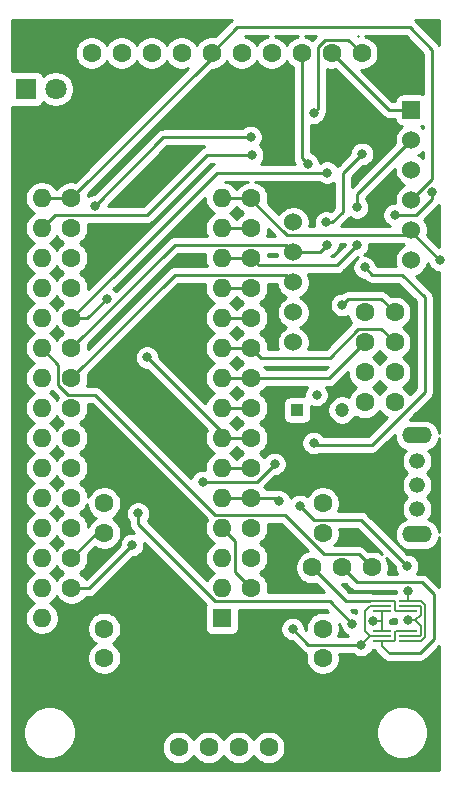
<source format=gbr>
%TF.GenerationSoftware,KiCad,Pcbnew,(5.1.6)-1*%
%TF.CreationDate,2020-10-17T00:26:31-04:00*%
%TF.ProjectId,whs6,77687336-2e6b-4696-9361-645f70636258,rev?*%
%TF.SameCoordinates,Original*%
%TF.FileFunction,Copper,L2,Bot*%
%TF.FilePolarity,Positive*%
%FSLAX46Y46*%
G04 Gerber Fmt 4.6, Leading zero omitted, Abs format (unit mm)*
G04 Created by KiCad (PCBNEW (5.1.6)-1) date 2020-10-17 00:26:31*
%MOMM*%
%LPD*%
G01*
G04 APERTURE LIST*
%TA.AperFunction,ComponentPad*%
%ADD10C,1.600000*%
%TD*%
%TA.AperFunction,SMDPad,CuDef*%
%ADD11R,1.600000X0.200000*%
%TD*%
%TA.AperFunction,ComponentPad*%
%ADD12R,1.600000X1.600000*%
%TD*%
%TA.AperFunction,ComponentPad*%
%ADD13O,1.600000X1.600000*%
%TD*%
%TA.AperFunction,ComponentPad*%
%ADD14R,1.800000X1.800000*%
%TD*%
%TA.AperFunction,ComponentPad*%
%ADD15C,1.800000*%
%TD*%
%TA.AperFunction,ComponentPad*%
%ADD16R,1.524000X1.524000*%
%TD*%
%TA.AperFunction,ComponentPad*%
%ADD17C,1.524000*%
%TD*%
%TA.AperFunction,ComponentPad*%
%ADD18R,1.100000X1.100000*%
%TD*%
%TA.AperFunction,ComponentPad*%
%ADD19C,1.200000*%
%TD*%
%TA.AperFunction,ComponentPad*%
%ADD20O,2.524000X1.424000*%
%TD*%
%TA.AperFunction,ComponentPad*%
%ADD21C,1.324000*%
%TD*%
%TA.AperFunction,ViaPad*%
%ADD22C,0.800000*%
%TD*%
%TA.AperFunction,Conductor*%
%ADD23C,0.250000*%
%TD*%
%TA.AperFunction,Conductor*%
%ADD24C,0.170000*%
%TD*%
%TA.AperFunction,NonConductor*%
%ADD25C,0.254000*%
%TD*%
G04 APERTURE END LIST*
D10*
%TO.P,rain_gauge1,3*%
%TO.N,Net-(Arduino_Nano1-Pad21)*%
X151765000Y-81915000D03*
%TO.P,rain_gauge1,2*%
%TO.N,Net-(VT6Z12-Pad1)*%
X149225000Y-81915000D03*
%TO.P,rain_gauge1,1*%
%TO.N,Net-(VT6Z11-Pad3)*%
X146685000Y-81915000D03*
%TD*%
D11*
%TO.P,VT6Z12,6*%
%TO.N,Net-(Arduino_Nano1-Pad22)*%
X152603200Y-87322000D03*
%TO.P,VT6Z12,5*%
%TO.N,Net-(Arduino_Nano1-Pad5)*%
X152603200Y-87722000D03*
%TO.P,VT6Z12,4*%
%TO.N,Net-(VT6Z12-Pad1)*%
X152603200Y-88122000D03*
%TO.P,VT6Z12,3*%
%TO.N,Net-(R5-Pad2)*%
X154787600Y-88122000D03*
%TO.P,VT6Z12,2*%
%TO.N,Net-(Arduino_Nano1-Pad5)*%
X154787600Y-87722000D03*
%TO.P,VT6Z12,1*%
%TO.N,Net-(VT6Z12-Pad1)*%
X154787600Y-87312500D03*
%TD*%
%TO.P,VT6Z11,6*%
%TO.N,Net-(VT6Z11-Pad3)*%
X152603200Y-84782000D03*
%TO.P,VT6Z11,5*%
%TO.N,Net-(Arduino_Nano1-Pad5)*%
X152603200Y-85182000D03*
%TO.P,VT6Z11,4*%
%TO.N,Net-(Arduino_Nano1-Pad22)*%
X152603200Y-85582000D03*
%TO.P,VT6Z11,3*%
%TO.N,Net-(VT6Z11-Pad3)*%
X154787600Y-85582000D03*
%TO.P,VT6Z11,2*%
%TO.N,Net-(Arduino_Nano1-Pad5)*%
X154787600Y-85182000D03*
%TO.P,VT6Z11,1*%
%TO.N,Net-(R5-Pad2)*%
X154787600Y-84772500D03*
%TD*%
D10*
%TO.P,U1,1*%
%TO.N,GND*%
X141554200Y-83667600D03*
%TO.P,U1,26*%
%TO.N,Net-(Arduino_Nano1-Pad24)*%
X126314200Y-65887600D03*
%TO.P,U1,7*%
%TO.N,Net-(Arduino_Nano1-Pad8)*%
X141554200Y-68427600D03*
%TO.P,U1,11*%
%TO.N,Net-(Arduino_Nano1-Pad12)*%
X141554200Y-58267600D03*
%TO.P,U1,12*%
%TO.N,Net-(Arduino_Nano1-Pad13)*%
X141554200Y-55727600D03*
%TO.P,U1,14*%
%TO.N,Net-(Arduino_Nano1-Pad15)*%
X141554200Y-50647600D03*
%TO.P,U1,32*%
%TO.N,GND*%
X126314200Y-81127600D03*
%TO.P,U1,28*%
%TO.N,Net-(U1-Pad28)*%
X126314200Y-70967600D03*
%TO.P,U1,23*%
%TO.N,Net-(U1-Pad23)*%
X126314200Y-58267600D03*
%TO.P,U1,13*%
%TO.N,Net-(Arduino_Nano1-Pad14)*%
X141554200Y-53187600D03*
%TO.P,U1,33*%
%TO.N,Net-(Arduino_Nano1-Pad27)*%
X126314200Y-83667600D03*
%TO.P,U1,30*%
%TO.N,Net-(U1-Pad30)*%
X126314200Y-76047600D03*
%TO.P,U1,27*%
%TO.N,Net-(U1-Pad27)*%
X126314200Y-68427600D03*
%TO.P,U1,25*%
%TO.N,Net-(Arduino_Nano1-Pad23)*%
X126314200Y-63347600D03*
%TO.P,U1,24*%
%TO.N,Net-(Arduino_Nano1-Pad22)*%
X126314200Y-60807600D03*
%TO.P,U1,20*%
%TO.N,Net-(Arduino_Nano1-Pad16)*%
X126314200Y-50647600D03*
%TO.P,U1,2*%
%TO.N,Net-(U1-Pad2)*%
X141554200Y-81127600D03*
%TO.P,U1,21*%
%TO.N,Net-(U1-Pad21)*%
X126314200Y-53187600D03*
%TO.P,U1,29*%
%TO.N,Net-(U1-Pad29)*%
X126314200Y-73507600D03*
%TO.P,U1,3*%
%TO.N,Net-(U1-Pad3)*%
X141554200Y-78587600D03*
%TO.P,U1,4*%
%TO.N,Net-(Arduino_Nano1-Pad5)*%
X141554200Y-76047600D03*
%TO.P,U1,5*%
%TO.N,Net-(Arduino_Nano1-Pad6)*%
X141554200Y-73507600D03*
%TO.P,U1,9*%
%TO.N,Net-(Arduino_Nano1-Pad10)*%
X141554200Y-63347600D03*
%TO.P,U1,6*%
%TO.N,Net-(Arduino_Nano1-Pad7)*%
X141554200Y-70967600D03*
%TO.P,U1,8*%
%TO.N,Net-(Arduino_Nano1-Pad9)*%
X141554200Y-65887600D03*
%TO.P,U1,10*%
%TO.N,Net-(Arduino_Nano1-Pad11)*%
X141554200Y-60807600D03*
%TO.P,U1,31*%
%TO.N,Net-(Arduino_Nano1-Pad17)*%
X126314200Y-78587600D03*
%TO.P,U1,22*%
%TO.N,Net-(U1-Pad22)*%
X126314200Y-55727600D03*
%TD*%
D12*
%TO.P,Arduino_Nano1,1*%
%TO.N,Net-(Arduino_Nano1-Pad1)*%
X139039600Y-86207600D03*
D13*
%TO.P,Arduino_Nano1,17*%
%TO.N,Net-(Arduino_Nano1-Pad17)*%
X123799600Y-53187600D03*
%TO.P,Arduino_Nano1,2*%
%TO.N,Net-(Arduino_Nano1-Pad2)*%
X139039600Y-83667600D03*
%TO.P,Arduino_Nano1,18*%
%TO.N,Net-(Arduino_Nano1-Pad18)*%
X123799600Y-55727600D03*
%TO.P,Arduino_Nano1,3*%
%TO.N,Net-(Arduino_Nano1-Pad3)*%
X139039600Y-81127600D03*
%TO.P,Arduino_Nano1,19*%
%TO.N,Net-(Arduino_Nano1-Pad19)*%
X123799600Y-58267600D03*
%TO.P,Arduino_Nano1,4*%
%TO.N,GND*%
X139039600Y-78587600D03*
%TO.P,Arduino_Nano1,20*%
%TO.N,Net-(Arduino_Nano1-Pad20)*%
X123799600Y-60807600D03*
%TO.P,Arduino_Nano1,5*%
%TO.N,Net-(Arduino_Nano1-Pad5)*%
X139039600Y-76047600D03*
%TO.P,Arduino_Nano1,21*%
%TO.N,Net-(Arduino_Nano1-Pad21)*%
X123799600Y-63347600D03*
%TO.P,Arduino_Nano1,6*%
%TO.N,Net-(Arduino_Nano1-Pad6)*%
X139039600Y-73507600D03*
%TO.P,Arduino_Nano1,22*%
%TO.N,Net-(Arduino_Nano1-Pad22)*%
X123799600Y-65887600D03*
%TO.P,Arduino_Nano1,7*%
%TO.N,Net-(Arduino_Nano1-Pad7)*%
X139039600Y-70967600D03*
%TO.P,Arduino_Nano1,23*%
%TO.N,Net-(Arduino_Nano1-Pad23)*%
X123799600Y-68427600D03*
%TO.P,Arduino_Nano1,8*%
%TO.N,Net-(Arduino_Nano1-Pad8)*%
X139039600Y-68427600D03*
%TO.P,Arduino_Nano1,24*%
%TO.N,Net-(Arduino_Nano1-Pad24)*%
X123799600Y-70967600D03*
%TO.P,Arduino_Nano1,9*%
%TO.N,Net-(Arduino_Nano1-Pad9)*%
X139039600Y-65887600D03*
%TO.P,Arduino_Nano1,25*%
%TO.N,Net-(Arduino_Nano1-Pad25)*%
X123799600Y-73507600D03*
%TO.P,Arduino_Nano1,10*%
%TO.N,Net-(Arduino_Nano1-Pad10)*%
X139039600Y-63347600D03*
%TO.P,Arduino_Nano1,26*%
%TO.N,Net-(Arduino_Nano1-Pad26)*%
X123799600Y-76047600D03*
%TO.P,Arduino_Nano1,11*%
%TO.N,Net-(Arduino_Nano1-Pad11)*%
X139039600Y-60807600D03*
%TO.P,Arduino_Nano1,27*%
%TO.N,Net-(Arduino_Nano1-Pad27)*%
X123799600Y-78587600D03*
%TO.P,Arduino_Nano1,12*%
%TO.N,Net-(Arduino_Nano1-Pad12)*%
X139039600Y-58267600D03*
%TO.P,Arduino_Nano1,28*%
%TO.N,Net-(Arduino_Nano1-Pad28)*%
X123799600Y-81127600D03*
%TO.P,Arduino_Nano1,13*%
%TO.N,Net-(Arduino_Nano1-Pad13)*%
X139039600Y-55727600D03*
%TO.P,Arduino_Nano1,29*%
%TO.N,GND*%
X123799600Y-83667600D03*
%TO.P,Arduino_Nano1,14*%
%TO.N,Net-(Arduino_Nano1-Pad14)*%
X139039600Y-53187600D03*
%TO.P,Arduino_Nano1,30*%
%TO.N,Net-(Arduino_Nano1-Pad27)*%
X123799600Y-86207600D03*
%TO.P,Arduino_Nano1,15*%
%TO.N,Net-(Arduino_Nano1-Pad15)*%
X139039600Y-50647600D03*
%TO.P,Arduino_Nano1,16*%
%TO.N,Net-(Arduino_Nano1-Pad16)*%
X123799600Y-50647600D03*
%TD*%
D14*
%TO.P,D1,1*%
%TO.N,GND*%
X122428000Y-41402000D03*
D15*
%TO.P,D1,2*%
%TO.N,Net-(D1-Pad2)*%
X124968000Y-41402000D03*
%TD*%
D16*
%TO.P,Micro_SD1,1*%
%TO.N,Net-(Arduino_Nano1-Pad17)*%
X155092400Y-43180000D03*
D17*
%TO.P,Micro_SD1,2*%
%TO.N,Net-(Arduino_Nano1-Pad13)*%
X155092400Y-45720000D03*
%TO.P,Micro_SD1,3*%
%TO.N,Net-(Arduino_Nano1-Pad14)*%
X155092400Y-48260000D03*
%TO.P,Micro_SD1,4*%
%TO.N,Net-(Arduino_Nano1-Pad16)*%
X155092400Y-50800000D03*
%TO.P,Micro_SD1,5*%
%TO.N,Net-(Arduino_Nano1-Pad15)*%
X155092400Y-53340000D03*
%TO.P,Micro_SD1,6*%
%TO.N,GND*%
X155092400Y-55880000D03*
%TD*%
D10*
%TO.P,nRF24L01+1,3*%
%TO.N,Net-(Arduino_Nano1-Pad14)*%
X151130000Y-65405000D03*
%TO.P,nRF24L01+1,7*%
%TO.N,Net-(Arduino_Nano1-Pad16)*%
X153670000Y-65405000D03*
%TO.P,nRF24L01+1,5*%
%TO.N,GND*%
X153670000Y-60325000D03*
%TO.P,nRF24L01+1,6*%
%TO.N,Net-(Arduino_Nano1-Pad10)*%
X153670000Y-62865000D03*
%TO.P,nRF24L01+1,2*%
%TO.N,Net-(Arduino_Nano1-Pad9)*%
X151130000Y-62865000D03*
%TO.P,nRF24L01+1,1*%
%TO.N,Net-(Arduino_Nano1-Pad17)*%
X151130000Y-60325000D03*
%TO.P,nRF24L01+1,4*%
%TO.N,Net-(nRF24L01+1-Pad4)*%
X151130000Y-67945000D03*
%TO.P,nRF24L01+1,8*%
%TO.N,Net-(Arduino_Nano1-Pad15)*%
X153670000Y-67945000D03*
%TD*%
D18*
%TO.P,Power_IN1,1*%
%TO.N,Net-(Power_IN1-Pad1)*%
X145415000Y-68580000D03*
D19*
%TO.P,Power_IN1,2*%
%TO.N,Net-(F1-Pad1)*%
X149225000Y-68580000D03*
%TD*%
D17*
%TO.P,RTC1,5*%
%TO.N,Net-(Arduino_Nano1-Pad17)*%
X145084800Y-52705000D03*
%TO.P,RTC1,4*%
%TO.N,Net-(Arduino_Nano1-Pad23)*%
X145084800Y-55245000D03*
%TO.P,RTC1,3*%
%TO.N,Net-(Arduino_Nano1-Pad24)*%
X145084800Y-57785000D03*
%TO.P,RTC1,2*%
%TO.N,Net-(RTC1-Pad2)*%
X145084800Y-60325000D03*
%TO.P,RTC1,1*%
%TO.N,GND*%
X145084800Y-62865000D03*
%TD*%
D20*
%TO.P,switch1,5*%
%TO.N,GND*%
X155575000Y-70739000D03*
%TO.P,switch1,4*%
X155575000Y-79121000D03*
D21*
%TO.P,switch1,3*%
%TO.N,Net-(switch1-Pad3)*%
X155575000Y-72898000D03*
%TO.P,switch1,2*%
%TO.N,Net-(F1-Pad2)*%
X155575000Y-74930000D03*
%TO.P,switch1,1*%
%TO.N,Net-(U5-Pad1)*%
X155575000Y-76962000D03*
%TD*%
D10*
%TO.P,top_rail1,1*%
%TO.N,Net-(Arduino_Nano1-Pad8)*%
X130556000Y-38354000D03*
%TO.P,top_rail1,2*%
%TO.N,Net-(Arduino_Nano1-Pad15)*%
X133096000Y-38354000D03*
%TO.P,top_rail1,3*%
%TO.N,Net-(Arduino_Nano1-Pad14)*%
X135636000Y-38354000D03*
%TO.P,top_rail1,4*%
%TO.N,Net-(Arduino_Nano1-Pad16)*%
X138176000Y-38354000D03*
%TO.P,top_rail1,5*%
%TO.N,Net-(Arduino_Nano1-Pad23)*%
X140716000Y-38354000D03*
%TO.P,top_rail1,6*%
%TO.N,Net-(Arduino_Nano1-Pad24)*%
X143256000Y-38354000D03*
%TO.P,top_rail1,7*%
%TO.N,Net-(Arduino_Nano1-Pad27)*%
X145796000Y-38354000D03*
%TO.P,top_rail1,8*%
%TO.N,Net-(Arduino_Nano1-Pad17)*%
X148336000Y-38354000D03*
%TO.P,top_rail1,9*%
%TO.N,GND*%
X150876000Y-38354000D03*
%TO.P,top_rail1,10*%
%TO.N,Net-(Arduino_Nano1-Pad6)*%
X128016000Y-38354000D03*
%TD*%
%TO.P,Ultrasonic_sensor1,4*%
%TO.N,Net-(Arduino_Nano1-Pad17)*%
X135382000Y-97155000D03*
%TO.P,Ultrasonic_sensor1,3*%
%TO.N,Net-(Arduino_Nano1-Pad12)*%
X137922000Y-97155000D03*
%TO.P,Ultrasonic_sensor1,2*%
%TO.N,Net-(Arduino_Nano1-Pad11)*%
X140462000Y-97155000D03*
%TO.P,Ultrasonic_sensor1,1*%
%TO.N,GND*%
X143002000Y-97155000D03*
%TD*%
%TO.P,U5,4*%
%TO.N,Net-(Power_IN1-Pad1)*%
X147590000Y-76490000D03*
%TO.P,U5,3*%
X147590000Y-78990000D03*
%TO.P,U5,2*%
%TO.N,Net-(U5-Pad1)*%
X147590000Y-87090000D03*
%TO.P,U5,7*%
%TO.N,GND*%
X129090000Y-78990000D03*
%TO.P,U5,5*%
%TO.N,Net-(Arduino_Nano1-Pad27)*%
X129090000Y-89590000D03*
%TO.P,U5,6*%
X129090000Y-87090000D03*
%TO.P,U5,8*%
%TO.N,GND*%
X129090000Y-76490000D03*
%TO.P,U5,1*%
%TO.N,Net-(U5-Pad1)*%
X147590000Y-89590000D03*
%TD*%
D22*
%TO.N,Net-(Arduino_Nano1-Pad17)*%
X141605000Y-46990000D03*
%TO.N,GND*%
X149225000Y-59690000D03*
X156845000Y-50165000D03*
X153670000Y-52070000D03*
X146812000Y-43434000D03*
X147066000Y-67310000D03*
%TO.N,Net-(Arduino_Nano1-Pad5)*%
X143891000Y-76327000D03*
X145034000Y-87122000D03*
X150847199Y-88464999D03*
X154813000Y-86360000D03*
%TO.N,Net-(Arduino_Nano1-Pad22)*%
X147955000Y-48477500D03*
X129286000Y-59182000D03*
X131953000Y-77343000D03*
X150104838Y-86731838D03*
X151815000Y-86487000D03*
%TO.N,Net-(Arduino_Nano1-Pad7)*%
X132715000Y-64135000D03*
%TO.N,Net-(Arduino_Nano1-Pad23)*%
X147865000Y-52705000D03*
X147985053Y-54579947D03*
X150934020Y-46890514D03*
%TO.N,Net-(Arduino_Nano1-Pad24)*%
X128270000Y-51337599D03*
X141478000Y-45466000D03*
%TO.N,Net-(Arduino_Nano1-Pad27)*%
X131445000Y-80010000D03*
X151130000Y-56515000D03*
X146304000Y-47715000D03*
X146812000Y-71374000D03*
X143510000Y-73152000D03*
X137414000Y-74676000D03*
%TO.N,Net-(Arduino_Nano1-Pad13)*%
X150495000Y-51435000D03*
X150495000Y-54610000D03*
%TO.N,Net-(Arduino_Nano1-Pad15)*%
X157480000Y-55880000D03*
%TO.N,Net-(R5-Pad2)*%
X145669000Y-76708000D03*
X154712990Y-81788000D03*
X154787600Y-83910000D03*
%TD*%
D23*
%TO.N,Net-(Arduino_Nano1-Pad17)*%
X124924601Y-52062599D02*
X132722401Y-52062599D01*
X123799600Y-53187600D02*
X124924601Y-52062599D01*
X132722401Y-52062599D02*
X137795000Y-46990000D01*
X137795000Y-46990000D02*
X141605000Y-46990000D01*
X153162000Y-43180000D02*
X155092400Y-43180000D01*
X148336000Y-38354000D02*
X153162000Y-43180000D01*
%TO.N,GND*%
X140164601Y-82278001D02*
X141554200Y-83667600D01*
X140164601Y-79712601D02*
X140164601Y-82278001D01*
X139039600Y-78587600D02*
X140164601Y-79712601D01*
X149715001Y-59199999D02*
X149225000Y-59690000D01*
X153670000Y-60325000D02*
X152544999Y-59199999D01*
X152544999Y-59199999D02*
X149715001Y-59199999D01*
X155505685Y-52070000D02*
X153670000Y-52070000D01*
X156845000Y-50730685D02*
X155505685Y-52070000D01*
X156845000Y-50165000D02*
X156845000Y-50730685D01*
X149750999Y-37228999D02*
X147795999Y-37228999D01*
X147795999Y-37228999D02*
X147210999Y-37813999D01*
X150876000Y-38354000D02*
X149750999Y-37228999D01*
X147210999Y-37813999D02*
X147210999Y-43035001D01*
X147210999Y-43035001D02*
X146812000Y-43434000D01*
X128451800Y-78990000D02*
X129090000Y-78990000D01*
X126314200Y-81127600D02*
X128451800Y-78990000D01*
%TO.N,Net-(Arduino_Nano1-Pad5)*%
X139039600Y-76047600D02*
X141554200Y-76047600D01*
D24*
X151590198Y-85182000D02*
X151130000Y-85642198D01*
X152603200Y-85182000D02*
X151590198Y-85182000D01*
X151130000Y-87261802D02*
X151590198Y-87722000D01*
X151130000Y-85642198D02*
X151130000Y-87261802D01*
D23*
X141554200Y-76047600D02*
X143611600Y-76047600D01*
X143611600Y-76047600D02*
X143891000Y-76327000D01*
X146376999Y-88464999D02*
X150847199Y-88464999D01*
X145034000Y-87122000D02*
X146376999Y-88464999D01*
D24*
X151590198Y-87722000D02*
X152603200Y-87722000D01*
X150847199Y-88464999D02*
X151590198Y-87722000D01*
D23*
X150847199Y-88464999D02*
X150847199Y-88464999D01*
D24*
X155872601Y-85910001D02*
X155422602Y-86360000D01*
X155422602Y-86360000D02*
X154813000Y-86360000D01*
X155872601Y-85253999D02*
X155872601Y-85910001D01*
X155800602Y-85182000D02*
X155872601Y-85253999D01*
X154787600Y-85182000D02*
X155800602Y-85182000D01*
X155872601Y-87640501D02*
X155791102Y-87722000D01*
X155872601Y-86853916D02*
X155872601Y-87640501D01*
X155378685Y-86360000D02*
X155872601Y-86853916D01*
X155791102Y-87722000D02*
X154787600Y-87722000D01*
X154813000Y-86360000D02*
X155378685Y-86360000D01*
D23*
%TO.N,Net-(Arduino_Nano1-Pad21)*%
X150639999Y-80789999D02*
X151765000Y-81915000D01*
X147724997Y-80789999D02*
X150639999Y-80789999D01*
X138499599Y-77462599D02*
X144397597Y-77462599D01*
X128339599Y-67302599D02*
X138499599Y-77462599D01*
X144397597Y-77462599D02*
X147724997Y-80789999D01*
X126064197Y-67302599D02*
X128339599Y-67302599D01*
X125189199Y-66427601D02*
X126064197Y-67302599D01*
X125189199Y-64737199D02*
X125189199Y-66427601D01*
X123799600Y-63347600D02*
X125189199Y-64737199D01*
%TO.N,Net-(Arduino_Nano1-Pad6)*%
X139039600Y-73507600D02*
X141554200Y-73507600D01*
%TO.N,Net-(Arduino_Nano1-Pad22)*%
X138644300Y-48477500D02*
X147955000Y-48477500D01*
X126314200Y-60807600D02*
X130263900Y-56857900D01*
X130263900Y-56857900D02*
X138644300Y-48477500D01*
X126314200Y-60807600D02*
X127660400Y-60807600D01*
X127660400Y-60807600D02*
X129286000Y-59182000D01*
X148165601Y-84792601D02*
X150104838Y-86731838D01*
D24*
X152552400Y-86487000D02*
X152603200Y-86537800D01*
X151815000Y-86487000D02*
X152552400Y-86487000D01*
X152603200Y-85582000D02*
X152603200Y-86537800D01*
X152603200Y-86537800D02*
X152603200Y-87322000D01*
D23*
X138499599Y-84792601D02*
X141180601Y-84792601D01*
X131953000Y-78246002D02*
X138499599Y-84792601D01*
X131953000Y-77343000D02*
X131953000Y-78246002D01*
X141014199Y-84792601D02*
X141180601Y-84792601D01*
X141180601Y-84792601D02*
X148165601Y-84792601D01*
%TO.N,Net-(Arduino_Nano1-Pad7)*%
X139039600Y-70967600D02*
X141554200Y-70967600D01*
X139039600Y-70459600D02*
X139039600Y-70967600D01*
X132715000Y-64135000D02*
X139039600Y-70459600D01*
%TO.N,Net-(Arduino_Nano1-Pad23)*%
X144442399Y-54602599D02*
X145084800Y-55245000D01*
X135059201Y-54602599D02*
X144442399Y-54602599D01*
X126314200Y-63347600D02*
X135059201Y-54602599D01*
X148393002Y-52705000D02*
X147865000Y-52705000D01*
X149315001Y-51783001D02*
X148393002Y-52705000D01*
X147320000Y-55245000D02*
X145084800Y-55245000D01*
X147985053Y-54579947D02*
X147320000Y-55245000D01*
X149347533Y-48477001D02*
X150934020Y-46890514D01*
X149315001Y-48477001D02*
X149347533Y-48477001D01*
X149315001Y-48477001D02*
X149315001Y-51783001D01*
%TO.N,Net-(Arduino_Nano1-Pad8)*%
X139039600Y-68427600D02*
X141554200Y-68427600D01*
%TO.N,Net-(Arduino_Nano1-Pad24)*%
X144442399Y-57142599D02*
X145084800Y-57785000D01*
X135059201Y-57142599D02*
X144442399Y-57142599D01*
X126314200Y-65887600D02*
X135059201Y-57142599D01*
X134105099Y-45502500D02*
X128270000Y-51337599D01*
X134105099Y-45502500D02*
X141441500Y-45502500D01*
X141441500Y-45502500D02*
X141478000Y-45466000D01*
%TO.N,Net-(Arduino_Nano1-Pad9)*%
X139039600Y-65887600D02*
X141554200Y-65887600D01*
X148107400Y-65887600D02*
X151130000Y-62865000D01*
X141554200Y-65887600D02*
X148107400Y-65887600D01*
%TO.N,Net-(Arduino_Nano1-Pad10)*%
X139039600Y-63347600D02*
X141554200Y-63347600D01*
X152544999Y-61739999D02*
X153670000Y-62865000D01*
X150589999Y-61739999D02*
X152544999Y-61739999D01*
X148182399Y-64147599D02*
X150589999Y-61739999D01*
X142354199Y-64147599D02*
X148182399Y-64147599D01*
X141554200Y-63347600D02*
X142354199Y-64147599D01*
%TO.N,Net-(Arduino_Nano1-Pad11)*%
X139039600Y-60807600D02*
X141554200Y-60807600D01*
%TO.N,Net-(Arduino_Nano1-Pad27)*%
X154795001Y-68485001D02*
X151742502Y-71537500D01*
X127787400Y-83667600D02*
X126314200Y-83667600D01*
X131445000Y-80010000D02*
X127787400Y-83667600D01*
X151742502Y-71537500D02*
X156210000Y-67070002D01*
X156210000Y-67070002D02*
X156210000Y-59055000D01*
X151765000Y-57150000D02*
X151130000Y-56515000D01*
X156210000Y-59055000D02*
X154305000Y-57150000D01*
X154305000Y-57150000D02*
X151765000Y-57150000D01*
X145796000Y-38354000D02*
X145796000Y-47207000D01*
X145796000Y-47207000D02*
X146304000Y-47715000D01*
X151742502Y-71537500D02*
X146975500Y-71537500D01*
X146975500Y-71537500D02*
X146812000Y-71374000D01*
X143510000Y-73152000D02*
X141986000Y-74676000D01*
X141986000Y-74676000D02*
X137414000Y-74676000D01*
%TO.N,Net-(Arduino_Nano1-Pad12)*%
X139039600Y-58267600D02*
X141554200Y-58267600D01*
%TO.N,Net-(Arduino_Nano1-Pad13)*%
X139039600Y-55727600D02*
X141554200Y-55727600D01*
X155092400Y-45720000D02*
X150495000Y-50317400D01*
X150495000Y-50317400D02*
X150495000Y-51435000D01*
X142158601Y-56332001D02*
X141554200Y-55727600D01*
X148772999Y-56332001D02*
X142158601Y-56332001D01*
X150495000Y-54610000D02*
X148772999Y-56332001D01*
%TO.N,Net-(Arduino_Nano1-Pad14)*%
X139039600Y-53187600D02*
X141554200Y-53187600D01*
%TO.N,Net-(Arduino_Nano1-Pad15)*%
X139039600Y-50647600D02*
X141554200Y-50647600D01*
X155092400Y-53492400D02*
X155092400Y-53340000D01*
X157480000Y-55880000D02*
X155092400Y-53492400D01*
X144563039Y-53792001D02*
X154640399Y-53792001D01*
X154640399Y-53792001D02*
X155092400Y-53340000D01*
X141554200Y-50783162D02*
X144563039Y-53792001D01*
X141554200Y-50647600D02*
X141554200Y-50783162D01*
%TO.N,Net-(Arduino_Nano1-Pad16)*%
X126314200Y-50647600D02*
X123799600Y-50647600D01*
X154940000Y-36195000D02*
X156845000Y-38100000D01*
X156845000Y-49047400D02*
X155092400Y-50800000D01*
X156845000Y-38100000D02*
X156845000Y-49047400D01*
X138176000Y-38785800D02*
X138176000Y-38354000D01*
X126314200Y-50647600D02*
X138176000Y-38785800D01*
X140335000Y-36195000D02*
X142621000Y-36195000D01*
X138176000Y-38354000D02*
X140335000Y-36195000D01*
X142367000Y-36195000D02*
X142621000Y-36195000D01*
X142621000Y-36195000D02*
X154940000Y-36195000D01*
D24*
%TO.N,Net-(R5-Pad2)*%
X154787600Y-84772500D02*
X154787600Y-83845400D01*
D23*
X150789989Y-77864999D02*
X154712990Y-81788000D01*
X145669000Y-76708000D02*
X146825999Y-77864999D01*
X146825999Y-77864999D02*
X150789989Y-77864999D01*
D24*
X155914375Y-88122000D02*
X154787600Y-88122000D01*
X156242611Y-87793764D02*
X155914375Y-88122000D01*
X156242611Y-85100736D02*
X156242611Y-87793764D01*
X155914375Y-84772500D02*
X156242611Y-85100736D01*
X154787600Y-84772500D02*
X155914375Y-84772500D01*
D23*
%TO.N,Net-(VT6Z11-Pad3)*%
X146685000Y-81915000D02*
X149526999Y-84756999D01*
D24*
X151615002Y-84782000D02*
X151590001Y-84756999D01*
X152603200Y-84782000D02*
X151615002Y-84782000D01*
D23*
X149526999Y-84756999D02*
X151590001Y-84756999D01*
D24*
X153774598Y-85582000D02*
X154787600Y-85582000D01*
X153702599Y-85510001D02*
X153774598Y-85582000D01*
X153702599Y-84868397D02*
X153702599Y-85510001D01*
X153616202Y-84782000D02*
X153702599Y-84868397D01*
X152603200Y-84782000D02*
X153616202Y-84782000D01*
%TO.N,Net-(VT6Z12-Pad1)*%
X153784098Y-87312500D02*
X154787600Y-87312500D01*
X153702599Y-87393999D02*
X153784098Y-87312500D01*
X153702599Y-88035603D02*
X153702599Y-87393999D01*
X153616202Y-88122000D02*
X153702599Y-88035603D01*
X152603200Y-88122000D02*
X153616202Y-88122000D01*
X152603200Y-88122000D02*
X152603200Y-88595200D01*
X152603200Y-88595200D02*
X153162000Y-89154000D01*
D23*
X149225000Y-81915000D02*
X150495000Y-83185000D01*
X150495000Y-83185000D02*
X155956000Y-83185000D01*
X155956000Y-83185000D02*
X156972000Y-84201000D01*
X156972000Y-84201000D02*
X156972000Y-88011000D01*
X155829000Y-89154000D02*
X153162000Y-89154000D01*
X156972000Y-88011000D02*
X155829000Y-89154000D01*
%TD*%
D25*
G36*
X139827083Y-35628668D02*
G01*
X139794999Y-35654999D01*
X139771201Y-35683997D01*
X138499886Y-36955312D01*
X138317335Y-36919000D01*
X138034665Y-36919000D01*
X137757426Y-36974147D01*
X137496273Y-37082320D01*
X137261241Y-37239363D01*
X137061363Y-37439241D01*
X136906000Y-37671759D01*
X136750637Y-37439241D01*
X136550759Y-37239363D01*
X136315727Y-37082320D01*
X136054574Y-36974147D01*
X135777335Y-36919000D01*
X135494665Y-36919000D01*
X135217426Y-36974147D01*
X134956273Y-37082320D01*
X134721241Y-37239363D01*
X134521363Y-37439241D01*
X134366000Y-37671759D01*
X134210637Y-37439241D01*
X134010759Y-37239363D01*
X133775727Y-37082320D01*
X133514574Y-36974147D01*
X133237335Y-36919000D01*
X132954665Y-36919000D01*
X132677426Y-36974147D01*
X132416273Y-37082320D01*
X132181241Y-37239363D01*
X131981363Y-37439241D01*
X131826000Y-37671759D01*
X131670637Y-37439241D01*
X131470759Y-37239363D01*
X131235727Y-37082320D01*
X130974574Y-36974147D01*
X130697335Y-36919000D01*
X130414665Y-36919000D01*
X130137426Y-36974147D01*
X129876273Y-37082320D01*
X129641241Y-37239363D01*
X129441363Y-37439241D01*
X129286000Y-37671759D01*
X129130637Y-37439241D01*
X128930759Y-37239363D01*
X128695727Y-37082320D01*
X128434574Y-36974147D01*
X128157335Y-36919000D01*
X127874665Y-36919000D01*
X127597426Y-36974147D01*
X127336273Y-37082320D01*
X127101241Y-37239363D01*
X126901363Y-37439241D01*
X126744320Y-37674273D01*
X126636147Y-37935426D01*
X126581000Y-38212665D01*
X126581000Y-38495335D01*
X126636147Y-38772574D01*
X126744320Y-39033727D01*
X126901363Y-39268759D01*
X127101241Y-39468637D01*
X127336273Y-39625680D01*
X127597426Y-39733853D01*
X127874665Y-39789000D01*
X128157335Y-39789000D01*
X128434574Y-39733853D01*
X128695727Y-39625680D01*
X128930759Y-39468637D01*
X129130637Y-39268759D01*
X129286000Y-39036241D01*
X129441363Y-39268759D01*
X129641241Y-39468637D01*
X129876273Y-39625680D01*
X130137426Y-39733853D01*
X130414665Y-39789000D01*
X130697335Y-39789000D01*
X130974574Y-39733853D01*
X131235727Y-39625680D01*
X131470759Y-39468637D01*
X131670637Y-39268759D01*
X131826000Y-39036241D01*
X131981363Y-39268759D01*
X132181241Y-39468637D01*
X132416273Y-39625680D01*
X132677426Y-39733853D01*
X132954665Y-39789000D01*
X133237335Y-39789000D01*
X133514574Y-39733853D01*
X133775727Y-39625680D01*
X134010759Y-39468637D01*
X134210637Y-39268759D01*
X134366000Y-39036241D01*
X134521363Y-39268759D01*
X134721241Y-39468637D01*
X134956273Y-39625680D01*
X135217426Y-39733853D01*
X135494665Y-39789000D01*
X135777335Y-39789000D01*
X136054574Y-39733853D01*
X136222844Y-39664153D01*
X126638087Y-49248912D01*
X126455535Y-49212600D01*
X126172865Y-49212600D01*
X125895626Y-49267747D01*
X125634473Y-49375920D01*
X125399441Y-49532963D01*
X125199563Y-49732841D01*
X125096157Y-49887600D01*
X125017643Y-49887600D01*
X124914237Y-49732841D01*
X124714359Y-49532963D01*
X124479327Y-49375920D01*
X124218174Y-49267747D01*
X123940935Y-49212600D01*
X123658265Y-49212600D01*
X123381026Y-49267747D01*
X123119873Y-49375920D01*
X122884841Y-49532963D01*
X122684963Y-49732841D01*
X122527920Y-49967873D01*
X122419747Y-50229026D01*
X122364600Y-50506265D01*
X122364600Y-50788935D01*
X122419747Y-51066174D01*
X122527920Y-51327327D01*
X122684963Y-51562359D01*
X122884841Y-51762237D01*
X123117359Y-51917600D01*
X122884841Y-52072963D01*
X122684963Y-52272841D01*
X122527920Y-52507873D01*
X122419747Y-52769026D01*
X122364600Y-53046265D01*
X122364600Y-53328935D01*
X122419747Y-53606174D01*
X122527920Y-53867327D01*
X122684963Y-54102359D01*
X122884841Y-54302237D01*
X123117359Y-54457600D01*
X122884841Y-54612963D01*
X122684963Y-54812841D01*
X122527920Y-55047873D01*
X122419747Y-55309026D01*
X122364600Y-55586265D01*
X122364600Y-55868935D01*
X122419747Y-56146174D01*
X122527920Y-56407327D01*
X122684963Y-56642359D01*
X122884841Y-56842237D01*
X123117359Y-56997600D01*
X122884841Y-57152963D01*
X122684963Y-57352841D01*
X122527920Y-57587873D01*
X122419747Y-57849026D01*
X122364600Y-58126265D01*
X122364600Y-58408935D01*
X122419747Y-58686174D01*
X122527920Y-58947327D01*
X122684963Y-59182359D01*
X122884841Y-59382237D01*
X123117359Y-59537600D01*
X122884841Y-59692963D01*
X122684963Y-59892841D01*
X122527920Y-60127873D01*
X122419747Y-60389026D01*
X122364600Y-60666265D01*
X122364600Y-60948935D01*
X122419747Y-61226174D01*
X122527920Y-61487327D01*
X122684963Y-61722359D01*
X122884841Y-61922237D01*
X123117359Y-62077600D01*
X122884841Y-62232963D01*
X122684963Y-62432841D01*
X122527920Y-62667873D01*
X122419747Y-62929026D01*
X122364600Y-63206265D01*
X122364600Y-63488935D01*
X122419747Y-63766174D01*
X122527920Y-64027327D01*
X122684963Y-64262359D01*
X122884841Y-64462237D01*
X123117359Y-64617600D01*
X122884841Y-64772963D01*
X122684963Y-64972841D01*
X122527920Y-65207873D01*
X122419747Y-65469026D01*
X122364600Y-65746265D01*
X122364600Y-66028935D01*
X122419747Y-66306174D01*
X122527920Y-66567327D01*
X122684963Y-66802359D01*
X122884841Y-67002237D01*
X123117359Y-67157600D01*
X122884841Y-67312963D01*
X122684963Y-67512841D01*
X122527920Y-67747873D01*
X122419747Y-68009026D01*
X122364600Y-68286265D01*
X122364600Y-68568935D01*
X122419747Y-68846174D01*
X122527920Y-69107327D01*
X122684963Y-69342359D01*
X122884841Y-69542237D01*
X123117359Y-69697600D01*
X122884841Y-69852963D01*
X122684963Y-70052841D01*
X122527920Y-70287873D01*
X122419747Y-70549026D01*
X122364600Y-70826265D01*
X122364600Y-71108935D01*
X122419747Y-71386174D01*
X122527920Y-71647327D01*
X122684963Y-71882359D01*
X122884841Y-72082237D01*
X123117359Y-72237600D01*
X122884841Y-72392963D01*
X122684963Y-72592841D01*
X122527920Y-72827873D01*
X122419747Y-73089026D01*
X122364600Y-73366265D01*
X122364600Y-73648935D01*
X122419747Y-73926174D01*
X122527920Y-74187327D01*
X122684963Y-74422359D01*
X122884841Y-74622237D01*
X123117359Y-74777600D01*
X122884841Y-74932963D01*
X122684963Y-75132841D01*
X122527920Y-75367873D01*
X122419747Y-75629026D01*
X122364600Y-75906265D01*
X122364600Y-76188935D01*
X122419747Y-76466174D01*
X122527920Y-76727327D01*
X122684963Y-76962359D01*
X122884841Y-77162237D01*
X123117359Y-77317600D01*
X122884841Y-77472963D01*
X122684963Y-77672841D01*
X122527920Y-77907873D01*
X122419747Y-78169026D01*
X122364600Y-78446265D01*
X122364600Y-78728935D01*
X122419747Y-79006174D01*
X122527920Y-79267327D01*
X122684963Y-79502359D01*
X122884841Y-79702237D01*
X123117359Y-79857600D01*
X122884841Y-80012963D01*
X122684963Y-80212841D01*
X122527920Y-80447873D01*
X122419747Y-80709026D01*
X122364600Y-80986265D01*
X122364600Y-81268935D01*
X122419747Y-81546174D01*
X122527920Y-81807327D01*
X122684963Y-82042359D01*
X122884841Y-82242237D01*
X123117359Y-82397600D01*
X122884841Y-82552963D01*
X122684963Y-82752841D01*
X122527920Y-82987873D01*
X122419747Y-83249026D01*
X122364600Y-83526265D01*
X122364600Y-83808935D01*
X122419747Y-84086174D01*
X122527920Y-84347327D01*
X122684963Y-84582359D01*
X122884841Y-84782237D01*
X123117359Y-84937600D01*
X122884841Y-85092963D01*
X122684963Y-85292841D01*
X122527920Y-85527873D01*
X122419747Y-85789026D01*
X122364600Y-86066265D01*
X122364600Y-86348935D01*
X122419747Y-86626174D01*
X122527920Y-86887327D01*
X122684963Y-87122359D01*
X122884841Y-87322237D01*
X123119873Y-87479280D01*
X123381026Y-87587453D01*
X123658265Y-87642600D01*
X123940935Y-87642600D01*
X124218174Y-87587453D01*
X124479327Y-87479280D01*
X124714359Y-87322237D01*
X124914237Y-87122359D01*
X125030295Y-86948665D01*
X127655000Y-86948665D01*
X127655000Y-87231335D01*
X127710147Y-87508574D01*
X127818320Y-87769727D01*
X127975363Y-88004759D01*
X128175241Y-88204637D01*
X128377827Y-88340000D01*
X128175241Y-88475363D01*
X127975363Y-88675241D01*
X127818320Y-88910273D01*
X127710147Y-89171426D01*
X127655000Y-89448665D01*
X127655000Y-89731335D01*
X127710147Y-90008574D01*
X127818320Y-90269727D01*
X127975363Y-90504759D01*
X128175241Y-90704637D01*
X128410273Y-90861680D01*
X128671426Y-90969853D01*
X128948665Y-91025000D01*
X129231335Y-91025000D01*
X129508574Y-90969853D01*
X129769727Y-90861680D01*
X130004759Y-90704637D01*
X130204637Y-90504759D01*
X130361680Y-90269727D01*
X130469853Y-90008574D01*
X130525000Y-89731335D01*
X130525000Y-89448665D01*
X130469853Y-89171426D01*
X130361680Y-88910273D01*
X130204637Y-88675241D01*
X130004759Y-88475363D01*
X129802173Y-88340000D01*
X130004759Y-88204637D01*
X130204637Y-88004759D01*
X130361680Y-87769727D01*
X130469853Y-87508574D01*
X130525000Y-87231335D01*
X130525000Y-86948665D01*
X130469853Y-86671426D01*
X130361680Y-86410273D01*
X130204637Y-86175241D01*
X130004759Y-85975363D01*
X129769727Y-85818320D01*
X129508574Y-85710147D01*
X129231335Y-85655000D01*
X128948665Y-85655000D01*
X128671426Y-85710147D01*
X128410273Y-85818320D01*
X128175241Y-85975363D01*
X127975363Y-86175241D01*
X127818320Y-86410273D01*
X127710147Y-86671426D01*
X127655000Y-86948665D01*
X125030295Y-86948665D01*
X125071280Y-86887327D01*
X125179453Y-86626174D01*
X125234600Y-86348935D01*
X125234600Y-86066265D01*
X125179453Y-85789026D01*
X125071280Y-85527873D01*
X124914237Y-85292841D01*
X124714359Y-85092963D01*
X124481841Y-84937600D01*
X124714359Y-84782237D01*
X124914237Y-84582359D01*
X125056900Y-84368848D01*
X125199563Y-84582359D01*
X125399441Y-84782237D01*
X125634473Y-84939280D01*
X125895626Y-85047453D01*
X126172865Y-85102600D01*
X126455535Y-85102600D01*
X126732774Y-85047453D01*
X126993927Y-84939280D01*
X127228959Y-84782237D01*
X127428837Y-84582359D01*
X127532243Y-84427600D01*
X127750078Y-84427600D01*
X127787400Y-84431276D01*
X127824722Y-84427600D01*
X127824733Y-84427600D01*
X127936386Y-84416603D01*
X128079647Y-84373146D01*
X128211676Y-84302574D01*
X128327401Y-84207601D01*
X128351204Y-84178597D01*
X131484802Y-81045000D01*
X131546939Y-81045000D01*
X131746898Y-81005226D01*
X131935256Y-80927205D01*
X132104774Y-80813937D01*
X132248937Y-80669774D01*
X132362205Y-80500256D01*
X132440226Y-80311898D01*
X132480000Y-80111939D01*
X132480000Y-79908061D01*
X132465038Y-79832841D01*
X137700786Y-85068590D01*
X137650098Y-85163420D01*
X137613788Y-85283118D01*
X137601528Y-85407600D01*
X137601528Y-87007600D01*
X137613788Y-87132082D01*
X137650098Y-87251780D01*
X137709063Y-87362094D01*
X137788415Y-87458785D01*
X137885106Y-87538137D01*
X137995420Y-87597102D01*
X138115118Y-87633412D01*
X138239600Y-87645672D01*
X139839600Y-87645672D01*
X139964082Y-87633412D01*
X140083780Y-87597102D01*
X140194094Y-87538137D01*
X140290785Y-87458785D01*
X140370137Y-87362094D01*
X140429102Y-87251780D01*
X140465412Y-87132082D01*
X140477672Y-87007600D01*
X140477672Y-85552601D01*
X147850800Y-85552601D01*
X148008289Y-85710090D01*
X147731335Y-85655000D01*
X147448665Y-85655000D01*
X147171426Y-85710147D01*
X146910273Y-85818320D01*
X146675241Y-85975363D01*
X146475363Y-86175241D01*
X146318320Y-86410273D01*
X146210147Y-86671426D01*
X146155000Y-86948665D01*
X146155000Y-87168198D01*
X146069000Y-87082198D01*
X146069000Y-87020061D01*
X146029226Y-86820102D01*
X145951205Y-86631744D01*
X145837937Y-86462226D01*
X145693774Y-86318063D01*
X145524256Y-86204795D01*
X145335898Y-86126774D01*
X145135939Y-86087000D01*
X144932061Y-86087000D01*
X144732102Y-86126774D01*
X144543744Y-86204795D01*
X144374226Y-86318063D01*
X144230063Y-86462226D01*
X144116795Y-86631744D01*
X144038774Y-86820102D01*
X143999000Y-87020061D01*
X143999000Y-87223939D01*
X144038774Y-87423898D01*
X144116795Y-87612256D01*
X144230063Y-87781774D01*
X144374226Y-87925937D01*
X144543744Y-88039205D01*
X144732102Y-88117226D01*
X144932061Y-88157000D01*
X144994198Y-88157000D01*
X145813204Y-88976007D01*
X145836998Y-89005000D01*
X145865991Y-89028794D01*
X145865995Y-89028798D01*
X145927547Y-89079312D01*
X145952723Y-89099973D01*
X146084752Y-89170545D01*
X146203177Y-89206468D01*
X146155000Y-89448665D01*
X146155000Y-89731335D01*
X146210147Y-90008574D01*
X146318320Y-90269727D01*
X146475363Y-90504759D01*
X146675241Y-90704637D01*
X146910273Y-90861680D01*
X147171426Y-90969853D01*
X147448665Y-91025000D01*
X147731335Y-91025000D01*
X148008574Y-90969853D01*
X148269727Y-90861680D01*
X148504759Y-90704637D01*
X148704637Y-90504759D01*
X148861680Y-90269727D01*
X148969853Y-90008574D01*
X149025000Y-89731335D01*
X149025000Y-89448665D01*
X148980509Y-89224999D01*
X150143488Y-89224999D01*
X150187425Y-89268936D01*
X150356943Y-89382204D01*
X150545301Y-89460225D01*
X150745260Y-89499999D01*
X150949138Y-89499999D01*
X151149097Y-89460225D01*
X151337455Y-89382204D01*
X151506973Y-89268936D01*
X151651136Y-89124773D01*
X151764404Y-88955255D01*
X151803830Y-88860072D01*
X151931151Y-88860072D01*
X151934789Y-88872065D01*
X152001646Y-88997146D01*
X152091621Y-89106780D01*
X152119091Y-89129324D01*
X152479926Y-89490159D01*
X152527026Y-89578276D01*
X152621999Y-89694001D01*
X152737724Y-89788974D01*
X152869753Y-89859546D01*
X153013014Y-89903003D01*
X153124667Y-89914000D01*
X155791678Y-89914000D01*
X155829000Y-89917676D01*
X155866322Y-89914000D01*
X155866333Y-89914000D01*
X155977986Y-89903003D01*
X156121247Y-89859546D01*
X156253276Y-89788974D01*
X156369001Y-89694001D01*
X156392804Y-89664998D01*
X157455001Y-88602801D01*
X157455001Y-99035000D01*
X121310000Y-99035000D01*
X121310000Y-95664872D01*
X122225000Y-95664872D01*
X122225000Y-96105128D01*
X122310890Y-96536925D01*
X122479369Y-96943669D01*
X122723962Y-97309729D01*
X123035271Y-97621038D01*
X123401331Y-97865631D01*
X123808075Y-98034110D01*
X124239872Y-98120000D01*
X124680128Y-98120000D01*
X125111925Y-98034110D01*
X125518669Y-97865631D01*
X125884729Y-97621038D01*
X126196038Y-97309729D01*
X126393861Y-97013665D01*
X133947000Y-97013665D01*
X133947000Y-97296335D01*
X134002147Y-97573574D01*
X134110320Y-97834727D01*
X134267363Y-98069759D01*
X134467241Y-98269637D01*
X134702273Y-98426680D01*
X134963426Y-98534853D01*
X135240665Y-98590000D01*
X135523335Y-98590000D01*
X135800574Y-98534853D01*
X136061727Y-98426680D01*
X136296759Y-98269637D01*
X136496637Y-98069759D01*
X136652000Y-97837241D01*
X136807363Y-98069759D01*
X137007241Y-98269637D01*
X137242273Y-98426680D01*
X137503426Y-98534853D01*
X137780665Y-98590000D01*
X138063335Y-98590000D01*
X138340574Y-98534853D01*
X138601727Y-98426680D01*
X138836759Y-98269637D01*
X139036637Y-98069759D01*
X139192000Y-97837241D01*
X139347363Y-98069759D01*
X139547241Y-98269637D01*
X139782273Y-98426680D01*
X140043426Y-98534853D01*
X140320665Y-98590000D01*
X140603335Y-98590000D01*
X140880574Y-98534853D01*
X141141727Y-98426680D01*
X141376759Y-98269637D01*
X141576637Y-98069759D01*
X141732000Y-97837241D01*
X141887363Y-98069759D01*
X142087241Y-98269637D01*
X142322273Y-98426680D01*
X142583426Y-98534853D01*
X142860665Y-98590000D01*
X143143335Y-98590000D01*
X143420574Y-98534853D01*
X143681727Y-98426680D01*
X143916759Y-98269637D01*
X144116637Y-98069759D01*
X144273680Y-97834727D01*
X144381853Y-97573574D01*
X144437000Y-97296335D01*
X144437000Y-97013665D01*
X144381853Y-96736426D01*
X144273680Y-96475273D01*
X144116637Y-96240241D01*
X143916759Y-96040363D01*
X143681727Y-95883320D01*
X143420574Y-95775147D01*
X143143335Y-95720000D01*
X142860665Y-95720000D01*
X142583426Y-95775147D01*
X142322273Y-95883320D01*
X142087241Y-96040363D01*
X141887363Y-96240241D01*
X141732000Y-96472759D01*
X141576637Y-96240241D01*
X141376759Y-96040363D01*
X141141727Y-95883320D01*
X140880574Y-95775147D01*
X140603335Y-95720000D01*
X140320665Y-95720000D01*
X140043426Y-95775147D01*
X139782273Y-95883320D01*
X139547241Y-96040363D01*
X139347363Y-96240241D01*
X139192000Y-96472759D01*
X139036637Y-96240241D01*
X138836759Y-96040363D01*
X138601727Y-95883320D01*
X138340574Y-95775147D01*
X138063335Y-95720000D01*
X137780665Y-95720000D01*
X137503426Y-95775147D01*
X137242273Y-95883320D01*
X137007241Y-96040363D01*
X136807363Y-96240241D01*
X136652000Y-96472759D01*
X136496637Y-96240241D01*
X136296759Y-96040363D01*
X136061727Y-95883320D01*
X135800574Y-95775147D01*
X135523335Y-95720000D01*
X135240665Y-95720000D01*
X134963426Y-95775147D01*
X134702273Y-95883320D01*
X134467241Y-96040363D01*
X134267363Y-96240241D01*
X134110320Y-96475273D01*
X134002147Y-96736426D01*
X133947000Y-97013665D01*
X126393861Y-97013665D01*
X126440631Y-96943669D01*
X126609110Y-96536925D01*
X126695000Y-96105128D01*
X126695000Y-95664872D01*
X152070000Y-95664872D01*
X152070000Y-96105128D01*
X152155890Y-96536925D01*
X152324369Y-96943669D01*
X152568962Y-97309729D01*
X152880271Y-97621038D01*
X153246331Y-97865631D01*
X153653075Y-98034110D01*
X154084872Y-98120000D01*
X154525128Y-98120000D01*
X154956925Y-98034110D01*
X155363669Y-97865631D01*
X155729729Y-97621038D01*
X156041038Y-97309729D01*
X156285631Y-96943669D01*
X156454110Y-96536925D01*
X156540000Y-96105128D01*
X156540000Y-95664872D01*
X156454110Y-95233075D01*
X156285631Y-94826331D01*
X156041038Y-94460271D01*
X155729729Y-94148962D01*
X155363669Y-93904369D01*
X154956925Y-93735890D01*
X154525128Y-93650000D01*
X154084872Y-93650000D01*
X153653075Y-93735890D01*
X153246331Y-93904369D01*
X152880271Y-94148962D01*
X152568962Y-94460271D01*
X152324369Y-94826331D01*
X152155890Y-95233075D01*
X152070000Y-95664872D01*
X126695000Y-95664872D01*
X126609110Y-95233075D01*
X126440631Y-94826331D01*
X126196038Y-94460271D01*
X125884729Y-94148962D01*
X125518669Y-93904369D01*
X125111925Y-93735890D01*
X124680128Y-93650000D01*
X124239872Y-93650000D01*
X123808075Y-93735890D01*
X123401331Y-93904369D01*
X123035271Y-94148962D01*
X122723962Y-94460271D01*
X122479369Y-94826331D01*
X122310890Y-95233075D01*
X122225000Y-95664872D01*
X121310000Y-95664872D01*
X121310000Y-42899444D01*
X121403518Y-42927812D01*
X121528000Y-42940072D01*
X123328000Y-42940072D01*
X123452482Y-42927812D01*
X123572180Y-42891502D01*
X123682494Y-42832537D01*
X123779185Y-42753185D01*
X123858537Y-42656494D01*
X123917502Y-42546180D01*
X123923056Y-42527873D01*
X123989495Y-42594312D01*
X124240905Y-42762299D01*
X124520257Y-42878011D01*
X124816816Y-42937000D01*
X125119184Y-42937000D01*
X125415743Y-42878011D01*
X125695095Y-42762299D01*
X125946505Y-42594312D01*
X126160312Y-42380505D01*
X126328299Y-42129095D01*
X126444011Y-41849743D01*
X126503000Y-41553184D01*
X126503000Y-41250816D01*
X126444011Y-40954257D01*
X126328299Y-40674905D01*
X126160312Y-40423495D01*
X125946505Y-40209688D01*
X125695095Y-40041701D01*
X125415743Y-39925989D01*
X125119184Y-39867000D01*
X124816816Y-39867000D01*
X124520257Y-39925989D01*
X124240905Y-40041701D01*
X123989495Y-40209688D01*
X123923056Y-40276127D01*
X123917502Y-40257820D01*
X123858537Y-40147506D01*
X123779185Y-40050815D01*
X123682494Y-39971463D01*
X123572180Y-39912498D01*
X123452482Y-39876188D01*
X123328000Y-39863928D01*
X121528000Y-39863928D01*
X121403518Y-39876188D01*
X121310000Y-39904556D01*
X121310000Y-35585000D01*
X139880292Y-35585000D01*
X139827083Y-35628668D01*
G37*
X139827083Y-35628668D02*
X139794999Y-35654999D01*
X139771201Y-35683997D01*
X138499886Y-36955312D01*
X138317335Y-36919000D01*
X138034665Y-36919000D01*
X137757426Y-36974147D01*
X137496273Y-37082320D01*
X137261241Y-37239363D01*
X137061363Y-37439241D01*
X136906000Y-37671759D01*
X136750637Y-37439241D01*
X136550759Y-37239363D01*
X136315727Y-37082320D01*
X136054574Y-36974147D01*
X135777335Y-36919000D01*
X135494665Y-36919000D01*
X135217426Y-36974147D01*
X134956273Y-37082320D01*
X134721241Y-37239363D01*
X134521363Y-37439241D01*
X134366000Y-37671759D01*
X134210637Y-37439241D01*
X134010759Y-37239363D01*
X133775727Y-37082320D01*
X133514574Y-36974147D01*
X133237335Y-36919000D01*
X132954665Y-36919000D01*
X132677426Y-36974147D01*
X132416273Y-37082320D01*
X132181241Y-37239363D01*
X131981363Y-37439241D01*
X131826000Y-37671759D01*
X131670637Y-37439241D01*
X131470759Y-37239363D01*
X131235727Y-37082320D01*
X130974574Y-36974147D01*
X130697335Y-36919000D01*
X130414665Y-36919000D01*
X130137426Y-36974147D01*
X129876273Y-37082320D01*
X129641241Y-37239363D01*
X129441363Y-37439241D01*
X129286000Y-37671759D01*
X129130637Y-37439241D01*
X128930759Y-37239363D01*
X128695727Y-37082320D01*
X128434574Y-36974147D01*
X128157335Y-36919000D01*
X127874665Y-36919000D01*
X127597426Y-36974147D01*
X127336273Y-37082320D01*
X127101241Y-37239363D01*
X126901363Y-37439241D01*
X126744320Y-37674273D01*
X126636147Y-37935426D01*
X126581000Y-38212665D01*
X126581000Y-38495335D01*
X126636147Y-38772574D01*
X126744320Y-39033727D01*
X126901363Y-39268759D01*
X127101241Y-39468637D01*
X127336273Y-39625680D01*
X127597426Y-39733853D01*
X127874665Y-39789000D01*
X128157335Y-39789000D01*
X128434574Y-39733853D01*
X128695727Y-39625680D01*
X128930759Y-39468637D01*
X129130637Y-39268759D01*
X129286000Y-39036241D01*
X129441363Y-39268759D01*
X129641241Y-39468637D01*
X129876273Y-39625680D01*
X130137426Y-39733853D01*
X130414665Y-39789000D01*
X130697335Y-39789000D01*
X130974574Y-39733853D01*
X131235727Y-39625680D01*
X131470759Y-39468637D01*
X131670637Y-39268759D01*
X131826000Y-39036241D01*
X131981363Y-39268759D01*
X132181241Y-39468637D01*
X132416273Y-39625680D01*
X132677426Y-39733853D01*
X132954665Y-39789000D01*
X133237335Y-39789000D01*
X133514574Y-39733853D01*
X133775727Y-39625680D01*
X134010759Y-39468637D01*
X134210637Y-39268759D01*
X134366000Y-39036241D01*
X134521363Y-39268759D01*
X134721241Y-39468637D01*
X134956273Y-39625680D01*
X135217426Y-39733853D01*
X135494665Y-39789000D01*
X135777335Y-39789000D01*
X136054574Y-39733853D01*
X136222844Y-39664153D01*
X126638087Y-49248912D01*
X126455535Y-49212600D01*
X126172865Y-49212600D01*
X125895626Y-49267747D01*
X125634473Y-49375920D01*
X125399441Y-49532963D01*
X125199563Y-49732841D01*
X125096157Y-49887600D01*
X125017643Y-49887600D01*
X124914237Y-49732841D01*
X124714359Y-49532963D01*
X124479327Y-49375920D01*
X124218174Y-49267747D01*
X123940935Y-49212600D01*
X123658265Y-49212600D01*
X123381026Y-49267747D01*
X123119873Y-49375920D01*
X122884841Y-49532963D01*
X122684963Y-49732841D01*
X122527920Y-49967873D01*
X122419747Y-50229026D01*
X122364600Y-50506265D01*
X122364600Y-50788935D01*
X122419747Y-51066174D01*
X122527920Y-51327327D01*
X122684963Y-51562359D01*
X122884841Y-51762237D01*
X123117359Y-51917600D01*
X122884841Y-52072963D01*
X122684963Y-52272841D01*
X122527920Y-52507873D01*
X122419747Y-52769026D01*
X122364600Y-53046265D01*
X122364600Y-53328935D01*
X122419747Y-53606174D01*
X122527920Y-53867327D01*
X122684963Y-54102359D01*
X122884841Y-54302237D01*
X123117359Y-54457600D01*
X122884841Y-54612963D01*
X122684963Y-54812841D01*
X122527920Y-55047873D01*
X122419747Y-55309026D01*
X122364600Y-55586265D01*
X122364600Y-55868935D01*
X122419747Y-56146174D01*
X122527920Y-56407327D01*
X122684963Y-56642359D01*
X122884841Y-56842237D01*
X123117359Y-56997600D01*
X122884841Y-57152963D01*
X122684963Y-57352841D01*
X122527920Y-57587873D01*
X122419747Y-57849026D01*
X122364600Y-58126265D01*
X122364600Y-58408935D01*
X122419747Y-58686174D01*
X122527920Y-58947327D01*
X122684963Y-59182359D01*
X122884841Y-59382237D01*
X123117359Y-59537600D01*
X122884841Y-59692963D01*
X122684963Y-59892841D01*
X122527920Y-60127873D01*
X122419747Y-60389026D01*
X122364600Y-60666265D01*
X122364600Y-60948935D01*
X122419747Y-61226174D01*
X122527920Y-61487327D01*
X122684963Y-61722359D01*
X122884841Y-61922237D01*
X123117359Y-62077600D01*
X122884841Y-62232963D01*
X122684963Y-62432841D01*
X122527920Y-62667873D01*
X122419747Y-62929026D01*
X122364600Y-63206265D01*
X122364600Y-63488935D01*
X122419747Y-63766174D01*
X122527920Y-64027327D01*
X122684963Y-64262359D01*
X122884841Y-64462237D01*
X123117359Y-64617600D01*
X122884841Y-64772963D01*
X122684963Y-64972841D01*
X122527920Y-65207873D01*
X122419747Y-65469026D01*
X122364600Y-65746265D01*
X122364600Y-66028935D01*
X122419747Y-66306174D01*
X122527920Y-66567327D01*
X122684963Y-66802359D01*
X122884841Y-67002237D01*
X123117359Y-67157600D01*
X122884841Y-67312963D01*
X122684963Y-67512841D01*
X122527920Y-67747873D01*
X122419747Y-68009026D01*
X122364600Y-68286265D01*
X122364600Y-68568935D01*
X122419747Y-68846174D01*
X122527920Y-69107327D01*
X122684963Y-69342359D01*
X122884841Y-69542237D01*
X123117359Y-69697600D01*
X122884841Y-69852963D01*
X122684963Y-70052841D01*
X122527920Y-70287873D01*
X122419747Y-70549026D01*
X122364600Y-70826265D01*
X122364600Y-71108935D01*
X122419747Y-71386174D01*
X122527920Y-71647327D01*
X122684963Y-71882359D01*
X122884841Y-72082237D01*
X123117359Y-72237600D01*
X122884841Y-72392963D01*
X122684963Y-72592841D01*
X122527920Y-72827873D01*
X122419747Y-73089026D01*
X122364600Y-73366265D01*
X122364600Y-73648935D01*
X122419747Y-73926174D01*
X122527920Y-74187327D01*
X122684963Y-74422359D01*
X122884841Y-74622237D01*
X123117359Y-74777600D01*
X122884841Y-74932963D01*
X122684963Y-75132841D01*
X122527920Y-75367873D01*
X122419747Y-75629026D01*
X122364600Y-75906265D01*
X122364600Y-76188935D01*
X122419747Y-76466174D01*
X122527920Y-76727327D01*
X122684963Y-76962359D01*
X122884841Y-77162237D01*
X123117359Y-77317600D01*
X122884841Y-77472963D01*
X122684963Y-77672841D01*
X122527920Y-77907873D01*
X122419747Y-78169026D01*
X122364600Y-78446265D01*
X122364600Y-78728935D01*
X122419747Y-79006174D01*
X122527920Y-79267327D01*
X122684963Y-79502359D01*
X122884841Y-79702237D01*
X123117359Y-79857600D01*
X122884841Y-80012963D01*
X122684963Y-80212841D01*
X122527920Y-80447873D01*
X122419747Y-80709026D01*
X122364600Y-80986265D01*
X122364600Y-81268935D01*
X122419747Y-81546174D01*
X122527920Y-81807327D01*
X122684963Y-82042359D01*
X122884841Y-82242237D01*
X123117359Y-82397600D01*
X122884841Y-82552963D01*
X122684963Y-82752841D01*
X122527920Y-82987873D01*
X122419747Y-83249026D01*
X122364600Y-83526265D01*
X122364600Y-83808935D01*
X122419747Y-84086174D01*
X122527920Y-84347327D01*
X122684963Y-84582359D01*
X122884841Y-84782237D01*
X123117359Y-84937600D01*
X122884841Y-85092963D01*
X122684963Y-85292841D01*
X122527920Y-85527873D01*
X122419747Y-85789026D01*
X122364600Y-86066265D01*
X122364600Y-86348935D01*
X122419747Y-86626174D01*
X122527920Y-86887327D01*
X122684963Y-87122359D01*
X122884841Y-87322237D01*
X123119873Y-87479280D01*
X123381026Y-87587453D01*
X123658265Y-87642600D01*
X123940935Y-87642600D01*
X124218174Y-87587453D01*
X124479327Y-87479280D01*
X124714359Y-87322237D01*
X124914237Y-87122359D01*
X125030295Y-86948665D01*
X127655000Y-86948665D01*
X127655000Y-87231335D01*
X127710147Y-87508574D01*
X127818320Y-87769727D01*
X127975363Y-88004759D01*
X128175241Y-88204637D01*
X128377827Y-88340000D01*
X128175241Y-88475363D01*
X127975363Y-88675241D01*
X127818320Y-88910273D01*
X127710147Y-89171426D01*
X127655000Y-89448665D01*
X127655000Y-89731335D01*
X127710147Y-90008574D01*
X127818320Y-90269727D01*
X127975363Y-90504759D01*
X128175241Y-90704637D01*
X128410273Y-90861680D01*
X128671426Y-90969853D01*
X128948665Y-91025000D01*
X129231335Y-91025000D01*
X129508574Y-90969853D01*
X129769727Y-90861680D01*
X130004759Y-90704637D01*
X130204637Y-90504759D01*
X130361680Y-90269727D01*
X130469853Y-90008574D01*
X130525000Y-89731335D01*
X130525000Y-89448665D01*
X130469853Y-89171426D01*
X130361680Y-88910273D01*
X130204637Y-88675241D01*
X130004759Y-88475363D01*
X129802173Y-88340000D01*
X130004759Y-88204637D01*
X130204637Y-88004759D01*
X130361680Y-87769727D01*
X130469853Y-87508574D01*
X130525000Y-87231335D01*
X130525000Y-86948665D01*
X130469853Y-86671426D01*
X130361680Y-86410273D01*
X130204637Y-86175241D01*
X130004759Y-85975363D01*
X129769727Y-85818320D01*
X129508574Y-85710147D01*
X129231335Y-85655000D01*
X128948665Y-85655000D01*
X128671426Y-85710147D01*
X128410273Y-85818320D01*
X128175241Y-85975363D01*
X127975363Y-86175241D01*
X127818320Y-86410273D01*
X127710147Y-86671426D01*
X127655000Y-86948665D01*
X125030295Y-86948665D01*
X125071280Y-86887327D01*
X125179453Y-86626174D01*
X125234600Y-86348935D01*
X125234600Y-86066265D01*
X125179453Y-85789026D01*
X125071280Y-85527873D01*
X124914237Y-85292841D01*
X124714359Y-85092963D01*
X124481841Y-84937600D01*
X124714359Y-84782237D01*
X124914237Y-84582359D01*
X125056900Y-84368848D01*
X125199563Y-84582359D01*
X125399441Y-84782237D01*
X125634473Y-84939280D01*
X125895626Y-85047453D01*
X126172865Y-85102600D01*
X126455535Y-85102600D01*
X126732774Y-85047453D01*
X126993927Y-84939280D01*
X127228959Y-84782237D01*
X127428837Y-84582359D01*
X127532243Y-84427600D01*
X127750078Y-84427600D01*
X127787400Y-84431276D01*
X127824722Y-84427600D01*
X127824733Y-84427600D01*
X127936386Y-84416603D01*
X128079647Y-84373146D01*
X128211676Y-84302574D01*
X128327401Y-84207601D01*
X128351204Y-84178597D01*
X131484802Y-81045000D01*
X131546939Y-81045000D01*
X131746898Y-81005226D01*
X131935256Y-80927205D01*
X132104774Y-80813937D01*
X132248937Y-80669774D01*
X132362205Y-80500256D01*
X132440226Y-80311898D01*
X132480000Y-80111939D01*
X132480000Y-79908061D01*
X132465038Y-79832841D01*
X137700786Y-85068590D01*
X137650098Y-85163420D01*
X137613788Y-85283118D01*
X137601528Y-85407600D01*
X137601528Y-87007600D01*
X137613788Y-87132082D01*
X137650098Y-87251780D01*
X137709063Y-87362094D01*
X137788415Y-87458785D01*
X137885106Y-87538137D01*
X137995420Y-87597102D01*
X138115118Y-87633412D01*
X138239600Y-87645672D01*
X139839600Y-87645672D01*
X139964082Y-87633412D01*
X140083780Y-87597102D01*
X140194094Y-87538137D01*
X140290785Y-87458785D01*
X140370137Y-87362094D01*
X140429102Y-87251780D01*
X140465412Y-87132082D01*
X140477672Y-87007600D01*
X140477672Y-85552601D01*
X147850800Y-85552601D01*
X148008289Y-85710090D01*
X147731335Y-85655000D01*
X147448665Y-85655000D01*
X147171426Y-85710147D01*
X146910273Y-85818320D01*
X146675241Y-85975363D01*
X146475363Y-86175241D01*
X146318320Y-86410273D01*
X146210147Y-86671426D01*
X146155000Y-86948665D01*
X146155000Y-87168198D01*
X146069000Y-87082198D01*
X146069000Y-87020061D01*
X146029226Y-86820102D01*
X145951205Y-86631744D01*
X145837937Y-86462226D01*
X145693774Y-86318063D01*
X145524256Y-86204795D01*
X145335898Y-86126774D01*
X145135939Y-86087000D01*
X144932061Y-86087000D01*
X144732102Y-86126774D01*
X144543744Y-86204795D01*
X144374226Y-86318063D01*
X144230063Y-86462226D01*
X144116795Y-86631744D01*
X144038774Y-86820102D01*
X143999000Y-87020061D01*
X143999000Y-87223939D01*
X144038774Y-87423898D01*
X144116795Y-87612256D01*
X144230063Y-87781774D01*
X144374226Y-87925937D01*
X144543744Y-88039205D01*
X144732102Y-88117226D01*
X144932061Y-88157000D01*
X144994198Y-88157000D01*
X145813204Y-88976007D01*
X145836998Y-89005000D01*
X145865991Y-89028794D01*
X145865995Y-89028798D01*
X145927547Y-89079312D01*
X145952723Y-89099973D01*
X146084752Y-89170545D01*
X146203177Y-89206468D01*
X146155000Y-89448665D01*
X146155000Y-89731335D01*
X146210147Y-90008574D01*
X146318320Y-90269727D01*
X146475363Y-90504759D01*
X146675241Y-90704637D01*
X146910273Y-90861680D01*
X147171426Y-90969853D01*
X147448665Y-91025000D01*
X147731335Y-91025000D01*
X148008574Y-90969853D01*
X148269727Y-90861680D01*
X148504759Y-90704637D01*
X148704637Y-90504759D01*
X148861680Y-90269727D01*
X148969853Y-90008574D01*
X149025000Y-89731335D01*
X149025000Y-89448665D01*
X148980509Y-89224999D01*
X150143488Y-89224999D01*
X150187425Y-89268936D01*
X150356943Y-89382204D01*
X150545301Y-89460225D01*
X150745260Y-89499999D01*
X150949138Y-89499999D01*
X151149097Y-89460225D01*
X151337455Y-89382204D01*
X151506973Y-89268936D01*
X151651136Y-89124773D01*
X151764404Y-88955255D01*
X151803830Y-88860072D01*
X151931151Y-88860072D01*
X151934789Y-88872065D01*
X152001646Y-88997146D01*
X152091621Y-89106780D01*
X152119091Y-89129324D01*
X152479926Y-89490159D01*
X152527026Y-89578276D01*
X152621999Y-89694001D01*
X152737724Y-89788974D01*
X152869753Y-89859546D01*
X153013014Y-89903003D01*
X153124667Y-89914000D01*
X155791678Y-89914000D01*
X155829000Y-89917676D01*
X155866322Y-89914000D01*
X155866333Y-89914000D01*
X155977986Y-89903003D01*
X156121247Y-89859546D01*
X156253276Y-89788974D01*
X156369001Y-89694001D01*
X156392804Y-89664998D01*
X157455001Y-88602801D01*
X157455001Y-99035000D01*
X121310000Y-99035000D01*
X121310000Y-95664872D01*
X122225000Y-95664872D01*
X122225000Y-96105128D01*
X122310890Y-96536925D01*
X122479369Y-96943669D01*
X122723962Y-97309729D01*
X123035271Y-97621038D01*
X123401331Y-97865631D01*
X123808075Y-98034110D01*
X124239872Y-98120000D01*
X124680128Y-98120000D01*
X125111925Y-98034110D01*
X125518669Y-97865631D01*
X125884729Y-97621038D01*
X126196038Y-97309729D01*
X126393861Y-97013665D01*
X133947000Y-97013665D01*
X133947000Y-97296335D01*
X134002147Y-97573574D01*
X134110320Y-97834727D01*
X134267363Y-98069759D01*
X134467241Y-98269637D01*
X134702273Y-98426680D01*
X134963426Y-98534853D01*
X135240665Y-98590000D01*
X135523335Y-98590000D01*
X135800574Y-98534853D01*
X136061727Y-98426680D01*
X136296759Y-98269637D01*
X136496637Y-98069759D01*
X136652000Y-97837241D01*
X136807363Y-98069759D01*
X137007241Y-98269637D01*
X137242273Y-98426680D01*
X137503426Y-98534853D01*
X137780665Y-98590000D01*
X138063335Y-98590000D01*
X138340574Y-98534853D01*
X138601727Y-98426680D01*
X138836759Y-98269637D01*
X139036637Y-98069759D01*
X139192000Y-97837241D01*
X139347363Y-98069759D01*
X139547241Y-98269637D01*
X139782273Y-98426680D01*
X140043426Y-98534853D01*
X140320665Y-98590000D01*
X140603335Y-98590000D01*
X140880574Y-98534853D01*
X141141727Y-98426680D01*
X141376759Y-98269637D01*
X141576637Y-98069759D01*
X141732000Y-97837241D01*
X141887363Y-98069759D01*
X142087241Y-98269637D01*
X142322273Y-98426680D01*
X142583426Y-98534853D01*
X142860665Y-98590000D01*
X143143335Y-98590000D01*
X143420574Y-98534853D01*
X143681727Y-98426680D01*
X143916759Y-98269637D01*
X144116637Y-98069759D01*
X144273680Y-97834727D01*
X144381853Y-97573574D01*
X144437000Y-97296335D01*
X144437000Y-97013665D01*
X144381853Y-96736426D01*
X144273680Y-96475273D01*
X144116637Y-96240241D01*
X143916759Y-96040363D01*
X143681727Y-95883320D01*
X143420574Y-95775147D01*
X143143335Y-95720000D01*
X142860665Y-95720000D01*
X142583426Y-95775147D01*
X142322273Y-95883320D01*
X142087241Y-96040363D01*
X141887363Y-96240241D01*
X141732000Y-96472759D01*
X141576637Y-96240241D01*
X141376759Y-96040363D01*
X141141727Y-95883320D01*
X140880574Y-95775147D01*
X140603335Y-95720000D01*
X140320665Y-95720000D01*
X140043426Y-95775147D01*
X139782273Y-95883320D01*
X139547241Y-96040363D01*
X139347363Y-96240241D01*
X139192000Y-96472759D01*
X139036637Y-96240241D01*
X138836759Y-96040363D01*
X138601727Y-95883320D01*
X138340574Y-95775147D01*
X138063335Y-95720000D01*
X137780665Y-95720000D01*
X137503426Y-95775147D01*
X137242273Y-95883320D01*
X137007241Y-96040363D01*
X136807363Y-96240241D01*
X136652000Y-96472759D01*
X136496637Y-96240241D01*
X136296759Y-96040363D01*
X136061727Y-95883320D01*
X135800574Y-95775147D01*
X135523335Y-95720000D01*
X135240665Y-95720000D01*
X134963426Y-95775147D01*
X134702273Y-95883320D01*
X134467241Y-96040363D01*
X134267363Y-96240241D01*
X134110320Y-96475273D01*
X134002147Y-96736426D01*
X133947000Y-97013665D01*
X126393861Y-97013665D01*
X126440631Y-96943669D01*
X126609110Y-96536925D01*
X126695000Y-96105128D01*
X126695000Y-95664872D01*
X152070000Y-95664872D01*
X152070000Y-96105128D01*
X152155890Y-96536925D01*
X152324369Y-96943669D01*
X152568962Y-97309729D01*
X152880271Y-97621038D01*
X153246331Y-97865631D01*
X153653075Y-98034110D01*
X154084872Y-98120000D01*
X154525128Y-98120000D01*
X154956925Y-98034110D01*
X155363669Y-97865631D01*
X155729729Y-97621038D01*
X156041038Y-97309729D01*
X156285631Y-96943669D01*
X156454110Y-96536925D01*
X156540000Y-96105128D01*
X156540000Y-95664872D01*
X156454110Y-95233075D01*
X156285631Y-94826331D01*
X156041038Y-94460271D01*
X155729729Y-94148962D01*
X155363669Y-93904369D01*
X154956925Y-93735890D01*
X154525128Y-93650000D01*
X154084872Y-93650000D01*
X153653075Y-93735890D01*
X153246331Y-93904369D01*
X152880271Y-94148962D01*
X152568962Y-94460271D01*
X152324369Y-94826331D01*
X152155890Y-95233075D01*
X152070000Y-95664872D01*
X126695000Y-95664872D01*
X126609110Y-95233075D01*
X126440631Y-94826331D01*
X126196038Y-94460271D01*
X125884729Y-94148962D01*
X125518669Y-93904369D01*
X125111925Y-93735890D01*
X124680128Y-93650000D01*
X124239872Y-93650000D01*
X123808075Y-93735890D01*
X123401331Y-93904369D01*
X123035271Y-94148962D01*
X122723962Y-94460271D01*
X122479369Y-94826331D01*
X122310890Y-95233075D01*
X122225000Y-95664872D01*
X121310000Y-95664872D01*
X121310000Y-42899444D01*
X121403518Y-42927812D01*
X121528000Y-42940072D01*
X123328000Y-42940072D01*
X123452482Y-42927812D01*
X123572180Y-42891502D01*
X123682494Y-42832537D01*
X123779185Y-42753185D01*
X123858537Y-42656494D01*
X123917502Y-42546180D01*
X123923056Y-42527873D01*
X123989495Y-42594312D01*
X124240905Y-42762299D01*
X124520257Y-42878011D01*
X124816816Y-42937000D01*
X125119184Y-42937000D01*
X125415743Y-42878011D01*
X125695095Y-42762299D01*
X125946505Y-42594312D01*
X126160312Y-42380505D01*
X126328299Y-42129095D01*
X126444011Y-41849743D01*
X126503000Y-41553184D01*
X126503000Y-41250816D01*
X126444011Y-40954257D01*
X126328299Y-40674905D01*
X126160312Y-40423495D01*
X125946505Y-40209688D01*
X125695095Y-40041701D01*
X125415743Y-39925989D01*
X125119184Y-39867000D01*
X124816816Y-39867000D01*
X124520257Y-39925989D01*
X124240905Y-40041701D01*
X123989495Y-40209688D01*
X123923056Y-40276127D01*
X123917502Y-40257820D01*
X123858537Y-40147506D01*
X123779185Y-40050815D01*
X123682494Y-39971463D01*
X123572180Y-39912498D01*
X123452482Y-39876188D01*
X123328000Y-39863928D01*
X121528000Y-39863928D01*
X121403518Y-39876188D01*
X121310000Y-39904556D01*
X121310000Y-35585000D01*
X139880292Y-35585000D01*
X139827083Y-35628668D01*
G36*
X149069838Y-86771640D02*
G01*
X149069838Y-86833777D01*
X149109612Y-87033736D01*
X149187633Y-87222094D01*
X149300901Y-87391612D01*
X149445064Y-87535775D01*
X149614582Y-87649043D01*
X149749671Y-87704999D01*
X148888491Y-87704999D01*
X148969853Y-87508574D01*
X149025000Y-87231335D01*
X149025000Y-86948665D01*
X148969910Y-86671711D01*
X149069838Y-86771640D01*
G37*
X149069838Y-86771640D02*
X149069838Y-86833777D01*
X149109612Y-87033736D01*
X149187633Y-87222094D01*
X149300901Y-87391612D01*
X149445064Y-87535775D01*
X149614582Y-87649043D01*
X149749671Y-87704999D01*
X148888491Y-87704999D01*
X148969853Y-87508574D01*
X149025000Y-87231335D01*
X149025000Y-86948665D01*
X148969910Y-86671711D01*
X149069838Y-86771640D01*
G36*
X153633453Y-86291581D02*
G01*
X153739236Y-86302000D01*
X153774598Y-86305483D01*
X153778000Y-86305148D01*
X153778000Y-86461939D01*
X153803660Y-86590944D01*
X153784098Y-86589017D01*
X153748736Y-86592500D01*
X153642953Y-86602919D01*
X153596412Y-86617037D01*
X153527682Y-86596188D01*
X153403200Y-86583928D01*
X153323200Y-86583928D01*
X153323200Y-86573161D01*
X153326683Y-86537799D01*
X153323200Y-86502437D01*
X153323200Y-86320072D01*
X153403200Y-86320072D01*
X153527682Y-86307812D01*
X153607321Y-86283654D01*
X153633453Y-86291581D01*
G37*
X153633453Y-86291581D02*
X153739236Y-86302000D01*
X153774598Y-86305483D01*
X153778000Y-86305148D01*
X153778000Y-86461939D01*
X153803660Y-86590944D01*
X153784098Y-86589017D01*
X153748736Y-86592500D01*
X153642953Y-86602919D01*
X153596412Y-86617037D01*
X153527682Y-86596188D01*
X153403200Y-86583928D01*
X153323200Y-86583928D01*
X153323200Y-86573161D01*
X153326683Y-86537799D01*
X153323200Y-86502437D01*
X153323200Y-86320072D01*
X153403200Y-86320072D01*
X153527682Y-86307812D01*
X153607321Y-86283654D01*
X153633453Y-86291581D01*
G36*
X150406517Y-85642198D02*
G01*
X150410000Y-85677561D01*
X150410000Y-85737964D01*
X150406736Y-85736612D01*
X150206777Y-85696838D01*
X150144640Y-85696838D01*
X149964801Y-85516999D01*
X150418848Y-85516999D01*
X150406517Y-85642198D01*
G37*
X150406517Y-85642198D02*
X150410000Y-85677561D01*
X150410000Y-85737964D01*
X150406736Y-85736612D01*
X150206777Y-85696838D01*
X150144640Y-85696838D01*
X149964801Y-85516999D01*
X150418848Y-85516999D01*
X150406517Y-85642198D01*
G36*
X149931200Y-83696002D02*
G01*
X149954999Y-83725001D01*
X150070724Y-83819974D01*
X150202753Y-83890546D01*
X150346014Y-83934003D01*
X150457667Y-83945000D01*
X150457676Y-83945000D01*
X150494999Y-83948676D01*
X150532322Y-83945000D01*
X153752600Y-83945000D01*
X153752600Y-84011939D01*
X153765098Y-84074770D01*
X153757347Y-84072419D01*
X153651564Y-84062000D01*
X153616202Y-84058517D01*
X153580840Y-84062000D01*
X153546842Y-84062000D01*
X153527682Y-84056188D01*
X153403200Y-84043928D01*
X151857441Y-84043928D01*
X151738987Y-84007996D01*
X151627334Y-83996999D01*
X149841801Y-83996999D01*
X149194802Y-83350000D01*
X149366335Y-83350000D01*
X149548886Y-83313688D01*
X149931200Y-83696002D01*
G37*
X149931200Y-83696002D02*
X149954999Y-83725001D01*
X150070724Y-83819974D01*
X150202753Y-83890546D01*
X150346014Y-83934003D01*
X150457667Y-83945000D01*
X150457676Y-83945000D01*
X150494999Y-83948676D01*
X150532322Y-83945000D01*
X153752600Y-83945000D01*
X153752600Y-84011939D01*
X153765098Y-84074770D01*
X153757347Y-84072419D01*
X153651564Y-84062000D01*
X153616202Y-84058517D01*
X153580840Y-84062000D01*
X153546842Y-84062000D01*
X153527682Y-84056188D01*
X153403200Y-84043928D01*
X151857441Y-84043928D01*
X151738987Y-84007996D01*
X151627334Y-83996999D01*
X149841801Y-83996999D01*
X149194802Y-83350000D01*
X149366335Y-83350000D01*
X149548886Y-83313688D01*
X149931200Y-83696002D01*
G36*
X146373954Y-80513758D02*
G01*
X146266426Y-80535147D01*
X146005273Y-80643320D01*
X145770241Y-80800363D01*
X145570363Y-81000241D01*
X145413320Y-81235273D01*
X145305147Y-81496426D01*
X145250000Y-81773665D01*
X145250000Y-82056335D01*
X145305147Y-82333574D01*
X145413320Y-82594727D01*
X145570363Y-82829759D01*
X145770241Y-83029637D01*
X146005273Y-83186680D01*
X146266426Y-83294853D01*
X146543665Y-83350000D01*
X146826335Y-83350000D01*
X147008886Y-83313688D01*
X147727799Y-84032601D01*
X142944709Y-84032601D01*
X142989200Y-83808935D01*
X142989200Y-83526265D01*
X142934053Y-83249026D01*
X142825880Y-82987873D01*
X142668837Y-82752841D01*
X142468959Y-82552963D01*
X142236441Y-82397600D01*
X142468959Y-82242237D01*
X142668837Y-82042359D01*
X142825880Y-81807327D01*
X142934053Y-81546174D01*
X142989200Y-81268935D01*
X142989200Y-80986265D01*
X142934053Y-80709026D01*
X142825880Y-80447873D01*
X142668837Y-80212841D01*
X142468959Y-80012963D01*
X142236441Y-79857600D01*
X142468959Y-79702237D01*
X142668837Y-79502359D01*
X142825880Y-79267327D01*
X142934053Y-79006174D01*
X142989200Y-78728935D01*
X142989200Y-78446265D01*
X142944709Y-78222599D01*
X144082796Y-78222599D01*
X146373954Y-80513758D01*
G37*
X146373954Y-80513758D02*
X146266426Y-80535147D01*
X146005273Y-80643320D01*
X145770241Y-80800363D01*
X145570363Y-81000241D01*
X145413320Y-81235273D01*
X145305147Y-81496426D01*
X145250000Y-81773665D01*
X145250000Y-82056335D01*
X145305147Y-82333574D01*
X145413320Y-82594727D01*
X145570363Y-82829759D01*
X145770241Y-83029637D01*
X146005273Y-83186680D01*
X146266426Y-83294853D01*
X146543665Y-83350000D01*
X146826335Y-83350000D01*
X147008886Y-83313688D01*
X147727799Y-84032601D01*
X142944709Y-84032601D01*
X142989200Y-83808935D01*
X142989200Y-83526265D01*
X142934053Y-83249026D01*
X142825880Y-82987873D01*
X142668837Y-82752841D01*
X142468959Y-82552963D01*
X142236441Y-82397600D01*
X142468959Y-82242237D01*
X142668837Y-82042359D01*
X142825880Y-81807327D01*
X142934053Y-81546174D01*
X142989200Y-81268935D01*
X142989200Y-80986265D01*
X142934053Y-80709026D01*
X142825880Y-80447873D01*
X142668837Y-80212841D01*
X142468959Y-80012963D01*
X142236441Y-79857600D01*
X142468959Y-79702237D01*
X142668837Y-79502359D01*
X142825880Y-79267327D01*
X142934053Y-79006174D01*
X142989200Y-78728935D01*
X142989200Y-78446265D01*
X142944709Y-78222599D01*
X144082796Y-78222599D01*
X146373954Y-80513758D01*
G36*
X157455001Y-83609199D02*
G01*
X156519804Y-82674002D01*
X156496001Y-82644999D01*
X156380276Y-82550026D01*
X156248247Y-82479454D01*
X156104986Y-82435997D01*
X155993333Y-82425000D01*
X155993322Y-82425000D01*
X155956000Y-82421324D01*
X155918678Y-82425000D01*
X155532144Y-82425000D01*
X155630195Y-82278256D01*
X155708216Y-82089898D01*
X155747990Y-81889939D01*
X155747990Y-81686061D01*
X155708216Y-81486102D01*
X155630195Y-81297744D01*
X155516927Y-81128226D01*
X155372764Y-80984063D01*
X155203246Y-80870795D01*
X155014888Y-80792774D01*
X154814929Y-80753000D01*
X154752792Y-80753000D01*
X154123427Y-80123635D01*
X154273026Y-80246408D01*
X154507031Y-80371487D01*
X154760942Y-80448510D01*
X154958831Y-80468000D01*
X156191169Y-80468000D01*
X156389058Y-80448510D01*
X156642969Y-80371487D01*
X156876974Y-80246408D01*
X157082081Y-80078081D01*
X157250408Y-79872974D01*
X157375487Y-79638969D01*
X157452510Y-79385058D01*
X157455001Y-79359769D01*
X157455001Y-83609199D01*
G37*
X157455001Y-83609199D02*
X156519804Y-82674002D01*
X156496001Y-82644999D01*
X156380276Y-82550026D01*
X156248247Y-82479454D01*
X156104986Y-82435997D01*
X155993333Y-82425000D01*
X155993322Y-82425000D01*
X155956000Y-82421324D01*
X155918678Y-82425000D01*
X155532144Y-82425000D01*
X155630195Y-82278256D01*
X155708216Y-82089898D01*
X155747990Y-81889939D01*
X155747990Y-81686061D01*
X155708216Y-81486102D01*
X155630195Y-81297744D01*
X155516927Y-81128226D01*
X155372764Y-80984063D01*
X155203246Y-80870795D01*
X155014888Y-80792774D01*
X154814929Y-80753000D01*
X154752792Y-80753000D01*
X154123427Y-80123635D01*
X154273026Y-80246408D01*
X154507031Y-80371487D01*
X154760942Y-80448510D01*
X154958831Y-80468000D01*
X156191169Y-80468000D01*
X156389058Y-80448510D01*
X156642969Y-80371487D01*
X156876974Y-80246408D01*
X157082081Y-80078081D01*
X157250408Y-79872974D01*
X157375487Y-79638969D01*
X157452510Y-79385058D01*
X157455001Y-79359769D01*
X157455001Y-83609199D01*
G36*
X137808836Y-77846638D02*
G01*
X137767920Y-77907873D01*
X137659747Y-78169026D01*
X137604600Y-78446265D01*
X137604600Y-78728935D01*
X137659747Y-79006174D01*
X137767920Y-79267327D01*
X137924963Y-79502359D01*
X138124841Y-79702237D01*
X138357359Y-79857600D01*
X138124841Y-80012963D01*
X137924963Y-80212841D01*
X137767920Y-80447873D01*
X137659747Y-80709026D01*
X137604600Y-80986265D01*
X137604600Y-81268935D01*
X137659747Y-81546174D01*
X137767920Y-81807327D01*
X137924963Y-82042359D01*
X138124841Y-82242237D01*
X138357359Y-82397600D01*
X138124841Y-82552963D01*
X137924963Y-82752841D01*
X137768622Y-82986822D01*
X132768006Y-77986207D01*
X132870205Y-77833256D01*
X132948226Y-77644898D01*
X132988000Y-77444939D01*
X132988000Y-77241061D01*
X132948226Y-77041102D01*
X132870205Y-76852744D01*
X132756937Y-76683226D01*
X132612774Y-76539063D01*
X132443256Y-76425795D01*
X132254898Y-76347774D01*
X132054939Y-76308000D01*
X131851061Y-76308000D01*
X131651102Y-76347774D01*
X131462744Y-76425795D01*
X131293226Y-76539063D01*
X131149063Y-76683226D01*
X131035795Y-76852744D01*
X130957774Y-77041102D01*
X130918000Y-77241061D01*
X130918000Y-77444939D01*
X130957774Y-77644898D01*
X131035795Y-77833256D01*
X131149063Y-78002774D01*
X131193000Y-78046711D01*
X131193000Y-78208680D01*
X131189324Y-78246002D01*
X131193000Y-78283324D01*
X131193000Y-78283335D01*
X131198407Y-78338226D01*
X131203998Y-78394987D01*
X131247454Y-78538248D01*
X131318026Y-78670278D01*
X131389201Y-78757004D01*
X131413000Y-78786003D01*
X131441998Y-78809801D01*
X131622159Y-78989962D01*
X131546939Y-78975000D01*
X131343061Y-78975000D01*
X131143102Y-79014774D01*
X130954744Y-79092795D01*
X130785226Y-79206063D01*
X130641063Y-79350226D01*
X130527795Y-79519744D01*
X130449774Y-79708102D01*
X130410000Y-79908061D01*
X130410000Y-79970198D01*
X127508353Y-82871846D01*
X127428837Y-82752841D01*
X127228959Y-82552963D01*
X126996441Y-82397600D01*
X127228959Y-82242237D01*
X127428837Y-82042359D01*
X127585880Y-81807327D01*
X127694053Y-81546174D01*
X127749200Y-81268935D01*
X127749200Y-80986265D01*
X127712888Y-80803714D01*
X128317147Y-80199455D01*
X128410273Y-80261680D01*
X128671426Y-80369853D01*
X128948665Y-80425000D01*
X129231335Y-80425000D01*
X129508574Y-80369853D01*
X129769727Y-80261680D01*
X130004759Y-80104637D01*
X130204637Y-79904759D01*
X130361680Y-79669727D01*
X130469853Y-79408574D01*
X130525000Y-79131335D01*
X130525000Y-78848665D01*
X130469853Y-78571426D01*
X130361680Y-78310273D01*
X130204637Y-78075241D01*
X130004759Y-77875363D01*
X129802173Y-77740000D01*
X130004759Y-77604637D01*
X130204637Y-77404759D01*
X130361680Y-77169727D01*
X130469853Y-76908574D01*
X130525000Y-76631335D01*
X130525000Y-76348665D01*
X130469853Y-76071426D01*
X130361680Y-75810273D01*
X130204637Y-75575241D01*
X130004759Y-75375363D01*
X129769727Y-75218320D01*
X129508574Y-75110147D01*
X129231335Y-75055000D01*
X128948665Y-75055000D01*
X128671426Y-75110147D01*
X128410273Y-75218320D01*
X128175241Y-75375363D01*
X127975363Y-75575241D01*
X127818320Y-75810273D01*
X127749200Y-75977144D01*
X127749200Y-75906265D01*
X127694053Y-75629026D01*
X127585880Y-75367873D01*
X127428837Y-75132841D01*
X127228959Y-74932963D01*
X126996441Y-74777600D01*
X127228959Y-74622237D01*
X127428837Y-74422359D01*
X127585880Y-74187327D01*
X127694053Y-73926174D01*
X127749200Y-73648935D01*
X127749200Y-73366265D01*
X127694053Y-73089026D01*
X127585880Y-72827873D01*
X127428837Y-72592841D01*
X127228959Y-72392963D01*
X126996441Y-72237600D01*
X127228959Y-72082237D01*
X127428837Y-71882359D01*
X127585880Y-71647327D01*
X127694053Y-71386174D01*
X127749200Y-71108935D01*
X127749200Y-70826265D01*
X127694053Y-70549026D01*
X127585880Y-70287873D01*
X127428837Y-70052841D01*
X127228959Y-69852963D01*
X126996441Y-69697600D01*
X127228959Y-69542237D01*
X127428837Y-69342359D01*
X127585880Y-69107327D01*
X127694053Y-68846174D01*
X127749200Y-68568935D01*
X127749200Y-68286265D01*
X127704709Y-68062599D01*
X128024798Y-68062599D01*
X137808836Y-77846638D01*
G37*
X137808836Y-77846638D02*
X137767920Y-77907873D01*
X137659747Y-78169026D01*
X137604600Y-78446265D01*
X137604600Y-78728935D01*
X137659747Y-79006174D01*
X137767920Y-79267327D01*
X137924963Y-79502359D01*
X138124841Y-79702237D01*
X138357359Y-79857600D01*
X138124841Y-80012963D01*
X137924963Y-80212841D01*
X137767920Y-80447873D01*
X137659747Y-80709026D01*
X137604600Y-80986265D01*
X137604600Y-81268935D01*
X137659747Y-81546174D01*
X137767920Y-81807327D01*
X137924963Y-82042359D01*
X138124841Y-82242237D01*
X138357359Y-82397600D01*
X138124841Y-82552963D01*
X137924963Y-82752841D01*
X137768622Y-82986822D01*
X132768006Y-77986207D01*
X132870205Y-77833256D01*
X132948226Y-77644898D01*
X132988000Y-77444939D01*
X132988000Y-77241061D01*
X132948226Y-77041102D01*
X132870205Y-76852744D01*
X132756937Y-76683226D01*
X132612774Y-76539063D01*
X132443256Y-76425795D01*
X132254898Y-76347774D01*
X132054939Y-76308000D01*
X131851061Y-76308000D01*
X131651102Y-76347774D01*
X131462744Y-76425795D01*
X131293226Y-76539063D01*
X131149063Y-76683226D01*
X131035795Y-76852744D01*
X130957774Y-77041102D01*
X130918000Y-77241061D01*
X130918000Y-77444939D01*
X130957774Y-77644898D01*
X131035795Y-77833256D01*
X131149063Y-78002774D01*
X131193000Y-78046711D01*
X131193000Y-78208680D01*
X131189324Y-78246002D01*
X131193000Y-78283324D01*
X131193000Y-78283335D01*
X131198407Y-78338226D01*
X131203998Y-78394987D01*
X131247454Y-78538248D01*
X131318026Y-78670278D01*
X131389201Y-78757004D01*
X131413000Y-78786003D01*
X131441998Y-78809801D01*
X131622159Y-78989962D01*
X131546939Y-78975000D01*
X131343061Y-78975000D01*
X131143102Y-79014774D01*
X130954744Y-79092795D01*
X130785226Y-79206063D01*
X130641063Y-79350226D01*
X130527795Y-79519744D01*
X130449774Y-79708102D01*
X130410000Y-79908061D01*
X130410000Y-79970198D01*
X127508353Y-82871846D01*
X127428837Y-82752841D01*
X127228959Y-82552963D01*
X126996441Y-82397600D01*
X127228959Y-82242237D01*
X127428837Y-82042359D01*
X127585880Y-81807327D01*
X127694053Y-81546174D01*
X127749200Y-81268935D01*
X127749200Y-80986265D01*
X127712888Y-80803714D01*
X128317147Y-80199455D01*
X128410273Y-80261680D01*
X128671426Y-80369853D01*
X128948665Y-80425000D01*
X129231335Y-80425000D01*
X129508574Y-80369853D01*
X129769727Y-80261680D01*
X130004759Y-80104637D01*
X130204637Y-79904759D01*
X130361680Y-79669727D01*
X130469853Y-79408574D01*
X130525000Y-79131335D01*
X130525000Y-78848665D01*
X130469853Y-78571426D01*
X130361680Y-78310273D01*
X130204637Y-78075241D01*
X130004759Y-77875363D01*
X129802173Y-77740000D01*
X130004759Y-77604637D01*
X130204637Y-77404759D01*
X130361680Y-77169727D01*
X130469853Y-76908574D01*
X130525000Y-76631335D01*
X130525000Y-76348665D01*
X130469853Y-76071426D01*
X130361680Y-75810273D01*
X130204637Y-75575241D01*
X130004759Y-75375363D01*
X129769727Y-75218320D01*
X129508574Y-75110147D01*
X129231335Y-75055000D01*
X128948665Y-75055000D01*
X128671426Y-75110147D01*
X128410273Y-75218320D01*
X128175241Y-75375363D01*
X127975363Y-75575241D01*
X127818320Y-75810273D01*
X127749200Y-75977144D01*
X127749200Y-75906265D01*
X127694053Y-75629026D01*
X127585880Y-75367873D01*
X127428837Y-75132841D01*
X127228959Y-74932963D01*
X126996441Y-74777600D01*
X127228959Y-74622237D01*
X127428837Y-74422359D01*
X127585880Y-74187327D01*
X127694053Y-73926174D01*
X127749200Y-73648935D01*
X127749200Y-73366265D01*
X127694053Y-73089026D01*
X127585880Y-72827873D01*
X127428837Y-72592841D01*
X127228959Y-72392963D01*
X126996441Y-72237600D01*
X127228959Y-72082237D01*
X127428837Y-71882359D01*
X127585880Y-71647327D01*
X127694053Y-71386174D01*
X127749200Y-71108935D01*
X127749200Y-70826265D01*
X127694053Y-70549026D01*
X127585880Y-70287873D01*
X127428837Y-70052841D01*
X127228959Y-69852963D01*
X126996441Y-69697600D01*
X127228959Y-69542237D01*
X127428837Y-69342359D01*
X127585880Y-69107327D01*
X127694053Y-68846174D01*
X127749200Y-68568935D01*
X127749200Y-68286265D01*
X127704709Y-68062599D01*
X128024798Y-68062599D01*
X137808836Y-77846638D01*
G36*
X125199563Y-82042359D02*
G01*
X125399441Y-82242237D01*
X125631959Y-82397600D01*
X125399441Y-82552963D01*
X125199563Y-82752841D01*
X125056900Y-82966352D01*
X124914237Y-82752841D01*
X124714359Y-82552963D01*
X124481841Y-82397600D01*
X124714359Y-82242237D01*
X124914237Y-82042359D01*
X125056900Y-81828848D01*
X125199563Y-82042359D01*
G37*
X125199563Y-82042359D02*
X125399441Y-82242237D01*
X125631959Y-82397600D01*
X125399441Y-82552963D01*
X125199563Y-82752841D01*
X125056900Y-82966352D01*
X124914237Y-82752841D01*
X124714359Y-82552963D01*
X124481841Y-82397600D01*
X124714359Y-82242237D01*
X124914237Y-82042359D01*
X125056900Y-81828848D01*
X125199563Y-82042359D01*
G36*
X153677990Y-81827802D02*
G01*
X153677990Y-81889939D01*
X153717764Y-82089898D01*
X153795785Y-82278256D01*
X153893836Y-82425000D01*
X153106983Y-82425000D01*
X153144853Y-82333574D01*
X153200000Y-82056335D01*
X153200000Y-81773665D01*
X153144853Y-81496426D01*
X153036680Y-81235273D01*
X152938451Y-81088263D01*
X153677990Y-81827802D01*
G37*
X153677990Y-81827802D02*
X153677990Y-81889939D01*
X153717764Y-82089898D01*
X153795785Y-82278256D01*
X153893836Y-82425000D01*
X153106983Y-82425000D01*
X153144853Y-82333574D01*
X153200000Y-82056335D01*
X153200000Y-81773665D01*
X153144853Y-81496426D01*
X153036680Y-81235273D01*
X152938451Y-81088263D01*
X153677990Y-81827802D01*
G36*
X152591737Y-80741549D02*
G01*
X152444727Y-80643320D01*
X152183574Y-80535147D01*
X151906335Y-80480000D01*
X151623665Y-80480000D01*
X151441113Y-80516312D01*
X151203803Y-80279001D01*
X151180000Y-80249998D01*
X151064275Y-80155025D01*
X150932246Y-80084453D01*
X150788985Y-80040996D01*
X150677332Y-80029999D01*
X150677321Y-80029999D01*
X150639999Y-80026323D01*
X150602677Y-80029999D01*
X148579397Y-80029999D01*
X148704637Y-79904759D01*
X148861680Y-79669727D01*
X148969853Y-79408574D01*
X149025000Y-79131335D01*
X149025000Y-78848665D01*
X148980509Y-78624999D01*
X150475188Y-78624999D01*
X152591737Y-80741549D01*
G37*
X152591737Y-80741549D02*
X152444727Y-80643320D01*
X152183574Y-80535147D01*
X151906335Y-80480000D01*
X151623665Y-80480000D01*
X151441113Y-80516312D01*
X151203803Y-80279001D01*
X151180000Y-80249998D01*
X151064275Y-80155025D01*
X150932246Y-80084453D01*
X150788985Y-80040996D01*
X150677332Y-80029999D01*
X150677321Y-80029999D01*
X150639999Y-80026323D01*
X150602677Y-80029999D01*
X148579397Y-80029999D01*
X148704637Y-79904759D01*
X148861680Y-79669727D01*
X148969853Y-79408574D01*
X149025000Y-79131335D01*
X149025000Y-78848665D01*
X148980509Y-78624999D01*
X150475188Y-78624999D01*
X152591737Y-80741549D01*
G36*
X125199563Y-79502359D02*
G01*
X125399441Y-79702237D01*
X125631959Y-79857600D01*
X125399441Y-80012963D01*
X125199563Y-80212841D01*
X125056900Y-80426352D01*
X124914237Y-80212841D01*
X124714359Y-80012963D01*
X124481841Y-79857600D01*
X124714359Y-79702237D01*
X124914237Y-79502359D01*
X125056900Y-79288848D01*
X125199563Y-79502359D01*
G37*
X125199563Y-79502359D02*
X125399441Y-79702237D01*
X125631959Y-79857600D01*
X125399441Y-80012963D01*
X125199563Y-80212841D01*
X125056900Y-80426352D01*
X124914237Y-80212841D01*
X124714359Y-80012963D01*
X124481841Y-79857600D01*
X124714359Y-79702237D01*
X124914237Y-79502359D01*
X125056900Y-79288848D01*
X125199563Y-79502359D01*
G36*
X149695000Y-65546335D02*
G01*
X149750147Y-65823574D01*
X149858320Y-66084727D01*
X150015363Y-66319759D01*
X150215241Y-66519637D01*
X150447759Y-66675000D01*
X150215241Y-66830363D01*
X150015363Y-67030241D01*
X149858320Y-67265273D01*
X149773360Y-67470384D01*
X149585236Y-67392460D01*
X149346637Y-67345000D01*
X149103363Y-67345000D01*
X148864764Y-67392460D01*
X148640008Y-67485557D01*
X148437733Y-67620713D01*
X148265713Y-67792733D01*
X148130557Y-67995008D01*
X148037460Y-68219764D01*
X147990000Y-68458363D01*
X147990000Y-68701637D01*
X148037460Y-68940236D01*
X148130557Y-69164992D01*
X148265713Y-69367267D01*
X148437733Y-69539287D01*
X148640008Y-69674443D01*
X148864764Y-69767540D01*
X149103363Y-69815000D01*
X149346637Y-69815000D01*
X149585236Y-69767540D01*
X149809992Y-69674443D01*
X150012267Y-69539287D01*
X150184287Y-69367267D01*
X150319443Y-69164992D01*
X150331035Y-69137008D01*
X150450273Y-69216680D01*
X150711426Y-69324853D01*
X150988665Y-69380000D01*
X151271335Y-69380000D01*
X151548574Y-69324853D01*
X151809727Y-69216680D01*
X152044759Y-69059637D01*
X152244637Y-68859759D01*
X152400000Y-68627241D01*
X152555363Y-68859759D01*
X152755241Y-69059637D01*
X152989222Y-69215978D01*
X151427701Y-70777500D01*
X147658215Y-70777500D01*
X147615937Y-70714226D01*
X147471774Y-70570063D01*
X147302256Y-70456795D01*
X147113898Y-70378774D01*
X146913939Y-70339000D01*
X146710061Y-70339000D01*
X146510102Y-70378774D01*
X146321744Y-70456795D01*
X146152226Y-70570063D01*
X146008063Y-70714226D01*
X145894795Y-70883744D01*
X145816774Y-71072102D01*
X145777000Y-71272061D01*
X145777000Y-71475939D01*
X145816774Y-71675898D01*
X145894795Y-71864256D01*
X146008063Y-72033774D01*
X146152226Y-72177937D01*
X146321744Y-72291205D01*
X146510102Y-72369226D01*
X146710061Y-72409000D01*
X146913939Y-72409000D01*
X147113898Y-72369226D01*
X147287059Y-72297500D01*
X151705180Y-72297500D01*
X151742502Y-72301176D01*
X151779824Y-72297500D01*
X151779835Y-72297500D01*
X151891488Y-72286503D01*
X152034749Y-72243046D01*
X152166778Y-72172474D01*
X152282503Y-72077501D01*
X152306306Y-72048497D01*
X152980803Y-71374000D01*
X153677566Y-70677238D01*
X153671483Y-70739000D01*
X153697490Y-71003058D01*
X153774513Y-71256969D01*
X153899592Y-71490974D01*
X154067919Y-71696081D01*
X154273026Y-71864408D01*
X154507031Y-71989487D01*
X154616170Y-72022594D01*
X154567554Y-72071210D01*
X154425613Y-72283640D01*
X154327843Y-72519679D01*
X154278000Y-72770257D01*
X154278000Y-73025743D01*
X154327843Y-73276321D01*
X154425613Y-73512360D01*
X154567554Y-73724790D01*
X154748210Y-73905446D01*
X154761012Y-73914000D01*
X154748210Y-73922554D01*
X154567554Y-74103210D01*
X154425613Y-74315640D01*
X154327843Y-74551679D01*
X154278000Y-74802257D01*
X154278000Y-75057743D01*
X154327843Y-75308321D01*
X154425613Y-75544360D01*
X154567554Y-75756790D01*
X154748210Y-75937446D01*
X154761012Y-75946000D01*
X154748210Y-75954554D01*
X154567554Y-76135210D01*
X154425613Y-76347640D01*
X154327843Y-76583679D01*
X154278000Y-76834257D01*
X154278000Y-77089743D01*
X154327843Y-77340321D01*
X154425613Y-77576360D01*
X154567554Y-77788790D01*
X154616170Y-77837406D01*
X154507031Y-77870513D01*
X154273026Y-77995592D01*
X154067919Y-78163919D01*
X153899592Y-78369026D01*
X153774513Y-78603031D01*
X153697490Y-78856942D01*
X153671483Y-79121000D01*
X153697490Y-79385058D01*
X153774513Y-79638969D01*
X153899592Y-79872974D01*
X154022365Y-80022573D01*
X151353793Y-77354002D01*
X151329990Y-77324998D01*
X151214265Y-77230025D01*
X151082236Y-77159453D01*
X150938975Y-77115996D01*
X150827322Y-77104999D01*
X150827311Y-77104999D01*
X150789989Y-77101323D01*
X150752667Y-77104999D01*
X148888491Y-77104999D01*
X148969853Y-76908574D01*
X149025000Y-76631335D01*
X149025000Y-76348665D01*
X148969853Y-76071426D01*
X148861680Y-75810273D01*
X148704637Y-75575241D01*
X148504759Y-75375363D01*
X148269727Y-75218320D01*
X148008574Y-75110147D01*
X147731335Y-75055000D01*
X147448665Y-75055000D01*
X147171426Y-75110147D01*
X146910273Y-75218320D01*
X146675241Y-75375363D01*
X146475363Y-75575241D01*
X146318320Y-75810273D01*
X146290158Y-75878261D01*
X146159256Y-75790795D01*
X145970898Y-75712774D01*
X145770939Y-75673000D01*
X145567061Y-75673000D01*
X145367102Y-75712774D01*
X145178744Y-75790795D01*
X145009226Y-75904063D01*
X144886551Y-76026738D01*
X144886226Y-76025102D01*
X144808205Y-75836744D01*
X144694937Y-75667226D01*
X144550774Y-75523063D01*
X144381256Y-75409795D01*
X144192898Y-75331774D01*
X143992939Y-75292000D01*
X143789061Y-75292000D01*
X143757449Y-75298288D01*
X143648933Y-75287600D01*
X143648922Y-75287600D01*
X143611600Y-75283924D01*
X143574278Y-75287600D01*
X142772243Y-75287600D01*
X142668837Y-75132841D01*
X142636399Y-75100403D01*
X143549802Y-74187000D01*
X143611939Y-74187000D01*
X143811898Y-74147226D01*
X144000256Y-74069205D01*
X144169774Y-73955937D01*
X144313937Y-73811774D01*
X144427205Y-73642256D01*
X144505226Y-73453898D01*
X144545000Y-73253939D01*
X144545000Y-73050061D01*
X144505226Y-72850102D01*
X144427205Y-72661744D01*
X144313937Y-72492226D01*
X144169774Y-72348063D01*
X144000256Y-72234795D01*
X143811898Y-72156774D01*
X143611939Y-72117000D01*
X143408061Y-72117000D01*
X143208102Y-72156774D01*
X143019744Y-72234795D01*
X142850226Y-72348063D01*
X142706063Y-72492226D01*
X142650852Y-72574856D01*
X142468959Y-72392963D01*
X142236441Y-72237600D01*
X142468959Y-72082237D01*
X142668837Y-71882359D01*
X142825880Y-71647327D01*
X142934053Y-71386174D01*
X142989200Y-71108935D01*
X142989200Y-70826265D01*
X142934053Y-70549026D01*
X142825880Y-70287873D01*
X142668837Y-70052841D01*
X142468959Y-69852963D01*
X142236441Y-69697600D01*
X142468959Y-69542237D01*
X142668837Y-69342359D01*
X142825880Y-69107327D01*
X142934053Y-68846174D01*
X142989200Y-68568935D01*
X142989200Y-68286265D01*
X142934053Y-68009026D01*
X142825880Y-67747873D01*
X142668837Y-67512841D01*
X142468959Y-67312963D01*
X142236441Y-67157600D01*
X142468959Y-67002237D01*
X142668837Y-66802359D01*
X142772243Y-66647600D01*
X146264689Y-66647600D01*
X146262063Y-66650226D01*
X146148795Y-66819744D01*
X146070774Y-67008102D01*
X146031000Y-67208061D01*
X146031000Y-67398428D01*
X145965000Y-67391928D01*
X144865000Y-67391928D01*
X144740518Y-67404188D01*
X144620820Y-67440498D01*
X144510506Y-67499463D01*
X144413815Y-67578815D01*
X144334463Y-67675506D01*
X144275498Y-67785820D01*
X144239188Y-67905518D01*
X144226928Y-68030000D01*
X144226928Y-69130000D01*
X144239188Y-69254482D01*
X144275498Y-69374180D01*
X144334463Y-69484494D01*
X144413815Y-69581185D01*
X144510506Y-69660537D01*
X144620820Y-69719502D01*
X144740518Y-69755812D01*
X144865000Y-69768072D01*
X145965000Y-69768072D01*
X146089482Y-69755812D01*
X146209180Y-69719502D01*
X146319494Y-69660537D01*
X146416185Y-69581185D01*
X146495537Y-69484494D01*
X146554502Y-69374180D01*
X146590812Y-69254482D01*
X146603072Y-69130000D01*
X146603072Y-68238525D01*
X146764102Y-68305226D01*
X146964061Y-68345000D01*
X147167939Y-68345000D01*
X147367898Y-68305226D01*
X147556256Y-68227205D01*
X147725774Y-68113937D01*
X147869937Y-67969774D01*
X147983205Y-67800256D01*
X148061226Y-67611898D01*
X148101000Y-67411939D01*
X148101000Y-67208061D01*
X148061226Y-67008102D01*
X147983205Y-66819744D01*
X147869937Y-66650226D01*
X147867311Y-66647600D01*
X148070078Y-66647600D01*
X148107400Y-66651276D01*
X148144722Y-66647600D01*
X148144733Y-66647600D01*
X148256386Y-66636603D01*
X148399647Y-66593146D01*
X148531676Y-66522574D01*
X148647401Y-66427601D01*
X148671204Y-66398597D01*
X149695000Y-65374801D01*
X149695000Y-65546335D01*
G37*
X149695000Y-65546335D02*
X149750147Y-65823574D01*
X149858320Y-66084727D01*
X150015363Y-66319759D01*
X150215241Y-66519637D01*
X150447759Y-66675000D01*
X150215241Y-66830363D01*
X150015363Y-67030241D01*
X149858320Y-67265273D01*
X149773360Y-67470384D01*
X149585236Y-67392460D01*
X149346637Y-67345000D01*
X149103363Y-67345000D01*
X148864764Y-67392460D01*
X148640008Y-67485557D01*
X148437733Y-67620713D01*
X148265713Y-67792733D01*
X148130557Y-67995008D01*
X148037460Y-68219764D01*
X147990000Y-68458363D01*
X147990000Y-68701637D01*
X148037460Y-68940236D01*
X148130557Y-69164992D01*
X148265713Y-69367267D01*
X148437733Y-69539287D01*
X148640008Y-69674443D01*
X148864764Y-69767540D01*
X149103363Y-69815000D01*
X149346637Y-69815000D01*
X149585236Y-69767540D01*
X149809992Y-69674443D01*
X150012267Y-69539287D01*
X150184287Y-69367267D01*
X150319443Y-69164992D01*
X150331035Y-69137008D01*
X150450273Y-69216680D01*
X150711426Y-69324853D01*
X150988665Y-69380000D01*
X151271335Y-69380000D01*
X151548574Y-69324853D01*
X151809727Y-69216680D01*
X152044759Y-69059637D01*
X152244637Y-68859759D01*
X152400000Y-68627241D01*
X152555363Y-68859759D01*
X152755241Y-69059637D01*
X152989222Y-69215978D01*
X151427701Y-70777500D01*
X147658215Y-70777500D01*
X147615937Y-70714226D01*
X147471774Y-70570063D01*
X147302256Y-70456795D01*
X147113898Y-70378774D01*
X146913939Y-70339000D01*
X146710061Y-70339000D01*
X146510102Y-70378774D01*
X146321744Y-70456795D01*
X146152226Y-70570063D01*
X146008063Y-70714226D01*
X145894795Y-70883744D01*
X145816774Y-71072102D01*
X145777000Y-71272061D01*
X145777000Y-71475939D01*
X145816774Y-71675898D01*
X145894795Y-71864256D01*
X146008063Y-72033774D01*
X146152226Y-72177937D01*
X146321744Y-72291205D01*
X146510102Y-72369226D01*
X146710061Y-72409000D01*
X146913939Y-72409000D01*
X147113898Y-72369226D01*
X147287059Y-72297500D01*
X151705180Y-72297500D01*
X151742502Y-72301176D01*
X151779824Y-72297500D01*
X151779835Y-72297500D01*
X151891488Y-72286503D01*
X152034749Y-72243046D01*
X152166778Y-72172474D01*
X152282503Y-72077501D01*
X152306306Y-72048497D01*
X152980803Y-71374000D01*
X153677566Y-70677238D01*
X153671483Y-70739000D01*
X153697490Y-71003058D01*
X153774513Y-71256969D01*
X153899592Y-71490974D01*
X154067919Y-71696081D01*
X154273026Y-71864408D01*
X154507031Y-71989487D01*
X154616170Y-72022594D01*
X154567554Y-72071210D01*
X154425613Y-72283640D01*
X154327843Y-72519679D01*
X154278000Y-72770257D01*
X154278000Y-73025743D01*
X154327843Y-73276321D01*
X154425613Y-73512360D01*
X154567554Y-73724790D01*
X154748210Y-73905446D01*
X154761012Y-73914000D01*
X154748210Y-73922554D01*
X154567554Y-74103210D01*
X154425613Y-74315640D01*
X154327843Y-74551679D01*
X154278000Y-74802257D01*
X154278000Y-75057743D01*
X154327843Y-75308321D01*
X154425613Y-75544360D01*
X154567554Y-75756790D01*
X154748210Y-75937446D01*
X154761012Y-75946000D01*
X154748210Y-75954554D01*
X154567554Y-76135210D01*
X154425613Y-76347640D01*
X154327843Y-76583679D01*
X154278000Y-76834257D01*
X154278000Y-77089743D01*
X154327843Y-77340321D01*
X154425613Y-77576360D01*
X154567554Y-77788790D01*
X154616170Y-77837406D01*
X154507031Y-77870513D01*
X154273026Y-77995592D01*
X154067919Y-78163919D01*
X153899592Y-78369026D01*
X153774513Y-78603031D01*
X153697490Y-78856942D01*
X153671483Y-79121000D01*
X153697490Y-79385058D01*
X153774513Y-79638969D01*
X153899592Y-79872974D01*
X154022365Y-80022573D01*
X151353793Y-77354002D01*
X151329990Y-77324998D01*
X151214265Y-77230025D01*
X151082236Y-77159453D01*
X150938975Y-77115996D01*
X150827322Y-77104999D01*
X150827311Y-77104999D01*
X150789989Y-77101323D01*
X150752667Y-77104999D01*
X148888491Y-77104999D01*
X148969853Y-76908574D01*
X149025000Y-76631335D01*
X149025000Y-76348665D01*
X148969853Y-76071426D01*
X148861680Y-75810273D01*
X148704637Y-75575241D01*
X148504759Y-75375363D01*
X148269727Y-75218320D01*
X148008574Y-75110147D01*
X147731335Y-75055000D01*
X147448665Y-75055000D01*
X147171426Y-75110147D01*
X146910273Y-75218320D01*
X146675241Y-75375363D01*
X146475363Y-75575241D01*
X146318320Y-75810273D01*
X146290158Y-75878261D01*
X146159256Y-75790795D01*
X145970898Y-75712774D01*
X145770939Y-75673000D01*
X145567061Y-75673000D01*
X145367102Y-75712774D01*
X145178744Y-75790795D01*
X145009226Y-75904063D01*
X144886551Y-76026738D01*
X144886226Y-76025102D01*
X144808205Y-75836744D01*
X144694937Y-75667226D01*
X144550774Y-75523063D01*
X144381256Y-75409795D01*
X144192898Y-75331774D01*
X143992939Y-75292000D01*
X143789061Y-75292000D01*
X143757449Y-75298288D01*
X143648933Y-75287600D01*
X143648922Y-75287600D01*
X143611600Y-75283924D01*
X143574278Y-75287600D01*
X142772243Y-75287600D01*
X142668837Y-75132841D01*
X142636399Y-75100403D01*
X143549802Y-74187000D01*
X143611939Y-74187000D01*
X143811898Y-74147226D01*
X144000256Y-74069205D01*
X144169774Y-73955937D01*
X144313937Y-73811774D01*
X144427205Y-73642256D01*
X144505226Y-73453898D01*
X144545000Y-73253939D01*
X144545000Y-73050061D01*
X144505226Y-72850102D01*
X144427205Y-72661744D01*
X144313937Y-72492226D01*
X144169774Y-72348063D01*
X144000256Y-72234795D01*
X143811898Y-72156774D01*
X143611939Y-72117000D01*
X143408061Y-72117000D01*
X143208102Y-72156774D01*
X143019744Y-72234795D01*
X142850226Y-72348063D01*
X142706063Y-72492226D01*
X142650852Y-72574856D01*
X142468959Y-72392963D01*
X142236441Y-72237600D01*
X142468959Y-72082237D01*
X142668837Y-71882359D01*
X142825880Y-71647327D01*
X142934053Y-71386174D01*
X142989200Y-71108935D01*
X142989200Y-70826265D01*
X142934053Y-70549026D01*
X142825880Y-70287873D01*
X142668837Y-70052841D01*
X142468959Y-69852963D01*
X142236441Y-69697600D01*
X142468959Y-69542237D01*
X142668837Y-69342359D01*
X142825880Y-69107327D01*
X142934053Y-68846174D01*
X142989200Y-68568935D01*
X142989200Y-68286265D01*
X142934053Y-68009026D01*
X142825880Y-67747873D01*
X142668837Y-67512841D01*
X142468959Y-67312963D01*
X142236441Y-67157600D01*
X142468959Y-67002237D01*
X142668837Y-66802359D01*
X142772243Y-66647600D01*
X146264689Y-66647600D01*
X146262063Y-66650226D01*
X146148795Y-66819744D01*
X146070774Y-67008102D01*
X146031000Y-67208061D01*
X146031000Y-67398428D01*
X145965000Y-67391928D01*
X144865000Y-67391928D01*
X144740518Y-67404188D01*
X144620820Y-67440498D01*
X144510506Y-67499463D01*
X144413815Y-67578815D01*
X144334463Y-67675506D01*
X144275498Y-67785820D01*
X144239188Y-67905518D01*
X144226928Y-68030000D01*
X144226928Y-69130000D01*
X144239188Y-69254482D01*
X144275498Y-69374180D01*
X144334463Y-69484494D01*
X144413815Y-69581185D01*
X144510506Y-69660537D01*
X144620820Y-69719502D01*
X144740518Y-69755812D01*
X144865000Y-69768072D01*
X145965000Y-69768072D01*
X146089482Y-69755812D01*
X146209180Y-69719502D01*
X146319494Y-69660537D01*
X146416185Y-69581185D01*
X146495537Y-69484494D01*
X146554502Y-69374180D01*
X146590812Y-69254482D01*
X146603072Y-69130000D01*
X146603072Y-68238525D01*
X146764102Y-68305226D01*
X146964061Y-68345000D01*
X147167939Y-68345000D01*
X147367898Y-68305226D01*
X147556256Y-68227205D01*
X147725774Y-68113937D01*
X147869937Y-67969774D01*
X147983205Y-67800256D01*
X148061226Y-67611898D01*
X148101000Y-67411939D01*
X148101000Y-67208061D01*
X148061226Y-67008102D01*
X147983205Y-66819744D01*
X147869937Y-66650226D01*
X147867311Y-66647600D01*
X148070078Y-66647600D01*
X148107400Y-66651276D01*
X148144722Y-66647600D01*
X148144733Y-66647600D01*
X148256386Y-66636603D01*
X148399647Y-66593146D01*
X148531676Y-66522574D01*
X148647401Y-66427601D01*
X148671204Y-66398597D01*
X149695000Y-65374801D01*
X149695000Y-65546335D01*
G36*
X157455001Y-78882231D02*
G01*
X157452510Y-78856942D01*
X157375487Y-78603031D01*
X157250408Y-78369026D01*
X157082081Y-78163919D01*
X156876974Y-77995592D01*
X156642969Y-77870513D01*
X156533830Y-77837406D01*
X156582446Y-77788790D01*
X156724387Y-77576360D01*
X156822157Y-77340321D01*
X156872000Y-77089743D01*
X156872000Y-76834257D01*
X156822157Y-76583679D01*
X156724387Y-76347640D01*
X156582446Y-76135210D01*
X156401790Y-75954554D01*
X156388988Y-75946000D01*
X156401790Y-75937446D01*
X156582446Y-75756790D01*
X156724387Y-75544360D01*
X156822157Y-75308321D01*
X156872000Y-75057743D01*
X156872000Y-74802257D01*
X156822157Y-74551679D01*
X156724387Y-74315640D01*
X156582446Y-74103210D01*
X156401790Y-73922554D01*
X156388988Y-73914000D01*
X156401790Y-73905446D01*
X156582446Y-73724790D01*
X156724387Y-73512360D01*
X156822157Y-73276321D01*
X156872000Y-73025743D01*
X156872000Y-72770257D01*
X156822157Y-72519679D01*
X156724387Y-72283640D01*
X156582446Y-72071210D01*
X156533830Y-72022594D01*
X156642969Y-71989487D01*
X156876974Y-71864408D01*
X157082081Y-71696081D01*
X157250408Y-71490974D01*
X157375487Y-71256969D01*
X157452510Y-71003058D01*
X157455001Y-70977771D01*
X157455001Y-78882231D01*
G37*
X157455001Y-78882231D02*
X157452510Y-78856942D01*
X157375487Y-78603031D01*
X157250408Y-78369026D01*
X157082081Y-78163919D01*
X156876974Y-77995592D01*
X156642969Y-77870513D01*
X156533830Y-77837406D01*
X156582446Y-77788790D01*
X156724387Y-77576360D01*
X156822157Y-77340321D01*
X156872000Y-77089743D01*
X156872000Y-76834257D01*
X156822157Y-76583679D01*
X156724387Y-76347640D01*
X156582446Y-76135210D01*
X156401790Y-75954554D01*
X156388988Y-75946000D01*
X156401790Y-75937446D01*
X156582446Y-75756790D01*
X156724387Y-75544360D01*
X156822157Y-75308321D01*
X156872000Y-75057743D01*
X156872000Y-74802257D01*
X156822157Y-74551679D01*
X156724387Y-74315640D01*
X156582446Y-74103210D01*
X156401790Y-73922554D01*
X156388988Y-73914000D01*
X156401790Y-73905446D01*
X156582446Y-73724790D01*
X156724387Y-73512360D01*
X156822157Y-73276321D01*
X156872000Y-73025743D01*
X156872000Y-72770257D01*
X156822157Y-72519679D01*
X156724387Y-72283640D01*
X156582446Y-72071210D01*
X156533830Y-72022594D01*
X156642969Y-71989487D01*
X156876974Y-71864408D01*
X157082081Y-71696081D01*
X157250408Y-71490974D01*
X157375487Y-71256969D01*
X157452510Y-71003058D01*
X157455001Y-70977771D01*
X157455001Y-78882231D01*
G36*
X127655000Y-76631335D02*
G01*
X127710147Y-76908574D01*
X127818320Y-77169727D01*
X127975363Y-77404759D01*
X128175241Y-77604637D01*
X128377827Y-77740000D01*
X128175241Y-77875363D01*
X127975363Y-78075241D01*
X127818320Y-78310273D01*
X127749200Y-78477144D01*
X127749200Y-78446265D01*
X127694053Y-78169026D01*
X127585880Y-77907873D01*
X127428837Y-77672841D01*
X127228959Y-77472963D01*
X126996441Y-77317600D01*
X127228959Y-77162237D01*
X127428837Y-76962359D01*
X127585880Y-76727327D01*
X127655000Y-76560456D01*
X127655000Y-76631335D01*
G37*
X127655000Y-76631335D02*
X127710147Y-76908574D01*
X127818320Y-77169727D01*
X127975363Y-77404759D01*
X128175241Y-77604637D01*
X128377827Y-77740000D01*
X128175241Y-77875363D01*
X127975363Y-78075241D01*
X127818320Y-78310273D01*
X127749200Y-78477144D01*
X127749200Y-78446265D01*
X127694053Y-78169026D01*
X127585880Y-77907873D01*
X127428837Y-77672841D01*
X127228959Y-77472963D01*
X126996441Y-77317600D01*
X127228959Y-77162237D01*
X127428837Y-76962359D01*
X127585880Y-76727327D01*
X127655000Y-76560456D01*
X127655000Y-76631335D01*
G36*
X125199563Y-76962359D02*
G01*
X125399441Y-77162237D01*
X125631959Y-77317600D01*
X125399441Y-77472963D01*
X125199563Y-77672841D01*
X125056900Y-77886352D01*
X124914237Y-77672841D01*
X124714359Y-77472963D01*
X124481841Y-77317600D01*
X124714359Y-77162237D01*
X124914237Y-76962359D01*
X125056900Y-76748848D01*
X125199563Y-76962359D01*
G37*
X125199563Y-76962359D02*
X125399441Y-77162237D01*
X125631959Y-77317600D01*
X125399441Y-77472963D01*
X125199563Y-77672841D01*
X125056900Y-77886352D01*
X124914237Y-77672841D01*
X124714359Y-77472963D01*
X124481841Y-77317600D01*
X124714359Y-77162237D01*
X124914237Y-76962359D01*
X125056900Y-76748848D01*
X125199563Y-76962359D01*
G36*
X125199563Y-74422359D02*
G01*
X125399441Y-74622237D01*
X125631959Y-74777600D01*
X125399441Y-74932963D01*
X125199563Y-75132841D01*
X125056900Y-75346352D01*
X124914237Y-75132841D01*
X124714359Y-74932963D01*
X124481841Y-74777600D01*
X124714359Y-74622237D01*
X124914237Y-74422359D01*
X125056900Y-74208848D01*
X125199563Y-74422359D01*
G37*
X125199563Y-74422359D02*
X125399441Y-74622237D01*
X125631959Y-74777600D01*
X125399441Y-74932963D01*
X125199563Y-75132841D01*
X125056900Y-75346352D01*
X124914237Y-75132841D01*
X124714359Y-74932963D01*
X124481841Y-74777600D01*
X124714359Y-74622237D01*
X124914237Y-74422359D01*
X125056900Y-74208848D01*
X125199563Y-74422359D01*
G36*
X137604600Y-58126265D02*
G01*
X137604600Y-58408935D01*
X137659747Y-58686174D01*
X137767920Y-58947327D01*
X137924963Y-59182359D01*
X138124841Y-59382237D01*
X138357359Y-59537600D01*
X138124841Y-59692963D01*
X137924963Y-59892841D01*
X137767920Y-60127873D01*
X137659747Y-60389026D01*
X137604600Y-60666265D01*
X137604600Y-60948935D01*
X137659747Y-61226174D01*
X137767920Y-61487327D01*
X137924963Y-61722359D01*
X138124841Y-61922237D01*
X138357359Y-62077600D01*
X138124841Y-62232963D01*
X137924963Y-62432841D01*
X137767920Y-62667873D01*
X137659747Y-62929026D01*
X137604600Y-63206265D01*
X137604600Y-63488935D01*
X137659747Y-63766174D01*
X137767920Y-64027327D01*
X137924963Y-64262359D01*
X138124841Y-64462237D01*
X138357359Y-64617600D01*
X138124841Y-64772963D01*
X137924963Y-64972841D01*
X137767920Y-65207873D01*
X137659747Y-65469026D01*
X137604600Y-65746265D01*
X137604600Y-66028935D01*
X137659747Y-66306174D01*
X137767920Y-66567327D01*
X137924963Y-66802359D01*
X138124841Y-67002237D01*
X138357359Y-67157600D01*
X138124841Y-67312963D01*
X137924963Y-67512841D01*
X137767920Y-67747873D01*
X137660942Y-68006141D01*
X133750000Y-64095199D01*
X133750000Y-64033061D01*
X133710226Y-63833102D01*
X133632205Y-63644744D01*
X133518937Y-63475226D01*
X133374774Y-63331063D01*
X133205256Y-63217795D01*
X133016898Y-63139774D01*
X132816939Y-63100000D01*
X132613061Y-63100000D01*
X132413102Y-63139774D01*
X132224744Y-63217795D01*
X132055226Y-63331063D01*
X131911063Y-63475226D01*
X131797795Y-63644744D01*
X131719774Y-63833102D01*
X131680000Y-64033061D01*
X131680000Y-64236939D01*
X131719774Y-64436898D01*
X131797795Y-64625256D01*
X131911063Y-64794774D01*
X132055226Y-64938937D01*
X132224744Y-65052205D01*
X132413102Y-65130226D01*
X132613061Y-65170000D01*
X132675199Y-65170000D01*
X137777994Y-70272796D01*
X137767920Y-70287873D01*
X137659747Y-70549026D01*
X137604600Y-70826265D01*
X137604600Y-71108935D01*
X137659747Y-71386174D01*
X137767920Y-71647327D01*
X137924963Y-71882359D01*
X138124841Y-72082237D01*
X138357359Y-72237600D01*
X138124841Y-72392963D01*
X137924963Y-72592841D01*
X137767920Y-72827873D01*
X137659747Y-73089026D01*
X137604600Y-73366265D01*
X137604600Y-73648935D01*
X137606609Y-73659035D01*
X137515939Y-73641000D01*
X137312061Y-73641000D01*
X137112102Y-73680774D01*
X136923744Y-73758795D01*
X136754226Y-73872063D01*
X136610063Y-74016226D01*
X136496795Y-74185744D01*
X136438436Y-74326634D01*
X128903403Y-66791602D01*
X128879600Y-66762598D01*
X128763875Y-66667625D01*
X128631846Y-66597053D01*
X128488585Y-66553596D01*
X128376932Y-66542599D01*
X128376921Y-66542599D01*
X128339599Y-66538923D01*
X128302277Y-66542599D01*
X127596123Y-66542599D01*
X127694053Y-66306174D01*
X127749200Y-66028935D01*
X127749200Y-65746265D01*
X127712888Y-65563713D01*
X135374003Y-57902599D01*
X137649091Y-57902599D01*
X137604600Y-58126265D01*
G37*
X137604600Y-58126265D02*
X137604600Y-58408935D01*
X137659747Y-58686174D01*
X137767920Y-58947327D01*
X137924963Y-59182359D01*
X138124841Y-59382237D01*
X138357359Y-59537600D01*
X138124841Y-59692963D01*
X137924963Y-59892841D01*
X137767920Y-60127873D01*
X137659747Y-60389026D01*
X137604600Y-60666265D01*
X137604600Y-60948935D01*
X137659747Y-61226174D01*
X137767920Y-61487327D01*
X137924963Y-61722359D01*
X138124841Y-61922237D01*
X138357359Y-62077600D01*
X138124841Y-62232963D01*
X137924963Y-62432841D01*
X137767920Y-62667873D01*
X137659747Y-62929026D01*
X137604600Y-63206265D01*
X137604600Y-63488935D01*
X137659747Y-63766174D01*
X137767920Y-64027327D01*
X137924963Y-64262359D01*
X138124841Y-64462237D01*
X138357359Y-64617600D01*
X138124841Y-64772963D01*
X137924963Y-64972841D01*
X137767920Y-65207873D01*
X137659747Y-65469026D01*
X137604600Y-65746265D01*
X137604600Y-66028935D01*
X137659747Y-66306174D01*
X137767920Y-66567327D01*
X137924963Y-66802359D01*
X138124841Y-67002237D01*
X138357359Y-67157600D01*
X138124841Y-67312963D01*
X137924963Y-67512841D01*
X137767920Y-67747873D01*
X137660942Y-68006141D01*
X133750000Y-64095199D01*
X133750000Y-64033061D01*
X133710226Y-63833102D01*
X133632205Y-63644744D01*
X133518937Y-63475226D01*
X133374774Y-63331063D01*
X133205256Y-63217795D01*
X133016898Y-63139774D01*
X132816939Y-63100000D01*
X132613061Y-63100000D01*
X132413102Y-63139774D01*
X132224744Y-63217795D01*
X132055226Y-63331063D01*
X131911063Y-63475226D01*
X131797795Y-63644744D01*
X131719774Y-63833102D01*
X131680000Y-64033061D01*
X131680000Y-64236939D01*
X131719774Y-64436898D01*
X131797795Y-64625256D01*
X131911063Y-64794774D01*
X132055226Y-64938937D01*
X132224744Y-65052205D01*
X132413102Y-65130226D01*
X132613061Y-65170000D01*
X132675199Y-65170000D01*
X137777994Y-70272796D01*
X137767920Y-70287873D01*
X137659747Y-70549026D01*
X137604600Y-70826265D01*
X137604600Y-71108935D01*
X137659747Y-71386174D01*
X137767920Y-71647327D01*
X137924963Y-71882359D01*
X138124841Y-72082237D01*
X138357359Y-72237600D01*
X138124841Y-72392963D01*
X137924963Y-72592841D01*
X137767920Y-72827873D01*
X137659747Y-73089026D01*
X137604600Y-73366265D01*
X137604600Y-73648935D01*
X137606609Y-73659035D01*
X137515939Y-73641000D01*
X137312061Y-73641000D01*
X137112102Y-73680774D01*
X136923744Y-73758795D01*
X136754226Y-73872063D01*
X136610063Y-74016226D01*
X136496795Y-74185744D01*
X136438436Y-74326634D01*
X128903403Y-66791602D01*
X128879600Y-66762598D01*
X128763875Y-66667625D01*
X128631846Y-66597053D01*
X128488585Y-66553596D01*
X128376932Y-66542599D01*
X128376921Y-66542599D01*
X128339599Y-66538923D01*
X128302277Y-66542599D01*
X127596123Y-66542599D01*
X127694053Y-66306174D01*
X127749200Y-66028935D01*
X127749200Y-65746265D01*
X127712888Y-65563713D01*
X135374003Y-57902599D01*
X137649091Y-57902599D01*
X137604600Y-58126265D01*
G36*
X125199563Y-71882359D02*
G01*
X125399441Y-72082237D01*
X125631959Y-72237600D01*
X125399441Y-72392963D01*
X125199563Y-72592841D01*
X125056900Y-72806352D01*
X124914237Y-72592841D01*
X124714359Y-72392963D01*
X124481841Y-72237600D01*
X124714359Y-72082237D01*
X124914237Y-71882359D01*
X125056900Y-71668848D01*
X125199563Y-71882359D01*
G37*
X125199563Y-71882359D02*
X125399441Y-72082237D01*
X125631959Y-72237600D01*
X125399441Y-72392963D01*
X125199563Y-72592841D01*
X125056900Y-72806352D01*
X124914237Y-72592841D01*
X124714359Y-72392963D01*
X124481841Y-72237600D01*
X124714359Y-72082237D01*
X124914237Y-71882359D01*
X125056900Y-71668848D01*
X125199563Y-71882359D01*
G36*
X140439563Y-71882359D02*
G01*
X140639441Y-72082237D01*
X140871959Y-72237600D01*
X140639441Y-72392963D01*
X140439563Y-72592841D01*
X140336157Y-72747600D01*
X140257643Y-72747600D01*
X140154237Y-72592841D01*
X139954359Y-72392963D01*
X139721841Y-72237600D01*
X139954359Y-72082237D01*
X140154237Y-71882359D01*
X140257643Y-71727600D01*
X140336157Y-71727600D01*
X140439563Y-71882359D01*
G37*
X140439563Y-71882359D02*
X140639441Y-72082237D01*
X140871959Y-72237600D01*
X140639441Y-72392963D01*
X140439563Y-72592841D01*
X140336157Y-72747600D01*
X140257643Y-72747600D01*
X140154237Y-72592841D01*
X139954359Y-72392963D01*
X139721841Y-72237600D01*
X139954359Y-72082237D01*
X140154237Y-71882359D01*
X140257643Y-71727600D01*
X140336157Y-71727600D01*
X140439563Y-71882359D01*
G36*
X156484774Y-56181898D02*
G01*
X156562795Y-56370256D01*
X156676063Y-56539774D01*
X156820226Y-56683937D01*
X156989744Y-56797205D01*
X157178102Y-56875226D01*
X157378061Y-56915000D01*
X157455000Y-56915000D01*
X157455001Y-70500229D01*
X157452510Y-70474942D01*
X157375487Y-70221031D01*
X157250408Y-69987026D01*
X157082081Y-69781919D01*
X156876974Y-69613592D01*
X156642969Y-69488513D01*
X156389058Y-69411490D01*
X156191169Y-69392000D01*
X154962805Y-69392000D01*
X155358800Y-68996005D01*
X155358806Y-68995998D01*
X156721004Y-67633800D01*
X156750001Y-67610003D01*
X156844974Y-67494278D01*
X156915546Y-67362249D01*
X156959003Y-67218988D01*
X156970000Y-67107335D01*
X156970000Y-67107326D01*
X156973676Y-67070003D01*
X156970000Y-67032680D01*
X156970000Y-59092323D01*
X156973676Y-59055000D01*
X156970000Y-59017677D01*
X156970000Y-59017667D01*
X156959003Y-58906014D01*
X156915546Y-58762753D01*
X156844974Y-58630724D01*
X156750001Y-58514999D01*
X156721003Y-58491201D01*
X155460876Y-57231074D01*
X155499890Y-57223314D01*
X155754127Y-57118005D01*
X155982935Y-56965120D01*
X156177520Y-56770535D01*
X156330405Y-56541727D01*
X156435714Y-56287490D01*
X156470746Y-56111373D01*
X156484774Y-56181898D01*
G37*
X156484774Y-56181898D02*
X156562795Y-56370256D01*
X156676063Y-56539774D01*
X156820226Y-56683937D01*
X156989744Y-56797205D01*
X157178102Y-56875226D01*
X157378061Y-56915000D01*
X157455000Y-56915000D01*
X157455001Y-70500229D01*
X157452510Y-70474942D01*
X157375487Y-70221031D01*
X157250408Y-69987026D01*
X157082081Y-69781919D01*
X156876974Y-69613592D01*
X156642969Y-69488513D01*
X156389058Y-69411490D01*
X156191169Y-69392000D01*
X154962805Y-69392000D01*
X155358800Y-68996005D01*
X155358806Y-68995998D01*
X156721004Y-67633800D01*
X156750001Y-67610003D01*
X156844974Y-67494278D01*
X156915546Y-67362249D01*
X156959003Y-67218988D01*
X156970000Y-67107335D01*
X156970000Y-67107326D01*
X156973676Y-67070003D01*
X156970000Y-67032680D01*
X156970000Y-59092323D01*
X156973676Y-59055000D01*
X156970000Y-59017677D01*
X156970000Y-59017667D01*
X156959003Y-58906014D01*
X156915546Y-58762753D01*
X156844974Y-58630724D01*
X156750001Y-58514999D01*
X156721003Y-58491201D01*
X155460876Y-57231074D01*
X155499890Y-57223314D01*
X155754127Y-57118005D01*
X155982935Y-56965120D01*
X156177520Y-56770535D01*
X156330405Y-56541727D01*
X156435714Y-56287490D01*
X156470746Y-56111373D01*
X156484774Y-56181898D01*
G36*
X125199563Y-69342359D02*
G01*
X125399441Y-69542237D01*
X125631959Y-69697600D01*
X125399441Y-69852963D01*
X125199563Y-70052841D01*
X125056900Y-70266352D01*
X124914237Y-70052841D01*
X124714359Y-69852963D01*
X124481841Y-69697600D01*
X124714359Y-69542237D01*
X124914237Y-69342359D01*
X125056900Y-69128848D01*
X125199563Y-69342359D01*
G37*
X125199563Y-69342359D02*
X125399441Y-69542237D01*
X125631959Y-69697600D01*
X125399441Y-69852963D01*
X125199563Y-70052841D01*
X125056900Y-70266352D01*
X124914237Y-70052841D01*
X124714359Y-69852963D01*
X124481841Y-69697600D01*
X124714359Y-69542237D01*
X124914237Y-69342359D01*
X125056900Y-69128848D01*
X125199563Y-69342359D01*
G36*
X140439563Y-69342359D02*
G01*
X140639441Y-69542237D01*
X140871959Y-69697600D01*
X140639441Y-69852963D01*
X140439563Y-70052841D01*
X140336157Y-70207600D01*
X140257643Y-70207600D01*
X140154237Y-70052841D01*
X139954359Y-69852963D01*
X139721841Y-69697600D01*
X139954359Y-69542237D01*
X140154237Y-69342359D01*
X140257643Y-69187600D01*
X140336157Y-69187600D01*
X140439563Y-69342359D01*
G37*
X140439563Y-69342359D02*
X140639441Y-69542237D01*
X140871959Y-69697600D01*
X140639441Y-69852963D01*
X140439563Y-70052841D01*
X140336157Y-70207600D01*
X140257643Y-70207600D01*
X140154237Y-70052841D01*
X139954359Y-69852963D01*
X139721841Y-69697600D01*
X139954359Y-69542237D01*
X140154237Y-69342359D01*
X140257643Y-69187600D01*
X140336157Y-69187600D01*
X140439563Y-69342359D01*
G36*
X125199600Y-67512804D02*
G01*
X125199563Y-67512841D01*
X125056900Y-67726352D01*
X124914237Y-67512841D01*
X124714359Y-67312963D01*
X124481841Y-67157600D01*
X124699178Y-67012381D01*
X125199600Y-67512804D01*
G37*
X125199600Y-67512804D02*
X125199563Y-67512841D01*
X125056900Y-67726352D01*
X124914237Y-67512841D01*
X124714359Y-67312963D01*
X124481841Y-67157600D01*
X124699178Y-67012381D01*
X125199600Y-67512804D01*
G36*
X140439563Y-66802359D02*
G01*
X140639441Y-67002237D01*
X140871959Y-67157600D01*
X140639441Y-67312963D01*
X140439563Y-67512841D01*
X140336157Y-67667600D01*
X140257643Y-67667600D01*
X140154237Y-67512841D01*
X139954359Y-67312963D01*
X139721841Y-67157600D01*
X139954359Y-67002237D01*
X140154237Y-66802359D01*
X140257643Y-66647600D01*
X140336157Y-66647600D01*
X140439563Y-66802359D01*
G37*
X140439563Y-66802359D02*
X140639441Y-67002237D01*
X140871959Y-67157600D01*
X140639441Y-67312963D01*
X140439563Y-67512841D01*
X140336157Y-67667600D01*
X140257643Y-67667600D01*
X140154237Y-67512841D01*
X139954359Y-67312963D01*
X139721841Y-67157600D01*
X139954359Y-67002237D01*
X140154237Y-66802359D01*
X140257643Y-66647600D01*
X140336157Y-66647600D01*
X140439563Y-66802359D01*
G36*
X150470226Y-55711063D02*
G01*
X150326063Y-55855226D01*
X150212795Y-56024744D01*
X150134774Y-56213102D01*
X150095000Y-56413061D01*
X150095000Y-56616939D01*
X150134774Y-56816898D01*
X150212795Y-57005256D01*
X150326063Y-57174774D01*
X150470226Y-57318937D01*
X150639744Y-57432205D01*
X150828102Y-57510226D01*
X151028061Y-57550000D01*
X151090198Y-57550000D01*
X151201200Y-57661002D01*
X151224999Y-57690001D01*
X151253997Y-57713799D01*
X151340724Y-57784974D01*
X151472753Y-57855546D01*
X151616014Y-57899003D01*
X151765000Y-57913677D01*
X151802333Y-57910000D01*
X153990199Y-57910000D01*
X155450001Y-59369803D01*
X155450000Y-66755200D01*
X154940978Y-67264222D01*
X154784637Y-67030241D01*
X154584759Y-66830363D01*
X154352241Y-66675000D01*
X154584759Y-66519637D01*
X154784637Y-66319759D01*
X154941680Y-66084727D01*
X155049853Y-65823574D01*
X155105000Y-65546335D01*
X155105000Y-65263665D01*
X155049853Y-64986426D01*
X154941680Y-64725273D01*
X154784637Y-64490241D01*
X154584759Y-64290363D01*
X154352241Y-64135000D01*
X154584759Y-63979637D01*
X154784637Y-63779759D01*
X154941680Y-63544727D01*
X155049853Y-63283574D01*
X155105000Y-63006335D01*
X155105000Y-62723665D01*
X155049853Y-62446426D01*
X154941680Y-62185273D01*
X154784637Y-61950241D01*
X154584759Y-61750363D01*
X154352241Y-61595000D01*
X154584759Y-61439637D01*
X154784637Y-61239759D01*
X154941680Y-61004727D01*
X155049853Y-60743574D01*
X155105000Y-60466335D01*
X155105000Y-60183665D01*
X155049853Y-59906426D01*
X154941680Y-59645273D01*
X154784637Y-59410241D01*
X154584759Y-59210363D01*
X154349727Y-59053320D01*
X154088574Y-58945147D01*
X153811335Y-58890000D01*
X153528665Y-58890000D01*
X153346113Y-58926312D01*
X153108803Y-58689001D01*
X153085000Y-58659998D01*
X152969275Y-58565025D01*
X152837246Y-58494453D01*
X152693985Y-58450996D01*
X152582332Y-58439999D01*
X152582321Y-58439999D01*
X152544999Y-58436323D01*
X152507677Y-58439999D01*
X149752323Y-58439999D01*
X149715000Y-58436323D01*
X149677677Y-58439999D01*
X149677668Y-58439999D01*
X149566015Y-58450996D01*
X149435634Y-58490546D01*
X149422754Y-58494453D01*
X149290724Y-58565025D01*
X149248147Y-58599968D01*
X149181090Y-58655000D01*
X149123061Y-58655000D01*
X148923102Y-58694774D01*
X148734744Y-58772795D01*
X148565226Y-58886063D01*
X148421063Y-59030226D01*
X148307795Y-59199744D01*
X148229774Y-59388102D01*
X148190000Y-59588061D01*
X148190000Y-59791939D01*
X148229774Y-59991898D01*
X148307795Y-60180256D01*
X148421063Y-60349774D01*
X148565226Y-60493937D01*
X148734744Y-60607205D01*
X148923102Y-60685226D01*
X149123061Y-60725000D01*
X149326939Y-60725000D01*
X149526898Y-60685226D01*
X149715256Y-60607205D01*
X149722110Y-60602625D01*
X149750147Y-60743574D01*
X149858320Y-61004727D01*
X150015363Y-61239759D01*
X150015400Y-61239796D01*
X147867598Y-63387599D01*
X146380434Y-63387599D01*
X146428114Y-63272490D01*
X146481800Y-63002592D01*
X146481800Y-62727408D01*
X146428114Y-62457510D01*
X146322805Y-62203273D01*
X146169920Y-61974465D01*
X145975335Y-61779880D01*
X145746527Y-61626995D01*
X145669285Y-61595000D01*
X145746527Y-61563005D01*
X145975335Y-61410120D01*
X146169920Y-61215535D01*
X146322805Y-60986727D01*
X146428114Y-60732490D01*
X146481800Y-60462592D01*
X146481800Y-60187408D01*
X146428114Y-59917510D01*
X146322805Y-59663273D01*
X146169920Y-59434465D01*
X145975335Y-59239880D01*
X145746527Y-59086995D01*
X145669285Y-59055000D01*
X145746527Y-59023005D01*
X145975335Y-58870120D01*
X146169920Y-58675535D01*
X146322805Y-58446727D01*
X146428114Y-58192490D01*
X146481800Y-57922592D01*
X146481800Y-57647408D01*
X146428114Y-57377510D01*
X146322805Y-57123273D01*
X146301910Y-57092001D01*
X148735677Y-57092001D01*
X148772999Y-57095677D01*
X148810321Y-57092001D01*
X148810332Y-57092001D01*
X148921985Y-57081004D01*
X149065246Y-57037547D01*
X149197275Y-56966975D01*
X149313000Y-56872002D01*
X149336803Y-56842998D01*
X150534802Y-55645000D01*
X150569097Y-55645000D01*
X150470226Y-55711063D01*
G37*
X150470226Y-55711063D02*
X150326063Y-55855226D01*
X150212795Y-56024744D01*
X150134774Y-56213102D01*
X150095000Y-56413061D01*
X150095000Y-56616939D01*
X150134774Y-56816898D01*
X150212795Y-57005256D01*
X150326063Y-57174774D01*
X150470226Y-57318937D01*
X150639744Y-57432205D01*
X150828102Y-57510226D01*
X151028061Y-57550000D01*
X151090198Y-57550000D01*
X151201200Y-57661002D01*
X151224999Y-57690001D01*
X151253997Y-57713799D01*
X151340724Y-57784974D01*
X151472753Y-57855546D01*
X151616014Y-57899003D01*
X151765000Y-57913677D01*
X151802333Y-57910000D01*
X153990199Y-57910000D01*
X155450001Y-59369803D01*
X155450000Y-66755200D01*
X154940978Y-67264222D01*
X154784637Y-67030241D01*
X154584759Y-66830363D01*
X154352241Y-66675000D01*
X154584759Y-66519637D01*
X154784637Y-66319759D01*
X154941680Y-66084727D01*
X155049853Y-65823574D01*
X155105000Y-65546335D01*
X155105000Y-65263665D01*
X155049853Y-64986426D01*
X154941680Y-64725273D01*
X154784637Y-64490241D01*
X154584759Y-64290363D01*
X154352241Y-64135000D01*
X154584759Y-63979637D01*
X154784637Y-63779759D01*
X154941680Y-63544727D01*
X155049853Y-63283574D01*
X155105000Y-63006335D01*
X155105000Y-62723665D01*
X155049853Y-62446426D01*
X154941680Y-62185273D01*
X154784637Y-61950241D01*
X154584759Y-61750363D01*
X154352241Y-61595000D01*
X154584759Y-61439637D01*
X154784637Y-61239759D01*
X154941680Y-61004727D01*
X155049853Y-60743574D01*
X155105000Y-60466335D01*
X155105000Y-60183665D01*
X155049853Y-59906426D01*
X154941680Y-59645273D01*
X154784637Y-59410241D01*
X154584759Y-59210363D01*
X154349727Y-59053320D01*
X154088574Y-58945147D01*
X153811335Y-58890000D01*
X153528665Y-58890000D01*
X153346113Y-58926312D01*
X153108803Y-58689001D01*
X153085000Y-58659998D01*
X152969275Y-58565025D01*
X152837246Y-58494453D01*
X152693985Y-58450996D01*
X152582332Y-58439999D01*
X152582321Y-58439999D01*
X152544999Y-58436323D01*
X152507677Y-58439999D01*
X149752323Y-58439999D01*
X149715000Y-58436323D01*
X149677677Y-58439999D01*
X149677668Y-58439999D01*
X149566015Y-58450996D01*
X149435634Y-58490546D01*
X149422754Y-58494453D01*
X149290724Y-58565025D01*
X149248147Y-58599968D01*
X149181090Y-58655000D01*
X149123061Y-58655000D01*
X148923102Y-58694774D01*
X148734744Y-58772795D01*
X148565226Y-58886063D01*
X148421063Y-59030226D01*
X148307795Y-59199744D01*
X148229774Y-59388102D01*
X148190000Y-59588061D01*
X148190000Y-59791939D01*
X148229774Y-59991898D01*
X148307795Y-60180256D01*
X148421063Y-60349774D01*
X148565226Y-60493937D01*
X148734744Y-60607205D01*
X148923102Y-60685226D01*
X149123061Y-60725000D01*
X149326939Y-60725000D01*
X149526898Y-60685226D01*
X149715256Y-60607205D01*
X149722110Y-60602625D01*
X149750147Y-60743574D01*
X149858320Y-61004727D01*
X150015363Y-61239759D01*
X150015400Y-61239796D01*
X147867598Y-63387599D01*
X146380434Y-63387599D01*
X146428114Y-63272490D01*
X146481800Y-63002592D01*
X146481800Y-62727408D01*
X146428114Y-62457510D01*
X146322805Y-62203273D01*
X146169920Y-61974465D01*
X145975335Y-61779880D01*
X145746527Y-61626995D01*
X145669285Y-61595000D01*
X145746527Y-61563005D01*
X145975335Y-61410120D01*
X146169920Y-61215535D01*
X146322805Y-60986727D01*
X146428114Y-60732490D01*
X146481800Y-60462592D01*
X146481800Y-60187408D01*
X146428114Y-59917510D01*
X146322805Y-59663273D01*
X146169920Y-59434465D01*
X145975335Y-59239880D01*
X145746527Y-59086995D01*
X145669285Y-59055000D01*
X145746527Y-59023005D01*
X145975335Y-58870120D01*
X146169920Y-58675535D01*
X146322805Y-58446727D01*
X146428114Y-58192490D01*
X146481800Y-57922592D01*
X146481800Y-57647408D01*
X146428114Y-57377510D01*
X146322805Y-57123273D01*
X146301910Y-57092001D01*
X148735677Y-57092001D01*
X148772999Y-57095677D01*
X148810321Y-57092001D01*
X148810332Y-57092001D01*
X148921985Y-57081004D01*
X149065246Y-57037547D01*
X149197275Y-56966975D01*
X149313000Y-56872002D01*
X149336803Y-56842998D01*
X150534802Y-55645000D01*
X150569097Y-55645000D01*
X150470226Y-55711063D01*
G36*
X152555363Y-66319759D02*
G01*
X152755241Y-66519637D01*
X152987759Y-66675000D01*
X152755241Y-66830363D01*
X152555363Y-67030241D01*
X152400000Y-67262759D01*
X152244637Y-67030241D01*
X152044759Y-66830363D01*
X151812241Y-66675000D01*
X152044759Y-66519637D01*
X152244637Y-66319759D01*
X152400000Y-66087241D01*
X152555363Y-66319759D01*
G37*
X152555363Y-66319759D02*
X152755241Y-66519637D01*
X152987759Y-66675000D01*
X152755241Y-66830363D01*
X152555363Y-67030241D01*
X152400000Y-67262759D01*
X152244637Y-67030241D01*
X152044759Y-66830363D01*
X151812241Y-66675000D01*
X152044759Y-66519637D01*
X152244637Y-66319759D01*
X152400000Y-66087241D01*
X152555363Y-66319759D01*
G36*
X140439563Y-64262359D02*
G01*
X140639441Y-64462237D01*
X140871959Y-64617600D01*
X140639441Y-64772963D01*
X140439563Y-64972841D01*
X140336157Y-65127600D01*
X140257643Y-65127600D01*
X140154237Y-64972841D01*
X139954359Y-64772963D01*
X139721841Y-64617600D01*
X139954359Y-64462237D01*
X140154237Y-64262359D01*
X140257643Y-64107600D01*
X140336157Y-64107600D01*
X140439563Y-64262359D01*
G37*
X140439563Y-64262359D02*
X140639441Y-64462237D01*
X140871959Y-64617600D01*
X140639441Y-64772963D01*
X140439563Y-64972841D01*
X140336157Y-65127600D01*
X140257643Y-65127600D01*
X140154237Y-64972841D01*
X139954359Y-64772963D01*
X139721841Y-64617600D01*
X139954359Y-64462237D01*
X140154237Y-64262359D01*
X140257643Y-64107600D01*
X140336157Y-64107600D01*
X140439563Y-64262359D01*
G36*
X147792599Y-65127600D02*
G01*
X142772243Y-65127600D01*
X142668837Y-64972841D01*
X142603595Y-64907599D01*
X148012600Y-64907599D01*
X147792599Y-65127600D01*
G37*
X147792599Y-65127600D02*
X142772243Y-65127600D01*
X142668837Y-64972841D01*
X142603595Y-64907599D01*
X148012600Y-64907599D01*
X147792599Y-65127600D01*
G36*
X152555363Y-63779759D02*
G01*
X152755241Y-63979637D01*
X152987759Y-64135000D01*
X152755241Y-64290363D01*
X152555363Y-64490241D01*
X152400000Y-64722759D01*
X152244637Y-64490241D01*
X152044759Y-64290363D01*
X151812241Y-64135000D01*
X152044759Y-63979637D01*
X152244637Y-63779759D01*
X152400000Y-63547241D01*
X152555363Y-63779759D01*
G37*
X152555363Y-63779759D02*
X152755241Y-63979637D01*
X152987759Y-64135000D01*
X152755241Y-64290363D01*
X152555363Y-64490241D01*
X152400000Y-64722759D01*
X152244637Y-64490241D01*
X152044759Y-64290363D01*
X151812241Y-64135000D01*
X152044759Y-63979637D01*
X152244637Y-63779759D01*
X152400000Y-63547241D01*
X152555363Y-63779759D01*
G36*
X143687800Y-57922592D02*
G01*
X143741486Y-58192490D01*
X143846795Y-58446727D01*
X143999680Y-58675535D01*
X144194265Y-58870120D01*
X144423073Y-59023005D01*
X144500315Y-59055000D01*
X144423073Y-59086995D01*
X144194265Y-59239880D01*
X143999680Y-59434465D01*
X143846795Y-59663273D01*
X143741486Y-59917510D01*
X143687800Y-60187408D01*
X143687800Y-60462592D01*
X143741486Y-60732490D01*
X143846795Y-60986727D01*
X143999680Y-61215535D01*
X144194265Y-61410120D01*
X144423073Y-61563005D01*
X144500315Y-61595000D01*
X144423073Y-61626995D01*
X144194265Y-61779880D01*
X143999680Y-61974465D01*
X143846795Y-62203273D01*
X143741486Y-62457510D01*
X143687800Y-62727408D01*
X143687800Y-63002592D01*
X143741486Y-63272490D01*
X143789166Y-63387599D01*
X142989200Y-63387599D01*
X142989200Y-63206265D01*
X142934053Y-62929026D01*
X142825880Y-62667873D01*
X142668837Y-62432841D01*
X142468959Y-62232963D01*
X142236441Y-62077600D01*
X142468959Y-61922237D01*
X142668837Y-61722359D01*
X142825880Y-61487327D01*
X142934053Y-61226174D01*
X142989200Y-60948935D01*
X142989200Y-60666265D01*
X142934053Y-60389026D01*
X142825880Y-60127873D01*
X142668837Y-59892841D01*
X142468959Y-59692963D01*
X142236441Y-59537600D01*
X142468959Y-59382237D01*
X142668837Y-59182359D01*
X142825880Y-58947327D01*
X142934053Y-58686174D01*
X142989200Y-58408935D01*
X142989200Y-58126265D01*
X142944709Y-57902599D01*
X143687800Y-57902599D01*
X143687800Y-57922592D01*
G37*
X143687800Y-57922592D02*
X143741486Y-58192490D01*
X143846795Y-58446727D01*
X143999680Y-58675535D01*
X144194265Y-58870120D01*
X144423073Y-59023005D01*
X144500315Y-59055000D01*
X144423073Y-59086995D01*
X144194265Y-59239880D01*
X143999680Y-59434465D01*
X143846795Y-59663273D01*
X143741486Y-59917510D01*
X143687800Y-60187408D01*
X143687800Y-60462592D01*
X143741486Y-60732490D01*
X143846795Y-60986727D01*
X143999680Y-61215535D01*
X144194265Y-61410120D01*
X144423073Y-61563005D01*
X144500315Y-61595000D01*
X144423073Y-61626995D01*
X144194265Y-61779880D01*
X143999680Y-61974465D01*
X143846795Y-62203273D01*
X143741486Y-62457510D01*
X143687800Y-62727408D01*
X143687800Y-63002592D01*
X143741486Y-63272490D01*
X143789166Y-63387599D01*
X142989200Y-63387599D01*
X142989200Y-63206265D01*
X142934053Y-62929026D01*
X142825880Y-62667873D01*
X142668837Y-62432841D01*
X142468959Y-62232963D01*
X142236441Y-62077600D01*
X142468959Y-61922237D01*
X142668837Y-61722359D01*
X142825880Y-61487327D01*
X142934053Y-61226174D01*
X142989200Y-60948935D01*
X142989200Y-60666265D01*
X142934053Y-60389026D01*
X142825880Y-60127873D01*
X142668837Y-59892841D01*
X142468959Y-59692963D01*
X142236441Y-59537600D01*
X142468959Y-59382237D01*
X142668837Y-59182359D01*
X142825880Y-58947327D01*
X142934053Y-58686174D01*
X142989200Y-58408935D01*
X142989200Y-58126265D01*
X142944709Y-57902599D01*
X143687800Y-57902599D01*
X143687800Y-57922592D01*
G36*
X137604600Y-55586265D02*
G01*
X137604600Y-55868935D01*
X137659747Y-56146174D01*
X137757677Y-56382599D01*
X135096523Y-56382599D01*
X135059200Y-56378923D01*
X135021878Y-56382599D01*
X135021868Y-56382599D01*
X134910215Y-56393596D01*
X134779834Y-56433146D01*
X134766954Y-56437053D01*
X134634924Y-56507625D01*
X134586952Y-56546995D01*
X134519200Y-56602598D01*
X134495402Y-56631596D01*
X127749200Y-63377799D01*
X127749200Y-63206265D01*
X127712888Y-63023713D01*
X135374003Y-55362599D01*
X137649091Y-55362599D01*
X137604600Y-55586265D01*
G37*
X137604600Y-55586265D02*
X137604600Y-55868935D01*
X137659747Y-56146174D01*
X137757677Y-56382599D01*
X135096523Y-56382599D01*
X135059200Y-56378923D01*
X135021878Y-56382599D01*
X135021868Y-56382599D01*
X134910215Y-56393596D01*
X134779834Y-56433146D01*
X134766954Y-56437053D01*
X134634924Y-56507625D01*
X134586952Y-56546995D01*
X134519200Y-56602598D01*
X134495402Y-56631596D01*
X127749200Y-63377799D01*
X127749200Y-63206265D01*
X127712888Y-63023713D01*
X135374003Y-55362599D01*
X137649091Y-55362599D01*
X137604600Y-55586265D01*
G36*
X125199563Y-61722359D02*
G01*
X125399441Y-61922237D01*
X125631959Y-62077600D01*
X125399441Y-62232963D01*
X125199563Y-62432841D01*
X125056900Y-62646352D01*
X124914237Y-62432841D01*
X124714359Y-62232963D01*
X124481841Y-62077600D01*
X124714359Y-61922237D01*
X124914237Y-61722359D01*
X125056900Y-61508848D01*
X125199563Y-61722359D01*
G37*
X125199563Y-61722359D02*
X125399441Y-61922237D01*
X125631959Y-62077600D01*
X125399441Y-62232963D01*
X125199563Y-62432841D01*
X125056900Y-62646352D01*
X124914237Y-62432841D01*
X124714359Y-62232963D01*
X124481841Y-62077600D01*
X124714359Y-61922237D01*
X124914237Y-61722359D01*
X125056900Y-61508848D01*
X125199563Y-61722359D01*
G36*
X140439563Y-61722359D02*
G01*
X140639441Y-61922237D01*
X140871959Y-62077600D01*
X140639441Y-62232963D01*
X140439563Y-62432841D01*
X140336157Y-62587600D01*
X140257643Y-62587600D01*
X140154237Y-62432841D01*
X139954359Y-62232963D01*
X139721841Y-62077600D01*
X139954359Y-61922237D01*
X140154237Y-61722359D01*
X140257643Y-61567600D01*
X140336157Y-61567600D01*
X140439563Y-61722359D01*
G37*
X140439563Y-61722359D02*
X140639441Y-61922237D01*
X140871959Y-62077600D01*
X140639441Y-62232963D01*
X140439563Y-62432841D01*
X140336157Y-62587600D01*
X140257643Y-62587600D01*
X140154237Y-62432841D01*
X139954359Y-62232963D01*
X139721841Y-62077600D01*
X139954359Y-61922237D01*
X140154237Y-61722359D01*
X140257643Y-61567600D01*
X140336157Y-61567600D01*
X140439563Y-61722359D01*
G36*
X125199563Y-59182359D02*
G01*
X125399441Y-59382237D01*
X125631959Y-59537600D01*
X125399441Y-59692963D01*
X125199563Y-59892841D01*
X125056900Y-60106352D01*
X124914237Y-59892841D01*
X124714359Y-59692963D01*
X124481841Y-59537600D01*
X124714359Y-59382237D01*
X124914237Y-59182359D01*
X125056900Y-58968848D01*
X125199563Y-59182359D01*
G37*
X125199563Y-59182359D02*
X125399441Y-59382237D01*
X125631959Y-59537600D01*
X125399441Y-59692963D01*
X125199563Y-59892841D01*
X125056900Y-60106352D01*
X124914237Y-59892841D01*
X124714359Y-59692963D01*
X124481841Y-59537600D01*
X124714359Y-59382237D01*
X124914237Y-59182359D01*
X125056900Y-58968848D01*
X125199563Y-59182359D01*
G36*
X140439563Y-59182359D02*
G01*
X140639441Y-59382237D01*
X140871959Y-59537600D01*
X140639441Y-59692963D01*
X140439563Y-59892841D01*
X140336157Y-60047600D01*
X140257643Y-60047600D01*
X140154237Y-59892841D01*
X139954359Y-59692963D01*
X139721841Y-59537600D01*
X139954359Y-59382237D01*
X140154237Y-59182359D01*
X140257643Y-59027600D01*
X140336157Y-59027600D01*
X140439563Y-59182359D01*
G37*
X140439563Y-59182359D02*
X140639441Y-59382237D01*
X140871959Y-59537600D01*
X140639441Y-59692963D01*
X140439563Y-59892841D01*
X140336157Y-60047600D01*
X140257643Y-60047600D01*
X140154237Y-59892841D01*
X139954359Y-59692963D01*
X139721841Y-59537600D01*
X139954359Y-59382237D01*
X140154237Y-59182359D01*
X140257643Y-59027600D01*
X140336157Y-59027600D01*
X140439563Y-59182359D01*
G36*
X137604600Y-50788935D02*
G01*
X137659747Y-51066174D01*
X137767920Y-51327327D01*
X137924963Y-51562359D01*
X138124841Y-51762237D01*
X138357359Y-51917600D01*
X138124841Y-52072963D01*
X137924963Y-52272841D01*
X137767920Y-52507873D01*
X137659747Y-52769026D01*
X137604600Y-53046265D01*
X137604600Y-53328935D01*
X137659747Y-53606174D01*
X137757677Y-53842599D01*
X135096523Y-53842599D01*
X135059200Y-53838923D01*
X135021878Y-53842599D01*
X135021868Y-53842599D01*
X134910215Y-53853596D01*
X134779834Y-53893146D01*
X134766954Y-53897053D01*
X134634924Y-53967625D01*
X134555995Y-54032401D01*
X134519200Y-54062598D01*
X134495402Y-54091596D01*
X130077355Y-58509644D01*
X129945774Y-58378063D01*
X129869502Y-58327100D01*
X130827699Y-57368903D01*
X130827704Y-57368897D01*
X137604600Y-50592002D01*
X137604600Y-50788935D01*
G37*
X137604600Y-50788935D02*
X137659747Y-51066174D01*
X137767920Y-51327327D01*
X137924963Y-51562359D01*
X138124841Y-51762237D01*
X138357359Y-51917600D01*
X138124841Y-52072963D01*
X137924963Y-52272841D01*
X137767920Y-52507873D01*
X137659747Y-52769026D01*
X137604600Y-53046265D01*
X137604600Y-53328935D01*
X137659747Y-53606174D01*
X137757677Y-53842599D01*
X135096523Y-53842599D01*
X135059200Y-53838923D01*
X135021878Y-53842599D01*
X135021868Y-53842599D01*
X134910215Y-53853596D01*
X134779834Y-53893146D01*
X134766954Y-53897053D01*
X134634924Y-53967625D01*
X134555995Y-54032401D01*
X134519200Y-54062598D01*
X134495402Y-54091596D01*
X130077355Y-58509644D01*
X129945774Y-58378063D01*
X129869502Y-58327100D01*
X130827699Y-57368903D01*
X130827704Y-57368897D01*
X137604600Y-50592002D01*
X137604600Y-50788935D01*
G36*
X138352053Y-47771954D02*
G01*
X138220024Y-47842526D01*
X138104299Y-47937499D01*
X138080501Y-47966497D01*
X129752903Y-56294096D01*
X129752897Y-56294101D01*
X127749200Y-58297799D01*
X127749200Y-58126265D01*
X127694053Y-57849026D01*
X127585880Y-57587873D01*
X127428837Y-57352841D01*
X127228959Y-57152963D01*
X126996441Y-56997600D01*
X127228959Y-56842237D01*
X127428837Y-56642359D01*
X127585880Y-56407327D01*
X127694053Y-56146174D01*
X127749200Y-55868935D01*
X127749200Y-55586265D01*
X127694053Y-55309026D01*
X127585880Y-55047873D01*
X127428837Y-54812841D01*
X127228959Y-54612963D01*
X126996441Y-54457600D01*
X127228959Y-54302237D01*
X127428837Y-54102359D01*
X127585880Y-53867327D01*
X127694053Y-53606174D01*
X127749200Y-53328935D01*
X127749200Y-53046265D01*
X127704709Y-52822599D01*
X132685079Y-52822599D01*
X132722401Y-52826275D01*
X132759723Y-52822599D01*
X132759734Y-52822599D01*
X132871387Y-52811602D01*
X133014648Y-52768145D01*
X133146677Y-52697573D01*
X133262402Y-52602600D01*
X133286205Y-52573596D01*
X138109802Y-47750000D01*
X138424427Y-47750000D01*
X138352053Y-47771954D01*
G37*
X138352053Y-47771954D02*
X138220024Y-47842526D01*
X138104299Y-47937499D01*
X138080501Y-47966497D01*
X129752903Y-56294096D01*
X129752897Y-56294101D01*
X127749200Y-58297799D01*
X127749200Y-58126265D01*
X127694053Y-57849026D01*
X127585880Y-57587873D01*
X127428837Y-57352841D01*
X127228959Y-57152963D01*
X126996441Y-56997600D01*
X127228959Y-56842237D01*
X127428837Y-56642359D01*
X127585880Y-56407327D01*
X127694053Y-56146174D01*
X127749200Y-55868935D01*
X127749200Y-55586265D01*
X127694053Y-55309026D01*
X127585880Y-55047873D01*
X127428837Y-54812841D01*
X127228959Y-54612963D01*
X126996441Y-54457600D01*
X127228959Y-54302237D01*
X127428837Y-54102359D01*
X127585880Y-53867327D01*
X127694053Y-53606174D01*
X127749200Y-53328935D01*
X127749200Y-53046265D01*
X127704709Y-52822599D01*
X132685079Y-52822599D01*
X132722401Y-52826275D01*
X132759723Y-52822599D01*
X132759734Y-52822599D01*
X132871387Y-52811602D01*
X133014648Y-52768145D01*
X133146677Y-52697573D01*
X133262402Y-52602600D01*
X133286205Y-52573596D01*
X138109802Y-47750000D01*
X138424427Y-47750000D01*
X138352053Y-47771954D01*
G36*
X125199563Y-56642359D02*
G01*
X125399441Y-56842237D01*
X125631959Y-56997600D01*
X125399441Y-57152963D01*
X125199563Y-57352841D01*
X125056900Y-57566352D01*
X124914237Y-57352841D01*
X124714359Y-57152963D01*
X124481841Y-56997600D01*
X124714359Y-56842237D01*
X124914237Y-56642359D01*
X125056900Y-56428848D01*
X125199563Y-56642359D01*
G37*
X125199563Y-56642359D02*
X125399441Y-56842237D01*
X125631959Y-56997600D01*
X125399441Y-57152963D01*
X125199563Y-57352841D01*
X125056900Y-57566352D01*
X124914237Y-57352841D01*
X124714359Y-57152963D01*
X124481841Y-56997600D01*
X124714359Y-56842237D01*
X124914237Y-56642359D01*
X125056900Y-56428848D01*
X125199563Y-56642359D01*
G36*
X154430673Y-54578005D02*
G01*
X154507915Y-54610000D01*
X154430673Y-54641995D01*
X154201865Y-54794880D01*
X154007280Y-54989465D01*
X153854395Y-55218273D01*
X153749086Y-55472510D01*
X153695400Y-55742408D01*
X153695400Y-56017592D01*
X153749086Y-56287490D01*
X153791547Y-56390000D01*
X152160413Y-56390000D01*
X152125226Y-56213102D01*
X152047205Y-56024744D01*
X151933937Y-55855226D01*
X151789774Y-55711063D01*
X151620256Y-55597795D01*
X151431898Y-55519774D01*
X151231939Y-55480000D01*
X151055903Y-55480000D01*
X151154774Y-55413937D01*
X151298937Y-55269774D01*
X151412205Y-55100256D01*
X151490226Y-54911898D01*
X151530000Y-54711939D01*
X151530000Y-54552001D01*
X154391755Y-54552001D01*
X154430673Y-54578005D01*
G37*
X154430673Y-54578005D02*
X154507915Y-54610000D01*
X154430673Y-54641995D01*
X154201865Y-54794880D01*
X154007280Y-54989465D01*
X153854395Y-55218273D01*
X153749086Y-55472510D01*
X153695400Y-55742408D01*
X153695400Y-56017592D01*
X153749086Y-56287490D01*
X153791547Y-56390000D01*
X152160413Y-56390000D01*
X152125226Y-56213102D01*
X152047205Y-56024744D01*
X151933937Y-55855226D01*
X151789774Y-55711063D01*
X151620256Y-55597795D01*
X151431898Y-55519774D01*
X151231939Y-55480000D01*
X151055903Y-55480000D01*
X151154774Y-55413937D01*
X151298937Y-55269774D01*
X151412205Y-55100256D01*
X151490226Y-54911898D01*
X151530000Y-54711939D01*
X151530000Y-54552001D01*
X154391755Y-54552001D01*
X154430673Y-54578005D01*
G36*
X149460000Y-54570198D02*
G01*
X148458198Y-55572001D01*
X148294609Y-55572001D01*
X148475309Y-55497152D01*
X148644827Y-55383884D01*
X148788990Y-55239721D01*
X148902258Y-55070203D01*
X148980279Y-54881845D01*
X149020053Y-54681886D01*
X149020053Y-54552001D01*
X149460000Y-54552001D01*
X149460000Y-54570198D01*
G37*
X149460000Y-54570198D02*
X148458198Y-55572001D01*
X148294609Y-55572001D01*
X148475309Y-55497152D01*
X148644827Y-55383884D01*
X148788990Y-55239721D01*
X148902258Y-55070203D01*
X148980279Y-54881845D01*
X149020053Y-54681886D01*
X149020053Y-54552001D01*
X149460000Y-54552001D01*
X149460000Y-54570198D01*
G36*
X143687800Y-55382592D02*
G01*
X143725476Y-55572001D01*
X142986363Y-55572001D01*
X142944709Y-55362599D01*
X143687800Y-55362599D01*
X143687800Y-55382592D01*
G37*
X143687800Y-55382592D02*
X143725476Y-55572001D01*
X142986363Y-55572001D01*
X142944709Y-55362599D01*
X143687800Y-55362599D01*
X143687800Y-55382592D01*
G36*
X125199563Y-54102359D02*
G01*
X125399441Y-54302237D01*
X125631959Y-54457600D01*
X125399441Y-54612963D01*
X125199563Y-54812841D01*
X125056900Y-55026352D01*
X124914237Y-54812841D01*
X124714359Y-54612963D01*
X124481841Y-54457600D01*
X124714359Y-54302237D01*
X124914237Y-54102359D01*
X125056900Y-53888848D01*
X125199563Y-54102359D01*
G37*
X125199563Y-54102359D02*
X125399441Y-54302237D01*
X125631959Y-54457600D01*
X125399441Y-54612963D01*
X125199563Y-54812841D01*
X125056900Y-55026352D01*
X124914237Y-54812841D01*
X124714359Y-54612963D01*
X124481841Y-54457600D01*
X124714359Y-54302237D01*
X124914237Y-54102359D01*
X125056900Y-53888848D01*
X125199563Y-54102359D01*
G36*
X157455000Y-54780199D02*
G01*
X156431783Y-53756981D01*
X156435714Y-53747490D01*
X156489400Y-53477592D01*
X156489400Y-53202408D01*
X156435714Y-52932510D01*
X156330405Y-52678273D01*
X156186933Y-52463553D01*
X157356008Y-51294480D01*
X157385001Y-51270686D01*
X157408795Y-51241693D01*
X157408799Y-51241689D01*
X157455000Y-51185392D01*
X157455000Y-54780199D01*
G37*
X157455000Y-54780199D02*
X156431783Y-53756981D01*
X156435714Y-53747490D01*
X156489400Y-53477592D01*
X156489400Y-53202408D01*
X156435714Y-52932510D01*
X156330405Y-52678273D01*
X156186933Y-52463553D01*
X157356008Y-51294480D01*
X157385001Y-51270686D01*
X157408795Y-51241693D01*
X157408799Y-51241689D01*
X157455000Y-51185392D01*
X157455000Y-54780199D01*
G36*
X143538835Y-53842599D02*
G01*
X142836123Y-53842599D01*
X142934053Y-53606174D01*
X142989200Y-53328935D01*
X142989200Y-53292964D01*
X143538835Y-53842599D01*
G37*
X143538835Y-53842599D02*
X142836123Y-53842599D01*
X142934053Y-53606174D01*
X142989200Y-53328935D01*
X142989200Y-53292964D01*
X143538835Y-53842599D01*
G36*
X153695400Y-48397592D02*
G01*
X153749086Y-48667490D01*
X153854395Y-48921727D01*
X154007280Y-49150535D01*
X154201865Y-49345120D01*
X154430673Y-49498005D01*
X154507915Y-49530000D01*
X154430673Y-49561995D01*
X154201865Y-49714880D01*
X154007280Y-49909465D01*
X153854395Y-50138273D01*
X153749086Y-50392510D01*
X153695400Y-50662408D01*
X153695400Y-50937592D01*
X153714776Y-51035000D01*
X153568061Y-51035000D01*
X153368102Y-51074774D01*
X153179744Y-51152795D01*
X153010226Y-51266063D01*
X152866063Y-51410226D01*
X152752795Y-51579744D01*
X152674774Y-51768102D01*
X152635000Y-51968061D01*
X152635000Y-52171939D01*
X152674774Y-52371898D01*
X152752795Y-52560256D01*
X152866063Y-52729774D01*
X153010226Y-52873937D01*
X153179744Y-52987205D01*
X153287890Y-53032001D01*
X149140802Y-53032001D01*
X149826009Y-52346796D01*
X149855002Y-52323002D01*
X149878796Y-52294009D01*
X149878800Y-52294005D01*
X149892556Y-52277243D01*
X150004744Y-52352205D01*
X150193102Y-52430226D01*
X150393061Y-52470000D01*
X150596939Y-52470000D01*
X150796898Y-52430226D01*
X150985256Y-52352205D01*
X151154774Y-52238937D01*
X151298937Y-52094774D01*
X151412205Y-51925256D01*
X151490226Y-51736898D01*
X151530000Y-51536939D01*
X151530000Y-51333061D01*
X151490226Y-51133102D01*
X151412205Y-50944744D01*
X151298937Y-50775226D01*
X151255000Y-50731289D01*
X151255000Y-50632201D01*
X153695400Y-48191802D01*
X153695400Y-48397592D01*
G37*
X153695400Y-48397592D02*
X153749086Y-48667490D01*
X153854395Y-48921727D01*
X154007280Y-49150535D01*
X154201865Y-49345120D01*
X154430673Y-49498005D01*
X154507915Y-49530000D01*
X154430673Y-49561995D01*
X154201865Y-49714880D01*
X154007280Y-49909465D01*
X153854395Y-50138273D01*
X153749086Y-50392510D01*
X153695400Y-50662408D01*
X153695400Y-50937592D01*
X153714776Y-51035000D01*
X153568061Y-51035000D01*
X153368102Y-51074774D01*
X153179744Y-51152795D01*
X153010226Y-51266063D01*
X152866063Y-51410226D01*
X152752795Y-51579744D01*
X152674774Y-51768102D01*
X152635000Y-51968061D01*
X152635000Y-52171939D01*
X152674774Y-52371898D01*
X152752795Y-52560256D01*
X152866063Y-52729774D01*
X153010226Y-52873937D01*
X153179744Y-52987205D01*
X153287890Y-53032001D01*
X149140802Y-53032001D01*
X149826009Y-52346796D01*
X149855002Y-52323002D01*
X149878796Y-52294009D01*
X149878800Y-52294005D01*
X149892556Y-52277243D01*
X150004744Y-52352205D01*
X150193102Y-52430226D01*
X150393061Y-52470000D01*
X150596939Y-52470000D01*
X150796898Y-52430226D01*
X150985256Y-52352205D01*
X151154774Y-52238937D01*
X151298937Y-52094774D01*
X151412205Y-51925256D01*
X151490226Y-51736898D01*
X151530000Y-51536939D01*
X151530000Y-51333061D01*
X151490226Y-51133102D01*
X151412205Y-50944744D01*
X151298937Y-50775226D01*
X151255000Y-50731289D01*
X151255000Y-50632201D01*
X153695400Y-48191802D01*
X153695400Y-48397592D01*
G36*
X147295226Y-49281437D02*
G01*
X147464744Y-49394705D01*
X147653102Y-49472726D01*
X147853061Y-49512500D01*
X148056939Y-49512500D01*
X148256898Y-49472726D01*
X148445256Y-49394705D01*
X148555001Y-49321376D01*
X148555002Y-51468198D01*
X148270509Y-51752691D01*
X148166898Y-51709774D01*
X147966939Y-51670000D01*
X147763061Y-51670000D01*
X147563102Y-51709774D01*
X147374744Y-51787795D01*
X147205226Y-51901063D01*
X147061063Y-52045226D01*
X146947795Y-52214744D01*
X146869774Y-52403102D01*
X146830000Y-52603061D01*
X146830000Y-52806939D01*
X146869774Y-53006898D01*
X146880172Y-53032001D01*
X146444124Y-53032001D01*
X146481800Y-52842592D01*
X146481800Y-52567408D01*
X146428114Y-52297510D01*
X146322805Y-52043273D01*
X146169920Y-51814465D01*
X145975335Y-51619880D01*
X145746527Y-51466995D01*
X145492290Y-51361686D01*
X145222392Y-51308000D01*
X144947208Y-51308000D01*
X144677310Y-51361686D01*
X144423073Y-51466995D01*
X144194265Y-51619880D01*
X143999680Y-51814465D01*
X143863745Y-52017905D01*
X142927598Y-51081758D01*
X142934053Y-51066174D01*
X142989200Y-50788935D01*
X142989200Y-50506265D01*
X142934053Y-50229026D01*
X142825880Y-49967873D01*
X142668837Y-49732841D01*
X142468959Y-49532963D01*
X142233927Y-49375920D01*
X141972774Y-49267747D01*
X141820714Y-49237500D01*
X147251289Y-49237500D01*
X147295226Y-49281437D01*
G37*
X147295226Y-49281437D02*
X147464744Y-49394705D01*
X147653102Y-49472726D01*
X147853061Y-49512500D01*
X148056939Y-49512500D01*
X148256898Y-49472726D01*
X148445256Y-49394705D01*
X148555001Y-49321376D01*
X148555002Y-51468198D01*
X148270509Y-51752691D01*
X148166898Y-51709774D01*
X147966939Y-51670000D01*
X147763061Y-51670000D01*
X147563102Y-51709774D01*
X147374744Y-51787795D01*
X147205226Y-51901063D01*
X147061063Y-52045226D01*
X146947795Y-52214744D01*
X146869774Y-52403102D01*
X146830000Y-52603061D01*
X146830000Y-52806939D01*
X146869774Y-53006898D01*
X146880172Y-53032001D01*
X146444124Y-53032001D01*
X146481800Y-52842592D01*
X146481800Y-52567408D01*
X146428114Y-52297510D01*
X146322805Y-52043273D01*
X146169920Y-51814465D01*
X145975335Y-51619880D01*
X145746527Y-51466995D01*
X145492290Y-51361686D01*
X145222392Y-51308000D01*
X144947208Y-51308000D01*
X144677310Y-51361686D01*
X144423073Y-51466995D01*
X144194265Y-51619880D01*
X143999680Y-51814465D01*
X143863745Y-52017905D01*
X142927598Y-51081758D01*
X142934053Y-51066174D01*
X142989200Y-50788935D01*
X142989200Y-50506265D01*
X142934053Y-50229026D01*
X142825880Y-49967873D01*
X142668837Y-49732841D01*
X142468959Y-49532963D01*
X142233927Y-49375920D01*
X141972774Y-49267747D01*
X141820714Y-49237500D01*
X147251289Y-49237500D01*
X147295226Y-49281437D01*
G36*
X140439563Y-51562359D02*
G01*
X140639441Y-51762237D01*
X140871959Y-51917600D01*
X140639441Y-52072963D01*
X140439563Y-52272841D01*
X140336157Y-52427600D01*
X140257643Y-52427600D01*
X140154237Y-52272841D01*
X139954359Y-52072963D01*
X139721841Y-51917600D01*
X139954359Y-51762237D01*
X140154237Y-51562359D01*
X140257643Y-51407600D01*
X140336157Y-51407600D01*
X140439563Y-51562359D01*
G37*
X140439563Y-51562359D02*
X140639441Y-51762237D01*
X140871959Y-51917600D01*
X140639441Y-52072963D01*
X140439563Y-52272841D01*
X140336157Y-52427600D01*
X140257643Y-52427600D01*
X140154237Y-52272841D01*
X139954359Y-52072963D01*
X139721841Y-51917600D01*
X139954359Y-51762237D01*
X140154237Y-51562359D01*
X140257643Y-51407600D01*
X140336157Y-51407600D01*
X140439563Y-51562359D01*
G36*
X137502753Y-46284454D02*
G01*
X137370724Y-46355026D01*
X137254999Y-46449999D01*
X137231201Y-46478997D01*
X132407600Y-51302599D01*
X129379801Y-51302599D01*
X134419901Y-46262500D01*
X137575127Y-46262500D01*
X137502753Y-46284454D01*
G37*
X137502753Y-46284454D02*
X137370724Y-46355026D01*
X137254999Y-46449999D01*
X137231201Y-46478997D01*
X132407600Y-51302599D01*
X129379801Y-51302599D01*
X134419901Y-46262500D01*
X137575127Y-46262500D01*
X137502753Y-46284454D01*
G36*
X144681363Y-39268759D02*
G01*
X144881241Y-39468637D01*
X145036000Y-39572044D01*
X145036001Y-47169668D01*
X145032324Y-47207000D01*
X145046998Y-47355985D01*
X145090454Y-47499246D01*
X145161026Y-47631276D01*
X145231789Y-47717500D01*
X142341211Y-47717500D01*
X142408937Y-47649774D01*
X142522205Y-47480256D01*
X142600226Y-47291898D01*
X142640000Y-47091939D01*
X142640000Y-46888061D01*
X142600226Y-46688102D01*
X142522205Y-46499744D01*
X142408937Y-46330226D01*
X142264774Y-46186063D01*
X142238922Y-46168789D01*
X142281937Y-46125774D01*
X142395205Y-45956256D01*
X142473226Y-45767898D01*
X142513000Y-45567939D01*
X142513000Y-45364061D01*
X142473226Y-45164102D01*
X142395205Y-44975744D01*
X142281937Y-44806226D01*
X142137774Y-44662063D01*
X141968256Y-44548795D01*
X141779898Y-44470774D01*
X141579939Y-44431000D01*
X141376061Y-44431000D01*
X141176102Y-44470774D01*
X140987744Y-44548795D01*
X140818226Y-44662063D01*
X140737789Y-44742500D01*
X134142421Y-44742500D01*
X134105098Y-44738824D01*
X134067775Y-44742500D01*
X134067766Y-44742500D01*
X133956113Y-44753497D01*
X133812852Y-44796954D01*
X133680822Y-44867526D01*
X133638571Y-44902201D01*
X133565098Y-44962499D01*
X133541300Y-44991497D01*
X128230199Y-50302599D01*
X128168061Y-50302599D01*
X127968102Y-50342373D01*
X127779744Y-50420394D01*
X127737706Y-50448483D01*
X127712888Y-50323713D01*
X138247603Y-39789000D01*
X138317335Y-39789000D01*
X138594574Y-39733853D01*
X138855727Y-39625680D01*
X139090759Y-39468637D01*
X139290637Y-39268759D01*
X139446000Y-39036241D01*
X139601363Y-39268759D01*
X139801241Y-39468637D01*
X140036273Y-39625680D01*
X140297426Y-39733853D01*
X140574665Y-39789000D01*
X140857335Y-39789000D01*
X141134574Y-39733853D01*
X141395727Y-39625680D01*
X141630759Y-39468637D01*
X141830637Y-39268759D01*
X141986000Y-39036241D01*
X142141363Y-39268759D01*
X142341241Y-39468637D01*
X142576273Y-39625680D01*
X142837426Y-39733853D01*
X143114665Y-39789000D01*
X143397335Y-39789000D01*
X143674574Y-39733853D01*
X143935727Y-39625680D01*
X144170759Y-39468637D01*
X144370637Y-39268759D01*
X144526000Y-39036241D01*
X144681363Y-39268759D01*
G37*
X144681363Y-39268759D02*
X144881241Y-39468637D01*
X145036000Y-39572044D01*
X145036001Y-47169668D01*
X145032324Y-47207000D01*
X145046998Y-47355985D01*
X145090454Y-47499246D01*
X145161026Y-47631276D01*
X145231789Y-47717500D01*
X142341211Y-47717500D01*
X142408937Y-47649774D01*
X142522205Y-47480256D01*
X142600226Y-47291898D01*
X142640000Y-47091939D01*
X142640000Y-46888061D01*
X142600226Y-46688102D01*
X142522205Y-46499744D01*
X142408937Y-46330226D01*
X142264774Y-46186063D01*
X142238922Y-46168789D01*
X142281937Y-46125774D01*
X142395205Y-45956256D01*
X142473226Y-45767898D01*
X142513000Y-45567939D01*
X142513000Y-45364061D01*
X142473226Y-45164102D01*
X142395205Y-44975744D01*
X142281937Y-44806226D01*
X142137774Y-44662063D01*
X141968256Y-44548795D01*
X141779898Y-44470774D01*
X141579939Y-44431000D01*
X141376061Y-44431000D01*
X141176102Y-44470774D01*
X140987744Y-44548795D01*
X140818226Y-44662063D01*
X140737789Y-44742500D01*
X134142421Y-44742500D01*
X134105098Y-44738824D01*
X134067775Y-44742500D01*
X134067766Y-44742500D01*
X133956113Y-44753497D01*
X133812852Y-44796954D01*
X133680822Y-44867526D01*
X133638571Y-44902201D01*
X133565098Y-44962499D01*
X133541300Y-44991497D01*
X128230199Y-50302599D01*
X128168061Y-50302599D01*
X127968102Y-50342373D01*
X127779744Y-50420394D01*
X127737706Y-50448483D01*
X127712888Y-50323713D01*
X138247603Y-39789000D01*
X138317335Y-39789000D01*
X138594574Y-39733853D01*
X138855727Y-39625680D01*
X139090759Y-39468637D01*
X139290637Y-39268759D01*
X139446000Y-39036241D01*
X139601363Y-39268759D01*
X139801241Y-39468637D01*
X140036273Y-39625680D01*
X140297426Y-39733853D01*
X140574665Y-39789000D01*
X140857335Y-39789000D01*
X141134574Y-39733853D01*
X141395727Y-39625680D01*
X141630759Y-39468637D01*
X141830637Y-39268759D01*
X141986000Y-39036241D01*
X142141363Y-39268759D01*
X142341241Y-39468637D01*
X142576273Y-39625680D01*
X142837426Y-39733853D01*
X143114665Y-39789000D01*
X143397335Y-39789000D01*
X143674574Y-39733853D01*
X143935727Y-39625680D01*
X144170759Y-39468637D01*
X144370637Y-39268759D01*
X144526000Y-39036241D01*
X144681363Y-39268759D01*
G36*
X141135626Y-49267747D02*
G01*
X140874473Y-49375920D01*
X140639441Y-49532963D01*
X140439563Y-49732841D01*
X140336157Y-49887600D01*
X140257643Y-49887600D01*
X140154237Y-49732841D01*
X139954359Y-49532963D01*
X139719327Y-49375920D01*
X139458174Y-49267747D01*
X139306114Y-49237500D01*
X141287686Y-49237500D01*
X141135626Y-49267747D01*
G37*
X141135626Y-49267747D02*
X140874473Y-49375920D01*
X140639441Y-49532963D01*
X140439563Y-49732841D01*
X140336157Y-49887600D01*
X140257643Y-49887600D01*
X140154237Y-49732841D01*
X139954359Y-49532963D01*
X139719327Y-49375920D01*
X139458174Y-49267747D01*
X139306114Y-49237500D01*
X141287686Y-49237500D01*
X141135626Y-49267747D01*
G36*
X148194665Y-39789000D02*
G01*
X148477335Y-39789000D01*
X148659887Y-39752688D01*
X152598201Y-43691003D01*
X152621999Y-43720001D01*
X152737724Y-43814974D01*
X152869753Y-43885546D01*
X153013014Y-43929003D01*
X153124667Y-43940000D01*
X153124675Y-43940000D01*
X153162000Y-43943676D01*
X153199325Y-43940000D01*
X153692328Y-43940000D01*
X153692328Y-43942000D01*
X153704588Y-44066482D01*
X153740898Y-44186180D01*
X153799863Y-44296494D01*
X153879215Y-44393185D01*
X153975906Y-44472537D01*
X154086220Y-44531502D01*
X154205918Y-44567812D01*
X154289865Y-44576080D01*
X154201865Y-44634880D01*
X154007280Y-44829465D01*
X153854395Y-45058273D01*
X153749086Y-45312510D01*
X153695400Y-45582408D01*
X153695400Y-45857592D01*
X153726028Y-46011569D01*
X150075001Y-49662598D01*
X150075001Y-48824334D01*
X150973822Y-47925514D01*
X151035959Y-47925514D01*
X151235918Y-47885740D01*
X151424276Y-47807719D01*
X151593794Y-47694451D01*
X151737957Y-47550288D01*
X151851225Y-47380770D01*
X151929246Y-47192412D01*
X151969020Y-46992453D01*
X151969020Y-46788575D01*
X151929246Y-46588616D01*
X151851225Y-46400258D01*
X151737957Y-46230740D01*
X151593794Y-46086577D01*
X151424276Y-45973309D01*
X151235918Y-45895288D01*
X151035959Y-45855514D01*
X150832081Y-45855514D01*
X150632122Y-45895288D01*
X150443764Y-45973309D01*
X150274246Y-46086577D01*
X150130083Y-46230740D01*
X150016815Y-46400258D01*
X149938794Y-46588616D01*
X149899020Y-46788575D01*
X149899020Y-46850712D01*
X148927205Y-47822528D01*
X148890725Y-47842027D01*
X148816097Y-47903272D01*
X148758937Y-47817726D01*
X148614774Y-47673563D01*
X148445256Y-47560295D01*
X148256898Y-47482274D01*
X148056939Y-47442500D01*
X147853061Y-47442500D01*
X147653102Y-47482274D01*
X147464744Y-47560295D01*
X147339000Y-47644314D01*
X147339000Y-47613061D01*
X147299226Y-47413102D01*
X147221205Y-47224744D01*
X147107937Y-47055226D01*
X146963774Y-46911063D01*
X146794256Y-46797795D01*
X146605898Y-46719774D01*
X146556000Y-46709849D01*
X146556000Y-44438356D01*
X146710061Y-44469000D01*
X146913939Y-44469000D01*
X147113898Y-44429226D01*
X147302256Y-44351205D01*
X147471774Y-44237937D01*
X147615937Y-44093774D01*
X147729205Y-43924256D01*
X147807226Y-43735898D01*
X147847000Y-43535939D01*
X147847000Y-43457356D01*
X147916545Y-43327248D01*
X147960002Y-43183987D01*
X147970999Y-43072334D01*
X147970999Y-43072326D01*
X147974675Y-43035001D01*
X147970999Y-42997676D01*
X147970999Y-39744509D01*
X148194665Y-39789000D01*
G37*
X148194665Y-39789000D02*
X148477335Y-39789000D01*
X148659887Y-39752688D01*
X152598201Y-43691003D01*
X152621999Y-43720001D01*
X152737724Y-43814974D01*
X152869753Y-43885546D01*
X153013014Y-43929003D01*
X153124667Y-43940000D01*
X153124675Y-43940000D01*
X153162000Y-43943676D01*
X153199325Y-43940000D01*
X153692328Y-43940000D01*
X153692328Y-43942000D01*
X153704588Y-44066482D01*
X153740898Y-44186180D01*
X153799863Y-44296494D01*
X153879215Y-44393185D01*
X153975906Y-44472537D01*
X154086220Y-44531502D01*
X154205918Y-44567812D01*
X154289865Y-44576080D01*
X154201865Y-44634880D01*
X154007280Y-44829465D01*
X153854395Y-45058273D01*
X153749086Y-45312510D01*
X153695400Y-45582408D01*
X153695400Y-45857592D01*
X153726028Y-46011569D01*
X150075001Y-49662598D01*
X150075001Y-48824334D01*
X150973822Y-47925514D01*
X151035959Y-47925514D01*
X151235918Y-47885740D01*
X151424276Y-47807719D01*
X151593794Y-47694451D01*
X151737957Y-47550288D01*
X151851225Y-47380770D01*
X151929246Y-47192412D01*
X151969020Y-46992453D01*
X151969020Y-46788575D01*
X151929246Y-46588616D01*
X151851225Y-46400258D01*
X151737957Y-46230740D01*
X151593794Y-46086577D01*
X151424276Y-45973309D01*
X151235918Y-45895288D01*
X151035959Y-45855514D01*
X150832081Y-45855514D01*
X150632122Y-45895288D01*
X150443764Y-45973309D01*
X150274246Y-46086577D01*
X150130083Y-46230740D01*
X150016815Y-46400258D01*
X149938794Y-46588616D01*
X149899020Y-46788575D01*
X149899020Y-46850712D01*
X148927205Y-47822528D01*
X148890725Y-47842027D01*
X148816097Y-47903272D01*
X148758937Y-47817726D01*
X148614774Y-47673563D01*
X148445256Y-47560295D01*
X148256898Y-47482274D01*
X148056939Y-47442500D01*
X147853061Y-47442500D01*
X147653102Y-47482274D01*
X147464744Y-47560295D01*
X147339000Y-47644314D01*
X147339000Y-47613061D01*
X147299226Y-47413102D01*
X147221205Y-47224744D01*
X147107937Y-47055226D01*
X146963774Y-46911063D01*
X146794256Y-46797795D01*
X146605898Y-46719774D01*
X146556000Y-46709849D01*
X146556000Y-44438356D01*
X146710061Y-44469000D01*
X146913939Y-44469000D01*
X147113898Y-44429226D01*
X147302256Y-44351205D01*
X147471774Y-44237937D01*
X147615937Y-44093774D01*
X147729205Y-43924256D01*
X147807226Y-43735898D01*
X147847000Y-43535939D01*
X147847000Y-43457356D01*
X147916545Y-43327248D01*
X147960002Y-43183987D01*
X147970999Y-43072334D01*
X147970999Y-43072326D01*
X147974675Y-43035001D01*
X147970999Y-42997676D01*
X147970999Y-39744509D01*
X148194665Y-39789000D01*
G36*
X156085001Y-47276946D02*
G01*
X155982935Y-47174880D01*
X155754127Y-47021995D01*
X155676885Y-46990000D01*
X155754127Y-46958005D01*
X155982935Y-46805120D01*
X156085001Y-46703054D01*
X156085001Y-47276946D01*
G37*
X156085001Y-47276946D02*
X155982935Y-47174880D01*
X155754127Y-47021995D01*
X155676885Y-46990000D01*
X155754127Y-46958005D01*
X155982935Y-46805120D01*
X156085001Y-46703054D01*
X156085001Y-47276946D01*
G36*
X156085001Y-44736946D02*
G01*
X155982935Y-44634880D01*
X155894935Y-44576080D01*
X155978882Y-44567812D01*
X156085001Y-44535621D01*
X156085001Y-44736946D01*
G37*
X156085001Y-44736946D02*
X155982935Y-44634880D01*
X155894935Y-44576080D01*
X155978882Y-44567812D01*
X156085001Y-44535621D01*
X156085001Y-44736946D01*
G36*
X156085000Y-38414802D02*
G01*
X156085000Y-41824379D01*
X155978882Y-41792188D01*
X155854400Y-41779928D01*
X154330400Y-41779928D01*
X154205918Y-41792188D01*
X154086220Y-41828498D01*
X153975906Y-41887463D01*
X153879215Y-41966815D01*
X153799863Y-42063506D01*
X153740898Y-42173820D01*
X153704588Y-42293518D01*
X153692328Y-42418000D01*
X153692328Y-42420000D01*
X153476802Y-42420000D01*
X150845801Y-39789000D01*
X151017335Y-39789000D01*
X151294574Y-39733853D01*
X151555727Y-39625680D01*
X151790759Y-39468637D01*
X151990637Y-39268759D01*
X152147680Y-39033727D01*
X152255853Y-38772574D01*
X152311000Y-38495335D01*
X152311000Y-38212665D01*
X152255853Y-37935426D01*
X152147680Y-37674273D01*
X151990637Y-37439241D01*
X151790759Y-37239363D01*
X151555727Y-37082320D01*
X151294574Y-36974147D01*
X151198317Y-36955000D01*
X154625199Y-36955000D01*
X156085000Y-38414802D01*
G37*
X156085000Y-38414802D02*
X156085000Y-41824379D01*
X155978882Y-41792188D01*
X155854400Y-41779928D01*
X154330400Y-41779928D01*
X154205918Y-41792188D01*
X154086220Y-41828498D01*
X153975906Y-41887463D01*
X153879215Y-41966815D01*
X153799863Y-42063506D01*
X153740898Y-42173820D01*
X153704588Y-42293518D01*
X153692328Y-42418000D01*
X153692328Y-42420000D01*
X153476802Y-42420000D01*
X150845801Y-39789000D01*
X151017335Y-39789000D01*
X151294574Y-39733853D01*
X151555727Y-39625680D01*
X151790759Y-39468637D01*
X151990637Y-39268759D01*
X152147680Y-39033727D01*
X152255853Y-38772574D01*
X152311000Y-38495335D01*
X152311000Y-38212665D01*
X152255853Y-37935426D01*
X152147680Y-37674273D01*
X151990637Y-37439241D01*
X151790759Y-37239363D01*
X151555727Y-37082320D01*
X151294574Y-36974147D01*
X151198317Y-36955000D01*
X154625199Y-36955000D01*
X156085000Y-38414802D01*
G36*
X142837426Y-36974147D02*
G01*
X142576273Y-37082320D01*
X142341241Y-37239363D01*
X142141363Y-37439241D01*
X141986000Y-37671759D01*
X141830637Y-37439241D01*
X141630759Y-37239363D01*
X141395727Y-37082320D01*
X141134574Y-36974147D01*
X141038317Y-36955000D01*
X142933683Y-36955000D01*
X142837426Y-36974147D01*
G37*
X142837426Y-36974147D02*
X142576273Y-37082320D01*
X142341241Y-37239363D01*
X142141363Y-37439241D01*
X141986000Y-37671759D01*
X141830637Y-37439241D01*
X141630759Y-37239363D01*
X141395727Y-37082320D01*
X141134574Y-36974147D01*
X141038317Y-36955000D01*
X142933683Y-36955000D01*
X142837426Y-36974147D01*
G36*
X145377426Y-36974147D02*
G01*
X145116273Y-37082320D01*
X144881241Y-37239363D01*
X144681363Y-37439241D01*
X144526000Y-37671759D01*
X144370637Y-37439241D01*
X144170759Y-37239363D01*
X143935727Y-37082320D01*
X143674574Y-36974147D01*
X143578317Y-36955000D01*
X145473683Y-36955000D01*
X145377426Y-36974147D01*
G37*
X145377426Y-36974147D02*
X145116273Y-37082320D01*
X144881241Y-37239363D01*
X144681363Y-37439241D01*
X144526000Y-37671759D01*
X144370637Y-37439241D01*
X144170759Y-37239363D01*
X143935727Y-37082320D01*
X143674574Y-36974147D01*
X143578317Y-36955000D01*
X145473683Y-36955000D01*
X145377426Y-36974147D01*
G36*
X157455000Y-37645293D02*
G01*
X157385001Y-37559999D01*
X157356004Y-37536202D01*
X155503804Y-35684003D01*
X155480001Y-35654999D01*
X155394707Y-35585000D01*
X157455000Y-35585000D01*
X157455000Y-37645293D01*
G37*
X157455000Y-37645293D02*
X157385001Y-37559999D01*
X157356004Y-37536202D01*
X155503804Y-35684003D01*
X155480001Y-35654999D01*
X155394707Y-35585000D01*
X157455000Y-35585000D01*
X157455000Y-37645293D01*
G36*
X146710796Y-37239400D02*
G01*
X146710759Y-37239363D01*
X146475727Y-37082320D01*
X146214574Y-36974147D01*
X146118317Y-36955000D01*
X146995196Y-36955000D01*
X146710796Y-37239400D01*
G37*
X146710796Y-37239400D02*
X146710759Y-37239363D01*
X146475727Y-37082320D01*
X146214574Y-36974147D01*
X146118317Y-36955000D01*
X146995196Y-36955000D01*
X146710796Y-37239400D01*
G36*
X150552113Y-36955312D02*
G01*
X150551801Y-36955000D01*
X150553683Y-36955000D01*
X150552113Y-36955312D01*
G37*
X150552113Y-36955312D02*
X150551801Y-36955000D01*
X150553683Y-36955000D01*
X150552113Y-36955312D01*
M02*

</source>
